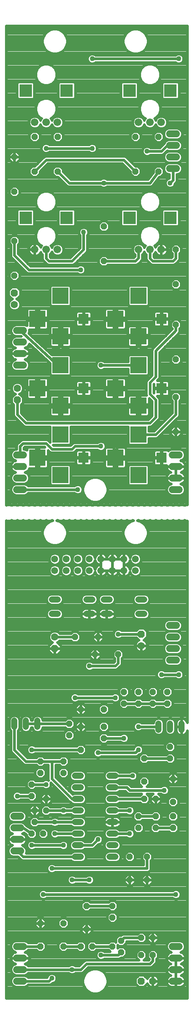
<source format=gbl>
G75*
%MOIN*%
%OFA0B0*%
%FSLAX25Y25*%
%IPPOS*%
%LPD*%
%AMOC8*
5,1,8,0,0,1.08239X$1,22.5*
%
%ADD10R,0.09000X0.09000*%
%ADD11R,0.14000X0.14000*%
%ADD12OC8,0.05200*%
%ADD13C,0.06600*%
%ADD14R,0.11024X0.11024*%
%ADD15C,0.06000*%
%ADD16C,0.05937*%
%ADD17OC8,0.06300*%
%ADD18C,0.06300*%
%ADD19C,0.05200*%
%ADD20C,0.02400*%
%ADD21C,0.04356*%
D10*
X0089700Y0487200D03*
X0089700Y0547200D03*
X0089700Y0607200D03*
X0157200Y0607200D03*
X0157200Y0547200D03*
X0157200Y0487200D03*
D11*
X0137200Y0472200D03*
X0137200Y0507200D03*
X0137200Y0532200D03*
X0137200Y0567200D03*
X0137200Y0592200D03*
X0137200Y0627200D03*
X0117200Y0607200D03*
X0117200Y0547200D03*
X0117200Y0487200D03*
X0069700Y0472200D03*
X0069700Y0507200D03*
X0069700Y0532200D03*
X0069700Y0567200D03*
X0069700Y0592200D03*
X0069700Y0627200D03*
X0049700Y0607200D03*
X0049700Y0547200D03*
X0049700Y0487200D03*
D12*
X0082200Y0332200D03*
X0087200Y0269700D03*
X0087200Y0254700D03*
X0087200Y0234700D03*
X0077200Y0247200D03*
X0077200Y0257200D03*
X0072200Y0224700D03*
X0072200Y0214700D03*
X0057200Y0192200D03*
X0057200Y0182200D03*
X0054700Y0162200D03*
X0047200Y0172200D03*
X0047200Y0182200D03*
X0044700Y0194700D03*
X0044700Y0204700D03*
X0052200Y0214700D03*
X0052200Y0224700D03*
X0044700Y0162200D03*
X0052200Y0084700D03*
X0052200Y0064700D03*
X0072200Y0064700D03*
X0072200Y0084700D03*
X0087200Y0064700D03*
X0092200Y0079700D03*
X0092200Y0099700D03*
X0097200Y0064700D03*
X0114700Y0064700D03*
X0114700Y0089700D03*
X0114700Y0099700D03*
X0122200Y0069700D03*
X0122200Y0059700D03*
X0129700Y0122200D03*
X0129700Y0142200D03*
X0137200Y0167200D03*
X0137200Y0177200D03*
X0142200Y0192200D03*
X0142200Y0207200D03*
X0142200Y0227200D03*
X0152200Y0192200D03*
X0152200Y0177200D03*
X0152200Y0167200D03*
X0144700Y0142200D03*
X0144700Y0122200D03*
X0139700Y0072200D03*
X0139700Y0057200D03*
X0149700Y0057200D03*
X0149700Y0072200D03*
X0167200Y0167200D03*
X0167200Y0177200D03*
X0167200Y0189700D03*
X0167200Y0209700D03*
X0164700Y0227200D03*
X0164700Y0237200D03*
X0162200Y0274700D03*
X0162200Y0284700D03*
X0149700Y0284700D03*
X0149700Y0274700D03*
X0137200Y0274700D03*
X0137200Y0284700D03*
X0124700Y0284700D03*
X0124700Y0274700D03*
X0119700Y0317200D03*
X0107200Y0269700D03*
X0107200Y0254700D03*
X0107200Y0244700D03*
X0099700Y0317200D03*
X0102200Y0332200D03*
X0169700Y0509700D03*
X0169700Y0539700D03*
X0169700Y0572200D03*
X0169700Y0602200D03*
X0169700Y0637200D03*
X0169700Y0667200D03*
X0154700Y0734700D03*
X0154700Y0764700D03*
X0134700Y0764700D03*
X0134700Y0734700D03*
X0107200Y0687200D03*
X0107200Y0657200D03*
X0067200Y0734700D03*
X0067200Y0764700D03*
X0047200Y0764700D03*
X0047200Y0734700D03*
X0029700Y0747200D03*
X0029700Y0717200D03*
X0029700Y0674700D03*
X0029700Y0644700D03*
D13*
X0047357Y0667141D03*
X0057200Y0667141D03*
X0067043Y0667141D03*
X0067043Y0777141D03*
X0057200Y0777141D03*
X0047357Y0777141D03*
X0137357Y0777141D03*
X0147200Y0777141D03*
X0157043Y0777141D03*
X0157043Y0667141D03*
X0147200Y0667141D03*
X0137357Y0667141D03*
D14*
X0129483Y0694700D03*
X0129483Y0804700D03*
X0164917Y0804700D03*
X0164917Y0694700D03*
X0074917Y0694700D03*
X0074917Y0804700D03*
X0039483Y0804700D03*
X0039483Y0694700D03*
D15*
X0037700Y0597200D02*
X0031700Y0597200D01*
X0031700Y0587200D02*
X0037700Y0587200D01*
X0037700Y0577200D02*
X0031700Y0577200D01*
X0031700Y0567200D02*
X0037700Y0567200D01*
X0037700Y0489700D02*
X0031700Y0489700D01*
X0031700Y0479700D02*
X0037700Y0479700D01*
X0037700Y0469700D02*
X0031700Y0469700D01*
X0031700Y0459700D02*
X0037700Y0459700D01*
X0035200Y0177200D02*
X0029200Y0177200D01*
X0029200Y0167200D02*
X0035200Y0167200D01*
X0035200Y0157200D02*
X0029200Y0157200D01*
X0029200Y0147200D02*
X0035200Y0147200D01*
X0037700Y0064700D02*
X0031700Y0064700D01*
X0031700Y0054700D02*
X0037700Y0054700D01*
X0037700Y0044700D02*
X0031700Y0044700D01*
X0031700Y0034700D02*
X0037700Y0034700D01*
X0164200Y0312200D02*
X0170200Y0312200D01*
X0170200Y0322200D02*
X0164200Y0322200D01*
X0164200Y0332200D02*
X0170200Y0332200D01*
X0170200Y0342200D02*
X0164200Y0342200D01*
X0166700Y0459700D02*
X0172700Y0459700D01*
X0172700Y0469700D02*
X0166700Y0469700D01*
X0166700Y0479700D02*
X0172700Y0479700D01*
X0172700Y0489700D02*
X0166700Y0489700D01*
X0164200Y0737200D02*
X0170200Y0737200D01*
X0170200Y0747200D02*
X0164200Y0747200D01*
X0164200Y0757200D02*
X0170200Y0757200D01*
X0170200Y0767200D02*
X0164200Y0767200D01*
X0166700Y0064700D02*
X0172700Y0064700D01*
X0172700Y0054700D02*
X0166700Y0054700D01*
X0166700Y0044700D02*
X0172700Y0044700D01*
X0172700Y0034700D02*
X0166700Y0034700D01*
D16*
X0134700Y0389700D03*
X0134700Y0399700D03*
X0124700Y0399700D03*
X0124700Y0389700D03*
X0114700Y0389700D03*
X0114700Y0399700D03*
X0104700Y0399700D03*
X0104700Y0389700D03*
X0094700Y0389700D03*
X0094700Y0399700D03*
X0084700Y0399700D03*
X0084700Y0389700D03*
X0074700Y0389700D03*
X0074700Y0399700D03*
X0064700Y0399700D03*
X0064700Y0389700D03*
D17*
X0064700Y0322200D03*
X0032200Y0537200D03*
X0029700Y0629700D03*
X0139700Y0334700D03*
X0139700Y0034700D03*
D18*
X0149700Y0034700D03*
X0139700Y0324700D03*
X0064700Y0332200D03*
X0032200Y0547200D03*
X0029700Y0619700D03*
D19*
X0062100Y0364700D02*
X0067300Y0364700D01*
X0067300Y0352200D02*
X0062100Y0352200D01*
X0049700Y0259800D02*
X0049700Y0254600D01*
X0039700Y0254600D02*
X0039700Y0259800D01*
X0029700Y0259800D02*
X0029700Y0254600D01*
X0082100Y0212200D02*
X0087300Y0212200D01*
X0087300Y0202200D02*
X0082100Y0202200D01*
X0082100Y0192200D02*
X0087300Y0192200D01*
X0087300Y0182200D02*
X0082100Y0182200D01*
X0082100Y0172200D02*
X0087300Y0172200D01*
X0087300Y0162200D02*
X0082100Y0162200D01*
X0082100Y0152200D02*
X0087300Y0152200D01*
X0087300Y0142200D02*
X0082100Y0142200D01*
X0112100Y0142200D02*
X0117300Y0142200D01*
X0117300Y0152200D02*
X0112100Y0152200D01*
X0112100Y0162200D02*
X0117300Y0162200D01*
X0117300Y0172200D02*
X0112100Y0172200D01*
X0112100Y0182200D02*
X0117300Y0182200D01*
X0117300Y0192200D02*
X0112100Y0192200D01*
X0112100Y0202200D02*
X0117300Y0202200D01*
X0117300Y0212200D02*
X0112100Y0212200D01*
X0112300Y0352200D02*
X0107100Y0352200D01*
X0107100Y0364700D02*
X0112300Y0364700D01*
X0097300Y0364700D02*
X0092100Y0364700D01*
X0092100Y0352200D02*
X0097300Y0352200D01*
X0137100Y0352200D02*
X0142300Y0352200D01*
X0142300Y0364700D02*
X0137100Y0364700D01*
X0154700Y0257300D02*
X0154700Y0252100D01*
X0164700Y0252100D02*
X0164700Y0257300D01*
X0174700Y0257300D02*
X0174700Y0252100D01*
D20*
X0022400Y0433107D02*
X0022400Y0019900D01*
X0179421Y0019900D01*
X0179421Y0251225D01*
X0179382Y0250976D01*
X0179148Y0250257D01*
X0178805Y0249584D01*
X0178361Y0248973D01*
X0177827Y0248439D01*
X0177216Y0247995D01*
X0176543Y0247652D01*
X0175824Y0247418D01*
X0175078Y0247300D01*
X0174700Y0247300D01*
X0174700Y0254700D01*
X0174700Y0254700D01*
X0174700Y0262100D01*
X0175078Y0262100D01*
X0175824Y0261982D01*
X0176543Y0261748D01*
X0177216Y0261405D01*
X0177827Y0260961D01*
X0178361Y0260427D01*
X0178805Y0259816D01*
X0179148Y0259143D01*
X0179382Y0258424D01*
X0179421Y0258175D01*
X0179421Y0432728D01*
X0178313Y0432728D01*
X0177200Y0433189D01*
X0176087Y0432728D01*
X0173313Y0432728D01*
X0172200Y0433189D01*
X0171087Y0432728D01*
X0168313Y0432728D01*
X0167200Y0433189D01*
X0166087Y0432728D01*
X0163313Y0432728D01*
X0162200Y0433189D01*
X0161087Y0432728D01*
X0158313Y0432728D01*
X0157200Y0433189D01*
X0156087Y0432728D01*
X0153313Y0432728D01*
X0152200Y0433189D01*
X0151087Y0432728D01*
X0148313Y0432728D01*
X0147200Y0433189D01*
X0146087Y0432728D01*
X0143313Y0432728D01*
X0142200Y0433189D01*
X0141087Y0432728D01*
X0138313Y0432728D01*
X0137200Y0433189D01*
X0136365Y0432844D01*
X0138835Y0432182D01*
X0141277Y0430772D01*
X0143272Y0428777D01*
X0144682Y0426335D01*
X0145412Y0423610D01*
X0145412Y0420790D01*
X0144682Y0418065D01*
X0143272Y0415623D01*
X0141277Y0413628D01*
X0138835Y0412218D01*
X0136110Y0411488D01*
X0133290Y0411488D01*
X0130565Y0412218D01*
X0128123Y0413628D01*
X0126128Y0415623D01*
X0124718Y0418065D01*
X0123988Y0420790D01*
X0123988Y0423610D01*
X0124718Y0426335D01*
X0126128Y0428777D01*
X0128123Y0430772D01*
X0130565Y0432182D01*
X0133035Y0432844D01*
X0132200Y0433189D01*
X0131087Y0432728D01*
X0128313Y0432728D01*
X0127200Y0433189D01*
X0126087Y0432728D01*
X0123313Y0432728D01*
X0122200Y0433189D01*
X0121087Y0432728D01*
X0118313Y0432728D01*
X0117200Y0433189D01*
X0116087Y0432728D01*
X0113313Y0432728D01*
X0112200Y0433189D01*
X0111087Y0432728D01*
X0108313Y0432728D01*
X0107200Y0433189D01*
X0106087Y0432728D01*
X0103313Y0432728D01*
X0102200Y0433189D01*
X0101087Y0432728D01*
X0098313Y0432728D01*
X0097200Y0433189D01*
X0096087Y0432728D01*
X0093313Y0432728D01*
X0092200Y0433189D01*
X0091087Y0432728D01*
X0088313Y0432728D01*
X0087200Y0433189D01*
X0086087Y0432728D01*
X0083313Y0432728D01*
X0082200Y0433189D01*
X0081087Y0432728D01*
X0078313Y0432728D01*
X0077200Y0433189D01*
X0076087Y0432728D01*
X0073313Y0432728D01*
X0072200Y0433189D01*
X0071087Y0432728D01*
X0068313Y0432728D01*
X0067200Y0433189D01*
X0066365Y0432844D01*
X0068835Y0432182D01*
X0071277Y0430772D01*
X0073272Y0428777D01*
X0074682Y0426335D01*
X0075412Y0423610D01*
X0075412Y0420790D01*
X0074682Y0418065D01*
X0073272Y0415623D01*
X0071277Y0413628D01*
X0068835Y0412218D01*
X0066110Y0411488D01*
X0063290Y0411488D01*
X0060565Y0412218D01*
X0058123Y0413628D01*
X0056128Y0415623D01*
X0054718Y0418065D01*
X0053988Y0420790D01*
X0053988Y0423610D01*
X0054718Y0426335D01*
X0056128Y0428777D01*
X0058123Y0430772D01*
X0060565Y0432182D01*
X0063035Y0432844D01*
X0062200Y0433189D01*
X0061087Y0432728D01*
X0058313Y0432728D01*
X0057200Y0433189D01*
X0056087Y0432728D01*
X0053313Y0432728D01*
X0052200Y0433189D01*
X0051087Y0432728D01*
X0048313Y0432728D01*
X0047200Y0433189D01*
X0046087Y0432728D01*
X0043313Y0432728D01*
X0042200Y0433189D01*
X0041087Y0432728D01*
X0038313Y0432728D01*
X0037200Y0433189D01*
X0036087Y0432728D01*
X0033313Y0432728D01*
X0032200Y0433189D01*
X0031087Y0432728D01*
X0028313Y0432728D01*
X0027200Y0433189D01*
X0026087Y0432728D01*
X0023313Y0432728D01*
X0022400Y0433107D01*
X0022400Y0432041D02*
X0060321Y0432041D01*
X0062200Y0446211D02*
X0061087Y0446672D01*
X0058313Y0446672D01*
X0057200Y0446211D01*
X0056087Y0446672D01*
X0053313Y0446672D01*
X0052200Y0446211D01*
X0051087Y0446672D01*
X0048313Y0446672D01*
X0047200Y0446211D01*
X0046087Y0446672D01*
X0043313Y0446672D01*
X0042200Y0446211D01*
X0041087Y0446672D01*
X0038313Y0446672D01*
X0037200Y0446211D01*
X0036087Y0446672D01*
X0033313Y0446672D01*
X0032200Y0446211D01*
X0031087Y0446672D01*
X0028313Y0446672D01*
X0027200Y0446211D01*
X0026087Y0446672D01*
X0023313Y0446672D01*
X0022400Y0446293D01*
X0022400Y0860701D01*
X0179421Y0860701D01*
X0179421Y0446672D01*
X0178313Y0446672D01*
X0177200Y0446211D01*
X0176087Y0446672D01*
X0173313Y0446672D01*
X0172200Y0446211D01*
X0171087Y0446672D01*
X0168313Y0446672D01*
X0167200Y0446211D01*
X0166087Y0446672D01*
X0163313Y0446672D01*
X0162200Y0446211D01*
X0161087Y0446672D01*
X0158313Y0446672D01*
X0157200Y0446211D01*
X0156087Y0446672D01*
X0153313Y0446672D01*
X0152200Y0446211D01*
X0151087Y0446672D01*
X0148313Y0446672D01*
X0147200Y0446211D01*
X0146087Y0446672D01*
X0143313Y0446672D01*
X0142200Y0446211D01*
X0141087Y0446672D01*
X0138313Y0446672D01*
X0137200Y0446211D01*
X0136087Y0446672D01*
X0133313Y0446672D01*
X0132200Y0446211D01*
X0131087Y0446672D01*
X0128313Y0446672D01*
X0127200Y0446211D01*
X0126087Y0446672D01*
X0123313Y0446672D01*
X0122200Y0446211D01*
X0121087Y0446672D01*
X0118313Y0446672D01*
X0117200Y0446211D01*
X0116087Y0446672D01*
X0113313Y0446672D01*
X0112200Y0446211D01*
X0111087Y0446672D01*
X0108313Y0446672D01*
X0107200Y0446211D01*
X0106087Y0446672D01*
X0103313Y0446672D01*
X0102200Y0446211D01*
X0101087Y0446672D01*
X0098313Y0446672D01*
X0097200Y0446211D01*
X0096087Y0446672D01*
X0093313Y0446672D01*
X0092200Y0446211D01*
X0091087Y0446672D01*
X0088313Y0446672D01*
X0087200Y0446211D01*
X0086087Y0446672D01*
X0083313Y0446672D01*
X0082200Y0446211D01*
X0081087Y0446672D01*
X0078313Y0446672D01*
X0077200Y0446211D01*
X0076087Y0446672D01*
X0073313Y0446672D01*
X0072200Y0446211D01*
X0071087Y0446672D01*
X0068313Y0446672D01*
X0067200Y0446211D01*
X0066087Y0446672D01*
X0063313Y0446672D01*
X0062200Y0446211D01*
X0061665Y0446432D02*
X0062735Y0446432D01*
X0066665Y0446432D02*
X0067735Y0446432D01*
X0069079Y0432041D02*
X0130321Y0432041D01*
X0131665Y0446432D02*
X0132735Y0446432D01*
X0136665Y0446432D02*
X0137735Y0446432D01*
X0139079Y0432041D02*
X0179421Y0432041D01*
X0179421Y0429642D02*
X0142406Y0429642D01*
X0144157Y0427244D02*
X0179421Y0427244D01*
X0179421Y0424845D02*
X0145081Y0424845D01*
X0145412Y0422447D02*
X0179421Y0422447D01*
X0179421Y0420048D02*
X0145213Y0420048D01*
X0144442Y0417650D02*
X0179421Y0417650D01*
X0179421Y0415251D02*
X0142900Y0415251D01*
X0139934Y0412853D02*
X0179421Y0412853D01*
X0179421Y0410454D02*
X0022400Y0410454D01*
X0022400Y0408056D02*
X0179421Y0408056D01*
X0179421Y0405657D02*
X0022400Y0405657D01*
X0022400Y0403259D02*
X0061232Y0403259D01*
X0061886Y0403912D02*
X0060488Y0402514D01*
X0059731Y0400688D01*
X0059731Y0398712D01*
X0060488Y0396886D01*
X0061886Y0395488D01*
X0063712Y0394731D01*
X0065688Y0394731D01*
X0067514Y0395488D01*
X0068912Y0396886D01*
X0069668Y0398712D01*
X0069668Y0400688D01*
X0068912Y0402514D01*
X0067514Y0403912D01*
X0065688Y0404668D01*
X0063712Y0404668D01*
X0061886Y0403912D01*
X0059803Y0400860D02*
X0022400Y0400860D01*
X0022400Y0398462D02*
X0059835Y0398462D01*
X0061310Y0396063D02*
X0022400Y0396063D01*
X0022400Y0393665D02*
X0061638Y0393665D01*
X0061886Y0393912D02*
X0060488Y0392514D01*
X0059731Y0390688D01*
X0059731Y0388712D01*
X0060488Y0386886D01*
X0061886Y0385488D01*
X0063712Y0384731D01*
X0065688Y0384731D01*
X0067514Y0385488D01*
X0068912Y0386886D01*
X0069668Y0388712D01*
X0069668Y0390688D01*
X0068912Y0392514D01*
X0067514Y0393912D01*
X0065688Y0394668D01*
X0063712Y0394668D01*
X0061886Y0393912D01*
X0059971Y0391266D02*
X0022400Y0391266D01*
X0022400Y0388868D02*
X0059731Y0388868D01*
X0060904Y0386469D02*
X0022400Y0386469D01*
X0022400Y0384071D02*
X0179421Y0384071D01*
X0179421Y0386469D02*
X0138496Y0386469D01*
X0138912Y0386886D02*
X0139668Y0388712D01*
X0139668Y0390688D01*
X0138912Y0392514D01*
X0137514Y0393912D01*
X0135688Y0394668D01*
X0133712Y0394668D01*
X0131886Y0393912D01*
X0130488Y0392514D01*
X0129764Y0390767D01*
X0129741Y0390910D01*
X0129490Y0391684D01*
X0129120Y0392409D01*
X0128642Y0393067D01*
X0128067Y0393642D01*
X0127409Y0394120D01*
X0126684Y0394490D01*
X0126037Y0394700D01*
X0126684Y0394910D01*
X0127409Y0395280D01*
X0128067Y0395758D01*
X0128642Y0396333D01*
X0129120Y0396991D01*
X0129490Y0397716D01*
X0129741Y0398490D01*
X0129764Y0398633D01*
X0130488Y0396886D01*
X0131886Y0395488D01*
X0133712Y0394731D01*
X0135688Y0394731D01*
X0137514Y0395488D01*
X0138912Y0396886D01*
X0139668Y0398712D01*
X0139668Y0400688D01*
X0138912Y0402514D01*
X0137514Y0403912D01*
X0135688Y0404668D01*
X0133712Y0404668D01*
X0131886Y0403912D01*
X0130488Y0402514D01*
X0129764Y0400767D01*
X0129741Y0400910D01*
X0129490Y0401684D01*
X0129120Y0402409D01*
X0128642Y0403067D01*
X0128067Y0403642D01*
X0127409Y0404120D01*
X0126684Y0404490D01*
X0125910Y0404741D01*
X0125107Y0404868D01*
X0124700Y0404868D01*
X0124293Y0404868D01*
X0123490Y0404741D01*
X0122716Y0404490D01*
X0121991Y0404120D01*
X0121333Y0403642D01*
X0120758Y0403067D01*
X0120280Y0402409D01*
X0119910Y0401684D01*
X0119700Y0401037D01*
X0119490Y0401684D01*
X0119120Y0402409D01*
X0118642Y0403067D01*
X0118067Y0403642D01*
X0117409Y0404120D01*
X0116684Y0404490D01*
X0115910Y0404741D01*
X0115107Y0404868D01*
X0114700Y0404868D01*
X0114293Y0404868D01*
X0113490Y0404741D01*
X0112716Y0404490D01*
X0111991Y0404120D01*
X0111333Y0403642D01*
X0110758Y0403067D01*
X0110280Y0402409D01*
X0109910Y0401684D01*
X0109700Y0401037D01*
X0109490Y0401684D01*
X0109120Y0402409D01*
X0108642Y0403067D01*
X0108067Y0403642D01*
X0107409Y0404120D01*
X0106684Y0404490D01*
X0105910Y0404741D01*
X0105107Y0404868D01*
X0104700Y0404868D01*
X0104293Y0404868D01*
X0103490Y0404741D01*
X0102716Y0404490D01*
X0101991Y0404120D01*
X0101333Y0403642D01*
X0100758Y0403067D01*
X0100280Y0402409D01*
X0099910Y0401684D01*
X0099659Y0400910D01*
X0099636Y0400767D01*
X0098912Y0402514D01*
X0097514Y0403912D01*
X0095688Y0404668D01*
X0093712Y0404668D01*
X0091886Y0403912D01*
X0090488Y0402514D01*
X0089731Y0400688D01*
X0089731Y0398712D01*
X0090488Y0396886D01*
X0091886Y0395488D01*
X0093712Y0394731D01*
X0095688Y0394731D01*
X0097514Y0395488D01*
X0098912Y0396886D01*
X0099636Y0398633D01*
X0099659Y0398490D01*
X0099910Y0397716D01*
X0100280Y0396991D01*
X0100758Y0396333D01*
X0101333Y0395758D01*
X0101991Y0395280D01*
X0102716Y0394910D01*
X0103363Y0394700D01*
X0102716Y0394490D01*
X0101991Y0394120D01*
X0101333Y0393642D01*
X0100758Y0393067D01*
X0100280Y0392409D01*
X0099910Y0391684D01*
X0099659Y0390910D01*
X0099636Y0390767D01*
X0098912Y0392514D01*
X0097514Y0393912D01*
X0095688Y0394668D01*
X0093712Y0394668D01*
X0091886Y0393912D01*
X0090488Y0392514D01*
X0089731Y0390688D01*
X0089731Y0388712D01*
X0090488Y0386886D01*
X0091886Y0385488D01*
X0093712Y0384731D01*
X0095688Y0384731D01*
X0097514Y0385488D01*
X0098912Y0386886D01*
X0099636Y0388633D01*
X0099659Y0388490D01*
X0099910Y0387716D01*
X0100280Y0386991D01*
X0100758Y0386333D01*
X0101333Y0385758D01*
X0101991Y0385280D01*
X0102716Y0384910D01*
X0103490Y0384659D01*
X0104293Y0384531D01*
X0104700Y0384531D01*
X0105107Y0384531D01*
X0105910Y0384659D01*
X0106684Y0384910D01*
X0107409Y0385280D01*
X0108067Y0385758D01*
X0108642Y0386333D01*
X0109120Y0386991D01*
X0109490Y0387716D01*
X0109700Y0388363D01*
X0109910Y0387716D01*
X0110280Y0386991D01*
X0110758Y0386333D01*
X0111333Y0385758D01*
X0111991Y0385280D01*
X0112716Y0384910D01*
X0113490Y0384659D01*
X0114293Y0384531D01*
X0114700Y0384531D01*
X0115107Y0384531D01*
X0115910Y0384659D01*
X0116684Y0384910D01*
X0117409Y0385280D01*
X0118067Y0385758D01*
X0118642Y0386333D01*
X0119120Y0386991D01*
X0119490Y0387716D01*
X0119700Y0388363D01*
X0119910Y0387716D01*
X0120280Y0386991D01*
X0120758Y0386333D01*
X0121333Y0385758D01*
X0121991Y0385280D01*
X0122716Y0384910D01*
X0123490Y0384659D01*
X0124293Y0384531D01*
X0124700Y0384531D01*
X0125107Y0384531D01*
X0125910Y0384659D01*
X0126684Y0384910D01*
X0127409Y0385280D01*
X0128067Y0385758D01*
X0128642Y0386333D01*
X0129120Y0386991D01*
X0129490Y0387716D01*
X0129741Y0388490D01*
X0129764Y0388633D01*
X0130488Y0386886D01*
X0131886Y0385488D01*
X0133712Y0384731D01*
X0135688Y0384731D01*
X0137514Y0385488D01*
X0138912Y0386886D01*
X0139668Y0388868D02*
X0179421Y0388868D01*
X0179421Y0391266D02*
X0139429Y0391266D01*
X0137762Y0393665D02*
X0179421Y0393665D01*
X0179421Y0396063D02*
X0138090Y0396063D01*
X0139565Y0398462D02*
X0179421Y0398462D01*
X0179421Y0400860D02*
X0139597Y0400860D01*
X0138168Y0403259D02*
X0179421Y0403259D01*
X0179421Y0381672D02*
X0022400Y0381672D01*
X0022400Y0379274D02*
X0179421Y0379274D01*
X0179421Y0376875D02*
X0022400Y0376875D01*
X0022400Y0374477D02*
X0179421Y0374477D01*
X0179421Y0372078D02*
X0022400Y0372078D01*
X0022400Y0369680D02*
X0179421Y0369680D01*
X0179421Y0367281D02*
X0146210Y0367281D01*
X0146200Y0367306D02*
X0144906Y0368600D01*
X0143215Y0369300D01*
X0136185Y0369300D01*
X0134494Y0368600D01*
X0133200Y0367306D01*
X0132500Y0365615D01*
X0132500Y0363785D01*
X0133200Y0362094D01*
X0134494Y0360800D01*
X0136185Y0360100D01*
X0143215Y0360100D01*
X0144906Y0360800D01*
X0146200Y0362094D01*
X0146900Y0363785D01*
X0146900Y0365615D01*
X0146200Y0367306D01*
X0146900Y0364883D02*
X0179421Y0364883D01*
X0179421Y0362484D02*
X0146361Y0362484D01*
X0143215Y0356800D02*
X0144906Y0356100D01*
X0146200Y0354806D01*
X0146900Y0353115D01*
X0146900Y0351285D01*
X0146200Y0349594D01*
X0144906Y0348300D01*
X0143215Y0347600D01*
X0136185Y0347600D01*
X0134494Y0348300D01*
X0133200Y0349594D01*
X0132500Y0351285D01*
X0132500Y0353115D01*
X0133200Y0354806D01*
X0134494Y0356100D01*
X0136185Y0356800D01*
X0143215Y0356800D01*
X0144405Y0348093D02*
X0179421Y0348093D01*
X0179421Y0345695D02*
X0173776Y0345695D01*
X0174439Y0345032D02*
X0173032Y0346439D01*
X0171195Y0347200D01*
X0163205Y0347200D01*
X0161368Y0346439D01*
X0159961Y0345032D01*
X0159200Y0343195D01*
X0159200Y0341205D01*
X0159961Y0339368D01*
X0161368Y0337961D01*
X0163205Y0337200D01*
X0171195Y0337200D01*
X0173032Y0337961D01*
X0174439Y0339368D01*
X0175200Y0341205D01*
X0175200Y0343195D01*
X0174439Y0345032D01*
X0175158Y0343296D02*
X0179421Y0343296D01*
X0179421Y0340898D02*
X0175072Y0340898D01*
X0173570Y0338499D02*
X0179421Y0338499D01*
X0179421Y0336101D02*
X0173371Y0336101D01*
X0173032Y0336439D02*
X0174439Y0335032D01*
X0175200Y0333195D01*
X0175200Y0331205D01*
X0174439Y0329368D01*
X0173032Y0327961D01*
X0171195Y0327200D01*
X0163205Y0327200D01*
X0161368Y0327961D01*
X0159961Y0329368D01*
X0159200Y0331205D01*
X0159200Y0333195D01*
X0159961Y0335032D01*
X0161368Y0336439D01*
X0163205Y0337200D01*
X0171195Y0337200D01*
X0173032Y0336439D01*
X0174990Y0333702D02*
X0179421Y0333702D01*
X0179421Y0331303D02*
X0175200Y0331303D01*
X0173976Y0328905D02*
X0179421Y0328905D01*
X0179421Y0326506D02*
X0172869Y0326506D01*
X0173032Y0326439D02*
X0171195Y0327200D01*
X0163205Y0327200D01*
X0161368Y0326439D01*
X0159961Y0325032D01*
X0159200Y0323195D01*
X0159200Y0321205D01*
X0159961Y0319368D01*
X0161368Y0317961D01*
X0163205Y0317200D01*
X0171195Y0317200D01*
X0173032Y0317961D01*
X0174439Y0319368D01*
X0175200Y0321205D01*
X0175200Y0323195D01*
X0174439Y0325032D01*
X0173032Y0326439D01*
X0174822Y0324108D02*
X0179421Y0324108D01*
X0179421Y0321709D02*
X0175200Y0321709D01*
X0174382Y0319311D02*
X0179421Y0319311D01*
X0179421Y0316912D02*
X0171889Y0316912D01*
X0171195Y0317200D02*
X0173032Y0316439D01*
X0174439Y0315032D01*
X0175200Y0313195D01*
X0175200Y0311205D01*
X0174439Y0309368D01*
X0173032Y0307961D01*
X0171195Y0307200D01*
X0163205Y0307200D01*
X0161368Y0307961D01*
X0159961Y0309368D01*
X0159200Y0311205D01*
X0159200Y0313195D01*
X0159961Y0315032D01*
X0161368Y0316439D01*
X0163205Y0317200D01*
X0171195Y0317200D01*
X0171480Y0307318D02*
X0179421Y0307318D01*
X0179421Y0304920D02*
X0119445Y0304920D01*
X0119013Y0304487D02*
X0121513Y0306987D01*
X0122413Y0307887D01*
X0122900Y0309063D01*
X0122900Y0313895D01*
X0124300Y0315295D01*
X0124300Y0319105D01*
X0121605Y0321800D01*
X0117795Y0321800D01*
X0115100Y0319105D01*
X0115100Y0315295D01*
X0116500Y0313895D01*
X0116500Y0311025D01*
X0115875Y0310400D01*
X0097409Y0310400D01*
X0097067Y0310742D01*
X0095531Y0311378D01*
X0093869Y0311378D01*
X0092333Y0310742D01*
X0091158Y0309567D01*
X0090522Y0308031D01*
X0090522Y0306369D01*
X0091158Y0304833D01*
X0092333Y0303658D01*
X0093869Y0303022D01*
X0095531Y0303022D01*
X0097067Y0303658D01*
X0097409Y0304000D01*
X0117837Y0304000D01*
X0119013Y0304487D01*
X0117200Y0307200D02*
X0119700Y0309700D01*
X0119700Y0317200D01*
X0117704Y0321709D02*
X0101979Y0321709D01*
X0101688Y0322000D02*
X0099700Y0322000D01*
X0099700Y0317200D01*
X0104500Y0317200D01*
X0104500Y0319188D01*
X0101688Y0322000D01*
X0099700Y0322000D02*
X0097712Y0322000D01*
X0094900Y0319188D01*
X0094900Y0317200D01*
X0099700Y0317200D01*
X0099700Y0317200D01*
X0099700Y0317200D01*
X0104500Y0317200D01*
X0104500Y0315212D01*
X0101688Y0312400D01*
X0099700Y0312400D01*
X0099700Y0317200D01*
X0099700Y0317200D01*
X0099700Y0317200D01*
X0099700Y0322000D01*
X0099700Y0321709D02*
X0099700Y0321709D01*
X0097421Y0321709D02*
X0070050Y0321709D01*
X0070050Y0322200D02*
X0064700Y0322200D01*
X0070050Y0322200D01*
X0070050Y0324416D01*
X0066921Y0327545D01*
X0067617Y0327834D01*
X0068783Y0329000D01*
X0078895Y0329000D01*
X0080295Y0327600D01*
X0084105Y0327600D01*
X0086800Y0330295D01*
X0086800Y0334105D01*
X0084105Y0336800D01*
X0080295Y0336800D01*
X0078895Y0335400D01*
X0068783Y0335400D01*
X0067617Y0336566D01*
X0065724Y0337350D01*
X0063676Y0337350D01*
X0061783Y0336566D01*
X0060334Y0335117D01*
X0059550Y0333224D01*
X0059550Y0331176D01*
X0060334Y0329283D01*
X0061783Y0327834D01*
X0062479Y0327545D01*
X0059350Y0324416D01*
X0059350Y0322200D01*
X0064700Y0322200D01*
X0064700Y0322200D01*
X0064700Y0316850D01*
X0066916Y0316850D01*
X0070050Y0319984D01*
X0070050Y0322200D01*
X0070050Y0324108D02*
X0134377Y0324108D01*
X0134350Y0324279D02*
X0134482Y0323447D01*
X0134742Y0322646D01*
X0135124Y0321896D01*
X0135619Y0321215D01*
X0136215Y0320619D01*
X0136896Y0320124D01*
X0137646Y0319742D01*
X0138447Y0319482D01*
X0139279Y0319350D01*
X0139700Y0319350D01*
X0140121Y0319350D01*
X0140953Y0319482D01*
X0141754Y0319742D01*
X0142504Y0320124D01*
X0143185Y0320619D01*
X0143781Y0321215D01*
X0144276Y0321896D01*
X0144658Y0322646D01*
X0144918Y0323447D01*
X0145050Y0324279D01*
X0145050Y0324700D01*
X0145050Y0325121D01*
X0144918Y0325953D01*
X0144658Y0326754D01*
X0144276Y0327504D01*
X0143781Y0328185D01*
X0143185Y0328781D01*
X0142504Y0329276D01*
X0141878Y0329595D01*
X0144850Y0332567D01*
X0144850Y0336833D01*
X0141833Y0339850D01*
X0137567Y0339850D01*
X0135617Y0337900D01*
X0122409Y0337900D01*
X0122067Y0338242D01*
X0120531Y0338878D01*
X0118869Y0338878D01*
X0117333Y0338242D01*
X0116158Y0337067D01*
X0115522Y0335531D01*
X0115522Y0333869D01*
X0116158Y0332333D01*
X0117333Y0331158D01*
X0118869Y0330522D01*
X0120531Y0330522D01*
X0122067Y0331158D01*
X0122409Y0331500D01*
X0135617Y0331500D01*
X0137522Y0329595D01*
X0136896Y0329276D01*
X0136215Y0328781D01*
X0135619Y0328185D01*
X0135124Y0327504D01*
X0134742Y0326754D01*
X0134482Y0325953D01*
X0134350Y0325121D01*
X0134350Y0324700D01*
X0139700Y0324700D01*
X0145050Y0324700D01*
X0139700Y0324700D01*
X0139700Y0324700D01*
X0139700Y0319350D01*
X0139700Y0324700D01*
X0139700Y0324700D01*
X0139700Y0324700D01*
X0134350Y0324700D01*
X0134350Y0324279D01*
X0134662Y0326506D02*
X0067960Y0326506D01*
X0068688Y0328905D02*
X0078990Y0328905D01*
X0082200Y0332200D02*
X0064700Y0332200D01*
X0061317Y0336101D02*
X0022400Y0336101D01*
X0022400Y0338499D02*
X0117954Y0338499D01*
X0115758Y0336101D02*
X0105088Y0336101D01*
X0104188Y0337000D02*
X0102200Y0337000D01*
X0102200Y0332200D01*
X0107000Y0332200D01*
X0107000Y0334188D01*
X0104188Y0337000D01*
X0102200Y0337000D02*
X0102200Y0332200D01*
X0102200Y0332200D01*
X0102200Y0332200D01*
X0107000Y0332200D01*
X0107000Y0330212D01*
X0104188Y0327400D01*
X0102200Y0327400D01*
X0102200Y0332200D01*
X0102200Y0332200D01*
X0102200Y0332200D01*
X0097400Y0332200D01*
X0097400Y0334188D01*
X0100212Y0337000D01*
X0102200Y0337000D01*
X0102200Y0336101D02*
X0102200Y0336101D01*
X0102200Y0333702D02*
X0102200Y0333702D01*
X0102200Y0332200D02*
X0097400Y0332200D01*
X0097400Y0330212D01*
X0100212Y0327400D01*
X0102200Y0327400D01*
X0102200Y0332200D01*
X0102200Y0331303D02*
X0102200Y0331303D01*
X0102200Y0328905D02*
X0102200Y0328905D01*
X0098707Y0328905D02*
X0085410Y0328905D01*
X0086800Y0331303D02*
X0097400Y0331303D01*
X0097400Y0333702D02*
X0086800Y0333702D01*
X0084805Y0336101D02*
X0099312Y0336101D01*
X0097678Y0347400D02*
X0098424Y0347518D01*
X0099143Y0347752D01*
X0099816Y0348095D01*
X0100427Y0348539D01*
X0100961Y0349073D01*
X0101405Y0349684D01*
X0101748Y0350357D01*
X0101982Y0351076D01*
X0102100Y0351822D01*
X0102100Y0352200D01*
X0102100Y0352578D01*
X0101982Y0353324D01*
X0101748Y0354043D01*
X0101405Y0354716D01*
X0100961Y0355327D01*
X0100427Y0355861D01*
X0099816Y0356305D01*
X0099143Y0356648D01*
X0098424Y0356882D01*
X0097678Y0357000D01*
X0094700Y0357000D01*
X0094700Y0352200D01*
X0094700Y0352200D01*
X0102100Y0352200D01*
X0094700Y0352200D01*
X0094700Y0352200D01*
X0094700Y0347400D01*
X0097678Y0347400D01*
X0099813Y0348093D02*
X0104587Y0348093D01*
X0104584Y0348095D02*
X0105257Y0347752D01*
X0105976Y0347518D01*
X0106722Y0347400D01*
X0109700Y0347400D01*
X0112678Y0347400D01*
X0113424Y0347518D01*
X0114143Y0347752D01*
X0114816Y0348095D01*
X0115427Y0348539D01*
X0115961Y0349073D01*
X0116405Y0349684D01*
X0116748Y0350357D01*
X0116982Y0351076D01*
X0117100Y0351822D01*
X0117100Y0352200D01*
X0117100Y0352578D01*
X0116982Y0353324D01*
X0116748Y0354043D01*
X0116405Y0354716D01*
X0115961Y0355327D01*
X0115427Y0355861D01*
X0114816Y0356305D01*
X0114143Y0356648D01*
X0113424Y0356882D01*
X0112678Y0357000D01*
X0109700Y0357000D01*
X0109700Y0352200D01*
X0109700Y0352200D01*
X0117100Y0352200D01*
X0109700Y0352200D01*
X0109700Y0352200D01*
X0109700Y0347400D01*
X0109700Y0352200D01*
X0109700Y0352200D01*
X0109700Y0352200D01*
X0102300Y0352200D01*
X0102300Y0352578D01*
X0102418Y0353324D01*
X0102652Y0354043D01*
X0102995Y0354716D01*
X0103439Y0355327D01*
X0103973Y0355861D01*
X0104584Y0356305D01*
X0105257Y0356648D01*
X0105976Y0356882D01*
X0106722Y0357000D01*
X0109700Y0357000D01*
X0109700Y0352200D01*
X0102300Y0352200D01*
X0102300Y0351822D01*
X0102418Y0351076D01*
X0102652Y0350357D01*
X0102995Y0349684D01*
X0103439Y0349073D01*
X0103973Y0348539D01*
X0104584Y0348095D01*
X0102608Y0350492D02*
X0101792Y0350492D01*
X0102051Y0352890D02*
X0102349Y0352890D01*
X0103411Y0355289D02*
X0100989Y0355289D01*
X0098215Y0360100D02*
X0099906Y0360800D01*
X0101200Y0362094D01*
X0101900Y0363785D01*
X0101900Y0365615D01*
X0101200Y0367306D01*
X0099906Y0368600D01*
X0098215Y0369300D01*
X0091185Y0369300D01*
X0089494Y0368600D01*
X0088200Y0367306D01*
X0087500Y0365615D01*
X0087500Y0363785D01*
X0088200Y0362094D01*
X0089494Y0360800D01*
X0091185Y0360100D01*
X0098215Y0360100D01*
X0094700Y0357000D02*
X0091722Y0357000D01*
X0090976Y0356882D01*
X0090257Y0356648D01*
X0089584Y0356305D01*
X0088973Y0355861D01*
X0088439Y0355327D01*
X0087995Y0354716D01*
X0087652Y0354043D01*
X0087418Y0353324D01*
X0087300Y0352578D01*
X0087300Y0352200D01*
X0094700Y0352200D01*
X0094700Y0352200D01*
X0094700Y0352200D01*
X0094700Y0357000D01*
X0094700Y0355289D02*
X0094700Y0355289D01*
X0094700Y0352890D02*
X0094700Y0352890D01*
X0094700Y0352200D02*
X0087300Y0352200D01*
X0087300Y0351822D01*
X0087418Y0351076D01*
X0087652Y0350357D01*
X0087995Y0349684D01*
X0088439Y0349073D01*
X0088973Y0348539D01*
X0089584Y0348095D01*
X0090257Y0347752D01*
X0090976Y0347518D01*
X0091722Y0347400D01*
X0094700Y0347400D01*
X0094700Y0352200D01*
X0094700Y0350492D02*
X0094700Y0350492D01*
X0094700Y0348093D02*
X0094700Y0348093D01*
X0089587Y0348093D02*
X0069405Y0348093D01*
X0069906Y0348300D02*
X0071200Y0349594D01*
X0071900Y0351285D01*
X0071900Y0353115D01*
X0071200Y0354806D01*
X0069906Y0356100D01*
X0068215Y0356800D01*
X0061185Y0356800D01*
X0059494Y0356100D01*
X0058200Y0354806D01*
X0057500Y0353115D01*
X0057500Y0351285D01*
X0058200Y0349594D01*
X0059494Y0348300D01*
X0061185Y0347600D01*
X0068215Y0347600D01*
X0069906Y0348300D01*
X0071571Y0350492D02*
X0087608Y0350492D01*
X0087349Y0352890D02*
X0071900Y0352890D01*
X0070717Y0355289D02*
X0088411Y0355289D01*
X0088039Y0362484D02*
X0071361Y0362484D01*
X0071200Y0362094D02*
X0071900Y0363785D01*
X0071900Y0365615D01*
X0071200Y0367306D01*
X0069906Y0368600D01*
X0068215Y0369300D01*
X0061185Y0369300D01*
X0059494Y0368600D01*
X0058200Y0367306D01*
X0057500Y0365615D01*
X0057500Y0363785D01*
X0058200Y0362094D01*
X0059494Y0360800D01*
X0061185Y0360100D01*
X0068215Y0360100D01*
X0069906Y0360800D01*
X0071200Y0362094D01*
X0071900Y0364883D02*
X0087500Y0364883D01*
X0088190Y0367281D02*
X0071210Y0367281D01*
X0073712Y0384731D02*
X0071886Y0385488D01*
X0070488Y0386886D01*
X0069731Y0388712D01*
X0069731Y0390688D01*
X0070488Y0392514D01*
X0071886Y0393912D01*
X0073712Y0394668D01*
X0075688Y0394668D01*
X0077514Y0393912D01*
X0078912Y0392514D01*
X0079668Y0390688D01*
X0079668Y0388712D01*
X0078912Y0386886D01*
X0077514Y0385488D01*
X0075688Y0384731D01*
X0073712Y0384731D01*
X0070904Y0386469D02*
X0068496Y0386469D01*
X0069668Y0388868D02*
X0069731Y0388868D01*
X0069971Y0391266D02*
X0069429Y0391266D01*
X0067762Y0393665D02*
X0071638Y0393665D01*
X0071886Y0395488D02*
X0070488Y0396886D01*
X0069731Y0398712D01*
X0069731Y0400688D01*
X0070488Y0402514D01*
X0071886Y0403912D01*
X0073712Y0404668D01*
X0075688Y0404668D01*
X0077514Y0403912D01*
X0078912Y0402514D01*
X0079668Y0400688D01*
X0079668Y0398712D01*
X0078912Y0396886D01*
X0077514Y0395488D01*
X0075688Y0394731D01*
X0073712Y0394731D01*
X0071886Y0395488D01*
X0071310Y0396063D02*
X0068090Y0396063D01*
X0069565Y0398462D02*
X0069835Y0398462D01*
X0069803Y0400860D02*
X0069597Y0400860D01*
X0068168Y0403259D02*
X0071232Y0403259D01*
X0069934Y0412853D02*
X0129466Y0412853D01*
X0126500Y0415251D02*
X0072900Y0415251D01*
X0074442Y0417650D02*
X0124958Y0417650D01*
X0124187Y0420048D02*
X0075213Y0420048D01*
X0075412Y0422447D02*
X0123988Y0422447D01*
X0124319Y0424845D02*
X0075081Y0424845D01*
X0074157Y0427244D02*
X0125243Y0427244D01*
X0126994Y0429642D02*
X0072406Y0429642D01*
X0072735Y0446432D02*
X0071665Y0446432D01*
X0076665Y0446432D02*
X0077735Y0446432D01*
X0081665Y0446432D02*
X0082735Y0446432D01*
X0083869Y0455522D02*
X0085531Y0455522D01*
X0087067Y0456158D01*
X0088242Y0457333D01*
X0088878Y0458869D01*
X0088878Y0460531D01*
X0088242Y0462067D01*
X0087067Y0463242D01*
X0085531Y0463878D01*
X0083869Y0463878D01*
X0082333Y0463242D01*
X0081991Y0462900D01*
X0041571Y0462900D01*
X0040532Y0463939D01*
X0038695Y0464700D01*
X0030705Y0464700D01*
X0028868Y0463939D01*
X0027461Y0462532D01*
X0026700Y0460695D01*
X0026700Y0458705D01*
X0027461Y0456868D01*
X0028868Y0455461D01*
X0030705Y0454700D01*
X0038695Y0454700D01*
X0040532Y0455461D01*
X0041571Y0456500D01*
X0081991Y0456500D01*
X0082333Y0456158D01*
X0083869Y0455522D01*
X0082652Y0456026D02*
X0041097Y0456026D01*
X0041249Y0463222D02*
X0061850Y0463222D01*
X0061872Y0463200D02*
X0077528Y0463200D01*
X0078700Y0464372D01*
X0078700Y0480028D01*
X0077528Y0481200D01*
X0061872Y0481200D01*
X0060700Y0480028D01*
X0060700Y0464372D01*
X0061872Y0463200D01*
X0060700Y0465620D02*
X0040691Y0465620D01*
X0040532Y0465461D02*
X0041939Y0466868D01*
X0042700Y0468705D01*
X0042700Y0470695D01*
X0041939Y0472532D01*
X0040532Y0473939D01*
X0038882Y0474622D01*
X0038918Y0474628D01*
X0039696Y0474881D01*
X0040425Y0475253D01*
X0041088Y0475734D01*
X0041666Y0476312D01*
X0042147Y0476975D01*
X0042519Y0477704D01*
X0042615Y0478000D01*
X0048500Y0478000D01*
X0048500Y0486000D01*
X0050900Y0486000D01*
X0050900Y0488400D01*
X0058900Y0488400D01*
X0058900Y0493475D01*
X0060387Y0491987D01*
X0061563Y0491500D01*
X0080337Y0491500D01*
X0081513Y0491987D01*
X0082413Y0492887D01*
X0083525Y0494000D01*
X0101991Y0494000D01*
X0102333Y0493658D01*
X0103869Y0493022D01*
X0105531Y0493022D01*
X0107067Y0493658D01*
X0108037Y0494629D01*
X0108000Y0494490D01*
X0108000Y0488400D01*
X0116000Y0488400D01*
X0116000Y0496400D01*
X0109910Y0496400D01*
X0109351Y0496250D01*
X0108849Y0495960D01*
X0108609Y0495721D01*
X0108878Y0496369D01*
X0108878Y0498031D01*
X0108242Y0499567D01*
X0107067Y0500742D01*
X0105531Y0501378D01*
X0103869Y0501378D01*
X0102333Y0500742D01*
X0101991Y0500400D01*
X0081563Y0500400D01*
X0080387Y0499913D01*
X0078375Y0497900D01*
X0063525Y0497900D01*
X0063225Y0498200D01*
X0077528Y0498200D01*
X0078700Y0499372D01*
X0078700Y0514000D01*
X0128200Y0514000D01*
X0128200Y0499372D01*
X0129372Y0498200D01*
X0145028Y0498200D01*
X0146200Y0499372D01*
X0146200Y0504000D01*
X0152837Y0504000D01*
X0154013Y0504487D01*
X0171513Y0521987D01*
X0172413Y0522887D01*
X0172900Y0524063D01*
X0172900Y0536395D01*
X0174300Y0537795D01*
X0174300Y0541605D01*
X0171605Y0544300D01*
X0167795Y0544300D01*
X0165100Y0541605D01*
X0165100Y0537795D01*
X0166500Y0536395D01*
X0166500Y0526025D01*
X0150875Y0510400D01*
X0146200Y0510400D01*
X0146200Y0514000D01*
X0147837Y0514000D01*
X0149013Y0514487D01*
X0154013Y0519487D01*
X0154913Y0520387D01*
X0155400Y0521563D01*
X0155400Y0537837D01*
X0154913Y0539013D01*
X0153425Y0540500D01*
X0156900Y0540500D01*
X0156900Y0546900D01*
X0157500Y0546900D01*
X0157500Y0547500D01*
X0156900Y0547500D01*
X0156900Y0553900D01*
X0153425Y0553900D01*
X0154013Y0554487D01*
X0154913Y0555387D01*
X0155400Y0556563D01*
X0155400Y0578375D01*
X0172413Y0595387D01*
X0172900Y0596563D01*
X0172900Y0598895D01*
X0174300Y0600295D01*
X0174300Y0604105D01*
X0171605Y0606800D01*
X0167795Y0606800D01*
X0165100Y0604105D01*
X0165100Y0600295D01*
X0166500Y0598895D01*
X0166500Y0598525D01*
X0149487Y0581513D01*
X0149000Y0580337D01*
X0149000Y0558525D01*
X0144487Y0554013D01*
X0144000Y0552837D01*
X0144000Y0541563D01*
X0144068Y0541400D01*
X0138400Y0541400D01*
X0138400Y0533400D01*
X0136000Y0533400D01*
X0136000Y0541400D01*
X0129910Y0541400D01*
X0129351Y0541250D01*
X0128849Y0540960D01*
X0128440Y0540551D01*
X0128150Y0540049D01*
X0128000Y0539490D01*
X0128000Y0533400D01*
X0136000Y0533400D01*
X0136000Y0531000D01*
X0138400Y0531000D01*
X0138400Y0533400D01*
X0146400Y0533400D01*
X0146400Y0538475D01*
X0149000Y0535875D01*
X0149000Y0523525D01*
X0145875Y0520400D01*
X0041025Y0520400D01*
X0035400Y0526025D01*
X0035400Y0533117D01*
X0037350Y0535067D01*
X0037350Y0539333D01*
X0034333Y0542350D01*
X0033949Y0542350D01*
X0035117Y0542834D01*
X0036566Y0544283D01*
X0037350Y0546176D01*
X0037350Y0548224D01*
X0036566Y0550117D01*
X0035117Y0551566D01*
X0033224Y0552350D01*
X0031176Y0552350D01*
X0029283Y0551566D01*
X0027834Y0550117D01*
X0027050Y0548224D01*
X0027050Y0546176D01*
X0027834Y0544283D01*
X0029283Y0542834D01*
X0030451Y0542350D01*
X0030067Y0542350D01*
X0027050Y0539333D01*
X0027050Y0535067D01*
X0029000Y0533117D01*
X0029000Y0524063D01*
X0029487Y0522887D01*
X0036987Y0515387D01*
X0037887Y0514487D01*
X0039063Y0514000D01*
X0060700Y0514000D01*
X0060700Y0500725D01*
X0059913Y0501513D01*
X0059013Y0502413D01*
X0057837Y0502900D01*
X0036563Y0502900D01*
X0035387Y0502413D01*
X0032887Y0499913D01*
X0031987Y0499013D01*
X0031500Y0497837D01*
X0031500Y0494700D01*
X0030705Y0494700D01*
X0028868Y0493939D01*
X0027461Y0492532D01*
X0026700Y0490695D01*
X0026700Y0488705D01*
X0027461Y0486868D01*
X0028868Y0485461D01*
X0030518Y0484778D01*
X0030482Y0484772D01*
X0029704Y0484519D01*
X0028975Y0484147D01*
X0028312Y0483666D01*
X0027734Y0483088D01*
X0027253Y0482425D01*
X0026881Y0481696D01*
X0026628Y0480918D01*
X0026500Y0480109D01*
X0026500Y0479700D01*
X0034700Y0479700D01*
X0034700Y0479700D01*
X0026500Y0479700D01*
X0026500Y0479291D01*
X0026628Y0478482D01*
X0026881Y0477704D01*
X0027253Y0476975D01*
X0027734Y0476312D01*
X0028312Y0475734D01*
X0028975Y0475253D01*
X0029704Y0474881D01*
X0030482Y0474628D01*
X0030518Y0474622D01*
X0028868Y0473939D01*
X0027461Y0472532D01*
X0026700Y0470695D01*
X0026700Y0468705D01*
X0027461Y0466868D01*
X0028868Y0465461D01*
X0030705Y0464700D01*
X0038695Y0464700D01*
X0040532Y0465461D01*
X0042416Y0468019D02*
X0060700Y0468019D01*
X0060700Y0470417D02*
X0042700Y0470417D01*
X0041655Y0472816D02*
X0060700Y0472816D01*
X0060700Y0475214D02*
X0040350Y0475214D01*
X0042473Y0477613D02*
X0060700Y0477613D01*
X0060700Y0480011D02*
X0058900Y0480011D01*
X0058900Y0479910D02*
X0058900Y0486000D01*
X0050900Y0486000D01*
X0050900Y0478000D01*
X0056990Y0478000D01*
X0057549Y0478150D01*
X0058051Y0478440D01*
X0058460Y0478849D01*
X0058750Y0479351D01*
X0058900Y0479910D01*
X0058900Y0482410D02*
X0083000Y0482410D01*
X0083150Y0481851D01*
X0083440Y0481349D01*
X0083849Y0480940D01*
X0084351Y0480650D01*
X0084910Y0480500D01*
X0089400Y0480500D01*
X0089400Y0486900D01*
X0090000Y0486900D01*
X0090000Y0487500D01*
X0096400Y0487500D01*
X0096400Y0491990D01*
X0096250Y0492549D01*
X0095960Y0493051D01*
X0095551Y0493460D01*
X0095049Y0493750D01*
X0094490Y0493900D01*
X0090000Y0493900D01*
X0090000Y0487500D01*
X0089400Y0487500D01*
X0089400Y0493900D01*
X0084910Y0493900D01*
X0084351Y0493750D01*
X0083849Y0493460D01*
X0083440Y0493051D01*
X0083150Y0492549D01*
X0083000Y0491990D01*
X0083000Y0487500D01*
X0089400Y0487500D01*
X0089400Y0486900D01*
X0083000Y0486900D01*
X0083000Y0482410D01*
X0083000Y0484808D02*
X0058900Y0484808D01*
X0058900Y0489605D02*
X0083000Y0489605D01*
X0083004Y0492004D02*
X0081529Y0492004D01*
X0079700Y0494700D02*
X0082200Y0497200D01*
X0104700Y0497200D01*
X0107811Y0494402D02*
X0108000Y0494402D01*
X0108000Y0492004D02*
X0096396Y0492004D01*
X0096400Y0489605D02*
X0108000Y0489605D01*
X0108000Y0486000D02*
X0108000Y0479910D01*
X0108150Y0479351D01*
X0108440Y0478849D01*
X0108849Y0478440D01*
X0109351Y0478150D01*
X0109910Y0478000D01*
X0116000Y0478000D01*
X0116000Y0486000D01*
X0118400Y0486000D01*
X0118400Y0488400D01*
X0116000Y0488400D01*
X0116000Y0486000D01*
X0108000Y0486000D01*
X0108000Y0484808D02*
X0096400Y0484808D01*
X0096400Y0486900D02*
X0090000Y0486900D01*
X0090000Y0480500D01*
X0094490Y0480500D01*
X0095049Y0480650D01*
X0095551Y0480940D01*
X0095960Y0481349D01*
X0096250Y0481851D01*
X0096400Y0482410D01*
X0108000Y0482410D01*
X0108000Y0480011D02*
X0078700Y0480011D01*
X0078700Y0477613D02*
X0128200Y0477613D01*
X0128200Y0480011D02*
X0126400Y0480011D01*
X0126400Y0479910D02*
X0126400Y0486000D01*
X0118400Y0486000D01*
X0118400Y0478000D01*
X0124490Y0478000D01*
X0125049Y0478150D01*
X0125551Y0478440D01*
X0125960Y0478849D01*
X0126250Y0479351D01*
X0126400Y0479910D01*
X0128200Y0480028D02*
X0128200Y0464372D01*
X0129372Y0463200D01*
X0145028Y0463200D01*
X0146200Y0464372D01*
X0146200Y0480028D01*
X0145028Y0481200D01*
X0129372Y0481200D01*
X0128200Y0480028D01*
X0126400Y0482410D02*
X0150500Y0482410D01*
X0150650Y0481851D01*
X0150940Y0481349D01*
X0151349Y0480940D01*
X0151851Y0480650D01*
X0152410Y0480500D01*
X0156900Y0480500D01*
X0156900Y0486900D01*
X0157500Y0486900D01*
X0157500Y0480500D01*
X0161562Y0480500D01*
X0161500Y0480109D01*
X0161500Y0479700D01*
X0169700Y0479700D01*
X0177900Y0479700D01*
X0177900Y0480109D01*
X0177772Y0480918D01*
X0177519Y0481696D01*
X0177147Y0482425D01*
X0176666Y0483088D01*
X0176088Y0483666D01*
X0175425Y0484147D01*
X0174696Y0484519D01*
X0173918Y0484772D01*
X0173882Y0484778D01*
X0175532Y0485461D01*
X0176939Y0486868D01*
X0177700Y0488705D01*
X0177700Y0490695D01*
X0176939Y0492532D01*
X0175532Y0493939D01*
X0173695Y0494700D01*
X0165705Y0494700D01*
X0163868Y0493939D01*
X0163220Y0493291D01*
X0163051Y0493460D01*
X0162549Y0493750D01*
X0161990Y0493900D01*
X0157500Y0493900D01*
X0157500Y0487500D01*
X0156900Y0487500D01*
X0156900Y0493900D01*
X0152410Y0493900D01*
X0151851Y0493750D01*
X0151349Y0493460D01*
X0150940Y0493051D01*
X0150650Y0492549D01*
X0150500Y0491990D01*
X0150500Y0487500D01*
X0156900Y0487500D01*
X0156900Y0486900D01*
X0150500Y0486900D01*
X0150500Y0482410D01*
X0150500Y0484808D02*
X0126400Y0484808D01*
X0126400Y0488400D02*
X0126400Y0494490D01*
X0126250Y0495049D01*
X0125960Y0495551D01*
X0125551Y0495960D01*
X0125049Y0496250D01*
X0124490Y0496400D01*
X0118400Y0496400D01*
X0118400Y0488400D01*
X0126400Y0488400D01*
X0126400Y0489605D02*
X0150500Y0489605D01*
X0150504Y0492004D02*
X0126400Y0492004D01*
X0126400Y0494402D02*
X0164987Y0494402D01*
X0167712Y0504900D02*
X0164900Y0507712D01*
X0164900Y0509700D01*
X0169700Y0509700D01*
X0169700Y0509700D01*
X0169700Y0514500D01*
X0171688Y0514500D01*
X0174500Y0511688D01*
X0174500Y0509700D01*
X0169700Y0509700D01*
X0169700Y0509700D01*
X0169700Y0509700D01*
X0169700Y0514500D01*
X0167712Y0514500D01*
X0164900Y0511688D01*
X0164900Y0509700D01*
X0169700Y0509700D01*
X0174500Y0509700D01*
X0174500Y0507712D01*
X0171688Y0504900D01*
X0169700Y0504900D01*
X0169700Y0509700D01*
X0169700Y0509700D01*
X0169700Y0504900D01*
X0167712Y0504900D01*
X0166217Y0506395D02*
X0155920Y0506395D01*
X0158319Y0508793D02*
X0164900Y0508793D01*
X0164900Y0511192D02*
X0160717Y0511192D01*
X0163116Y0513590D02*
X0166802Y0513590D01*
X0165514Y0515989D02*
X0179421Y0515989D01*
X0179421Y0518387D02*
X0167913Y0518387D01*
X0170311Y0520786D02*
X0179421Y0520786D01*
X0179421Y0523184D02*
X0172536Y0523184D01*
X0171513Y0521987D02*
X0171513Y0521987D01*
X0169700Y0524700D02*
X0169700Y0539700D01*
X0172900Y0535177D02*
X0179421Y0535177D01*
X0179421Y0537575D02*
X0174081Y0537575D01*
X0174300Y0539974D02*
X0179421Y0539974D01*
X0179421Y0542372D02*
X0173533Y0542372D01*
X0172900Y0532778D02*
X0179421Y0532778D01*
X0179421Y0530380D02*
X0172900Y0530380D01*
X0172900Y0527981D02*
X0179421Y0527981D01*
X0179421Y0525583D02*
X0172900Y0525583D01*
X0169700Y0524700D02*
X0152200Y0507200D01*
X0137200Y0507200D01*
X0136000Y0523000D02*
X0136000Y0531000D01*
X0128000Y0531000D01*
X0128000Y0524910D01*
X0128150Y0524351D01*
X0128440Y0523849D01*
X0128849Y0523440D01*
X0129351Y0523150D01*
X0129910Y0523000D01*
X0136000Y0523000D01*
X0136000Y0523184D02*
X0138400Y0523184D01*
X0138400Y0523000D02*
X0144490Y0523000D01*
X0145049Y0523150D01*
X0145551Y0523440D01*
X0145960Y0523849D01*
X0146250Y0524351D01*
X0146400Y0524910D01*
X0146400Y0531000D01*
X0138400Y0531000D01*
X0138400Y0523000D01*
X0138400Y0525583D02*
X0136000Y0525583D01*
X0136000Y0527981D02*
X0138400Y0527981D01*
X0138400Y0530380D02*
X0136000Y0530380D01*
X0136000Y0532778D02*
X0070900Y0532778D01*
X0070900Y0533400D02*
X0078900Y0533400D01*
X0078900Y0539490D01*
X0078750Y0540049D01*
X0078460Y0540551D01*
X0078051Y0540960D01*
X0077549Y0541250D01*
X0076990Y0541400D01*
X0070900Y0541400D01*
X0070900Y0533400D01*
X0068500Y0533400D01*
X0068500Y0541400D01*
X0062410Y0541400D01*
X0061851Y0541250D01*
X0061349Y0540960D01*
X0060940Y0540551D01*
X0060650Y0540049D01*
X0060500Y0539490D01*
X0060500Y0533400D01*
X0068500Y0533400D01*
X0068500Y0531000D01*
X0070900Y0531000D01*
X0070900Y0533400D01*
X0070900Y0535177D02*
X0068500Y0535177D01*
X0068500Y0537575D02*
X0070900Y0537575D01*
X0070900Y0539974D02*
X0068500Y0539974D01*
X0068500Y0532778D02*
X0035400Y0532778D01*
X0035400Y0530380D02*
X0060500Y0530380D01*
X0060500Y0531000D02*
X0060500Y0524910D01*
X0060650Y0524351D01*
X0060940Y0523849D01*
X0061349Y0523440D01*
X0061851Y0523150D01*
X0062410Y0523000D01*
X0068500Y0523000D01*
X0068500Y0531000D01*
X0060500Y0531000D01*
X0060500Y0527981D02*
X0035400Y0527981D01*
X0035843Y0525583D02*
X0060500Y0525583D01*
X0061791Y0523184D02*
X0038241Y0523184D01*
X0040640Y0520786D02*
X0146260Y0520786D01*
X0145109Y0523184D02*
X0148659Y0523184D01*
X0149000Y0525583D02*
X0146400Y0525583D01*
X0146400Y0527981D02*
X0149000Y0527981D01*
X0149000Y0530380D02*
X0146400Y0530380D01*
X0149000Y0532778D02*
X0138400Y0532778D01*
X0138400Y0535177D02*
X0136000Y0535177D01*
X0136000Y0537575D02*
X0138400Y0537575D01*
X0138400Y0539974D02*
X0136000Y0539974D01*
X0137200Y0567200D02*
X0104700Y0567200D01*
X0103330Y0571155D02*
X0078700Y0571155D01*
X0078700Y0573553D02*
X0128200Y0573553D01*
X0128200Y0575028D02*
X0128200Y0570400D01*
X0107409Y0570400D01*
X0107067Y0570742D01*
X0105531Y0571378D01*
X0103869Y0571378D01*
X0102333Y0570742D01*
X0101158Y0569567D01*
X0100522Y0568031D01*
X0100522Y0566369D01*
X0101158Y0564833D01*
X0102333Y0563658D01*
X0103869Y0563022D01*
X0105531Y0563022D01*
X0107067Y0563658D01*
X0107409Y0564000D01*
X0128200Y0564000D01*
X0128200Y0559372D01*
X0129372Y0558200D01*
X0145028Y0558200D01*
X0146200Y0559372D01*
X0146200Y0575028D01*
X0145028Y0576200D01*
X0129372Y0576200D01*
X0128200Y0575028D01*
X0129123Y0575952D02*
X0077777Y0575952D01*
X0077528Y0576200D02*
X0062168Y0576200D01*
X0042090Y0594733D01*
X0042700Y0596205D01*
X0042700Y0598000D01*
X0048500Y0598000D01*
X0048500Y0606000D01*
X0040500Y0606000D01*
X0040500Y0601452D01*
X0038695Y0602200D01*
X0030705Y0602200D01*
X0028868Y0601439D01*
X0027461Y0600032D01*
X0026700Y0598195D01*
X0026700Y0596205D01*
X0027461Y0594368D01*
X0028868Y0592961D01*
X0030705Y0592200D01*
X0028868Y0591439D01*
X0027461Y0590032D01*
X0026700Y0588195D01*
X0026700Y0586205D01*
X0027461Y0584368D01*
X0028868Y0582961D01*
X0030518Y0582278D01*
X0030482Y0582272D01*
X0029704Y0582019D01*
X0028975Y0581647D01*
X0028312Y0581166D01*
X0027734Y0580588D01*
X0027253Y0579925D01*
X0026881Y0579196D01*
X0026628Y0578418D01*
X0026500Y0577609D01*
X0026500Y0577200D01*
X0034700Y0577200D01*
X0042900Y0577200D01*
X0042900Y0577609D01*
X0042772Y0578418D01*
X0042519Y0579196D01*
X0042147Y0579925D01*
X0041666Y0580588D01*
X0041088Y0581166D01*
X0040425Y0581647D01*
X0039696Y0582019D01*
X0038918Y0582272D01*
X0038882Y0582278D01*
X0040532Y0582961D01*
X0041939Y0584368D01*
X0042477Y0585667D01*
X0060700Y0568845D01*
X0060700Y0559372D01*
X0061872Y0558200D01*
X0077528Y0558200D01*
X0078700Y0559372D01*
X0078700Y0575028D01*
X0077528Y0576200D01*
X0076990Y0583000D02*
X0077549Y0583150D01*
X0078051Y0583440D01*
X0078460Y0583849D01*
X0078750Y0584351D01*
X0078900Y0584910D01*
X0078900Y0591000D01*
X0070900Y0591000D01*
X0070900Y0593400D01*
X0068500Y0593400D01*
X0068500Y0601400D01*
X0062410Y0601400D01*
X0061851Y0601250D01*
X0061349Y0600960D01*
X0060940Y0600551D01*
X0060650Y0600049D01*
X0060500Y0599490D01*
X0060500Y0593400D01*
X0068500Y0593400D01*
X0068500Y0591000D01*
X0070900Y0591000D01*
X0070900Y0583000D01*
X0076990Y0583000D01*
X0077539Y0583147D02*
X0129361Y0583147D01*
X0129351Y0583150D02*
X0129910Y0583000D01*
X0136000Y0583000D01*
X0136000Y0591000D01*
X0138400Y0591000D01*
X0138400Y0593400D01*
X0136000Y0593400D01*
X0136000Y0601400D01*
X0129910Y0601400D01*
X0129351Y0601250D01*
X0128849Y0600960D01*
X0128440Y0600551D01*
X0128150Y0600049D01*
X0128000Y0599490D01*
X0128000Y0593400D01*
X0136000Y0593400D01*
X0136000Y0591000D01*
X0128000Y0591000D01*
X0128000Y0584910D01*
X0128150Y0584351D01*
X0128440Y0583849D01*
X0128849Y0583440D01*
X0129351Y0583150D01*
X0128000Y0585546D02*
X0078900Y0585546D01*
X0078900Y0587944D02*
X0128000Y0587944D01*
X0128000Y0590343D02*
X0078900Y0590343D01*
X0078900Y0593400D02*
X0078900Y0599490D01*
X0078750Y0600049D01*
X0078460Y0600551D01*
X0078051Y0600960D01*
X0077549Y0601250D01*
X0076990Y0601400D01*
X0070900Y0601400D01*
X0070900Y0593400D01*
X0078900Y0593400D01*
X0078900Y0595140D02*
X0128000Y0595140D01*
X0128000Y0597538D02*
X0078900Y0597538D01*
X0078780Y0599937D02*
X0108000Y0599937D01*
X0108000Y0599910D02*
X0108150Y0599351D01*
X0108440Y0598849D01*
X0108849Y0598440D01*
X0109351Y0598150D01*
X0109910Y0598000D01*
X0116000Y0598000D01*
X0116000Y0606000D01*
X0118400Y0606000D01*
X0118400Y0608400D01*
X0126400Y0608400D01*
X0126400Y0614490D01*
X0126250Y0615049D01*
X0125960Y0615551D01*
X0125551Y0615960D01*
X0125049Y0616250D01*
X0124490Y0616400D01*
X0118400Y0616400D01*
X0118400Y0608400D01*
X0116000Y0608400D01*
X0116000Y0616400D01*
X0109910Y0616400D01*
X0109351Y0616250D01*
X0108849Y0615960D01*
X0108440Y0615551D01*
X0108150Y0615049D01*
X0108000Y0614490D01*
X0108000Y0608400D01*
X0116000Y0608400D01*
X0116000Y0606000D01*
X0108000Y0606000D01*
X0108000Y0599910D01*
X0108000Y0602335D02*
X0096380Y0602335D01*
X0096400Y0602410D02*
X0096400Y0606900D01*
X0090000Y0606900D01*
X0090000Y0607500D01*
X0096400Y0607500D01*
X0096400Y0611990D01*
X0096250Y0612549D01*
X0095960Y0613051D01*
X0095551Y0613460D01*
X0095049Y0613750D01*
X0094490Y0613900D01*
X0090000Y0613900D01*
X0090000Y0607500D01*
X0089400Y0607500D01*
X0089400Y0613900D01*
X0084910Y0613900D01*
X0084351Y0613750D01*
X0083849Y0613460D01*
X0083440Y0613051D01*
X0083150Y0612549D01*
X0083000Y0611990D01*
X0083000Y0607500D01*
X0089400Y0607500D01*
X0089400Y0606900D01*
X0090000Y0606900D01*
X0090000Y0600500D01*
X0094490Y0600500D01*
X0095049Y0600650D01*
X0095551Y0600940D01*
X0095960Y0601349D01*
X0096250Y0601851D01*
X0096400Y0602410D01*
X0096400Y0604734D02*
X0108000Y0604734D01*
X0108000Y0609531D02*
X0096400Y0609531D01*
X0096400Y0611929D02*
X0108000Y0611929D01*
X0108000Y0614328D02*
X0058900Y0614328D01*
X0058900Y0614490D02*
X0058750Y0615049D01*
X0058460Y0615551D01*
X0058051Y0615960D01*
X0057549Y0616250D01*
X0056990Y0616400D01*
X0050900Y0616400D01*
X0050900Y0608400D01*
X0048500Y0608400D01*
X0048500Y0616400D01*
X0042410Y0616400D01*
X0041851Y0616250D01*
X0041349Y0615960D01*
X0040940Y0615551D01*
X0040650Y0615049D01*
X0040500Y0614490D01*
X0040500Y0608400D01*
X0048500Y0608400D01*
X0048500Y0606000D01*
X0050900Y0606000D01*
X0050900Y0608400D01*
X0058900Y0608400D01*
X0058900Y0614490D01*
X0058900Y0611929D02*
X0083000Y0611929D01*
X0083000Y0609531D02*
X0058900Y0609531D01*
X0058900Y0606000D02*
X0050900Y0606000D01*
X0050900Y0598000D01*
X0056990Y0598000D01*
X0057549Y0598150D01*
X0058051Y0598440D01*
X0058460Y0598849D01*
X0058750Y0599351D01*
X0058900Y0599910D01*
X0058900Y0606000D01*
X0058900Y0604734D02*
X0083000Y0604734D01*
X0083000Y0606900D02*
X0083000Y0602410D01*
X0083150Y0601851D01*
X0083440Y0601349D01*
X0083849Y0600940D01*
X0084351Y0600650D01*
X0084910Y0600500D01*
X0089400Y0600500D01*
X0089400Y0606900D01*
X0083000Y0606900D01*
X0083020Y0602335D02*
X0058900Y0602335D01*
X0058900Y0599937D02*
X0060620Y0599937D01*
X0060500Y0597538D02*
X0042700Y0597538D01*
X0042259Y0595140D02*
X0060500Y0595140D01*
X0060500Y0591000D02*
X0060500Y0584910D01*
X0060650Y0584351D01*
X0060940Y0583849D01*
X0061349Y0583440D01*
X0061851Y0583150D01*
X0062410Y0583000D01*
X0068500Y0583000D01*
X0068500Y0591000D01*
X0060500Y0591000D01*
X0060500Y0590343D02*
X0046847Y0590343D01*
X0044248Y0592741D02*
X0068500Y0592741D01*
X0068500Y0590343D02*
X0070900Y0590343D01*
X0070900Y0592741D02*
X0136000Y0592741D01*
X0136000Y0590343D02*
X0138400Y0590343D01*
X0138400Y0591000D02*
X0138400Y0583000D01*
X0144490Y0583000D01*
X0145049Y0583150D01*
X0145551Y0583440D01*
X0145960Y0583849D01*
X0146250Y0584351D01*
X0146400Y0584910D01*
X0146400Y0591000D01*
X0138400Y0591000D01*
X0138400Y0592741D02*
X0160716Y0592741D01*
X0163114Y0595140D02*
X0146400Y0595140D01*
X0146400Y0593400D02*
X0146400Y0599490D01*
X0146250Y0600049D01*
X0145960Y0600551D01*
X0145551Y0600960D01*
X0145049Y0601250D01*
X0144490Y0601400D01*
X0138400Y0601400D01*
X0138400Y0593400D01*
X0146400Y0593400D01*
X0146400Y0590343D02*
X0158317Y0590343D01*
X0155919Y0587944D02*
X0146400Y0587944D01*
X0146400Y0585546D02*
X0153520Y0585546D01*
X0151122Y0583147D02*
X0145039Y0583147D01*
X0145277Y0575952D02*
X0149000Y0575952D01*
X0149000Y0578350D02*
X0059838Y0578350D01*
X0057240Y0580749D02*
X0149171Y0580749D01*
X0149000Y0573553D02*
X0146200Y0573553D01*
X0146200Y0571155D02*
X0149000Y0571155D01*
X0149000Y0568756D02*
X0146200Y0568756D01*
X0146200Y0566358D02*
X0149000Y0566358D01*
X0149000Y0563959D02*
X0146200Y0563959D01*
X0146200Y0561561D02*
X0149000Y0561561D01*
X0149000Y0559162D02*
X0145990Y0559162D01*
X0147238Y0556764D02*
X0022400Y0556764D01*
X0022400Y0559162D02*
X0060909Y0559162D01*
X0060700Y0561561D02*
X0022400Y0561561D01*
X0022400Y0563959D02*
X0027870Y0563959D01*
X0027461Y0564368D02*
X0028868Y0562961D01*
X0030705Y0562200D01*
X0038695Y0562200D01*
X0040532Y0562961D01*
X0041939Y0564368D01*
X0042700Y0566205D01*
X0042700Y0568195D01*
X0041939Y0570032D01*
X0040532Y0571439D01*
X0038882Y0572122D01*
X0038918Y0572128D01*
X0039696Y0572381D01*
X0040425Y0572753D01*
X0041088Y0573234D01*
X0041666Y0573812D01*
X0042147Y0574475D01*
X0042519Y0575204D01*
X0042772Y0575982D01*
X0042900Y0576791D01*
X0042900Y0577200D01*
X0034700Y0577200D01*
X0034700Y0577200D01*
X0034700Y0577200D01*
X0026500Y0577200D01*
X0026500Y0576791D01*
X0026628Y0575982D01*
X0026881Y0575204D01*
X0027253Y0574475D01*
X0027734Y0573812D01*
X0028312Y0573234D01*
X0028975Y0572753D01*
X0029704Y0572381D01*
X0030482Y0572128D01*
X0030518Y0572122D01*
X0028868Y0571439D01*
X0027461Y0570032D01*
X0026700Y0568195D01*
X0026700Y0566205D01*
X0027461Y0564368D01*
X0026700Y0566358D02*
X0022400Y0566358D01*
X0022400Y0568756D02*
X0026933Y0568756D01*
X0028584Y0571155D02*
X0022400Y0571155D01*
X0022400Y0573553D02*
X0027993Y0573553D01*
X0026638Y0575952D02*
X0022400Y0575952D01*
X0022400Y0578350D02*
X0026617Y0578350D01*
X0027895Y0580749D02*
X0022400Y0580749D01*
X0022400Y0583147D02*
X0028682Y0583147D01*
X0026973Y0585546D02*
X0022400Y0585546D01*
X0022400Y0587944D02*
X0026700Y0587944D01*
X0027772Y0590343D02*
X0022400Y0590343D01*
X0022400Y0592741D02*
X0029399Y0592741D01*
X0030705Y0592200D02*
X0035399Y0592200D01*
X0035399Y0592200D01*
X0030705Y0592200D01*
X0027141Y0595140D02*
X0022400Y0595140D01*
X0022400Y0597538D02*
X0026700Y0597538D01*
X0027422Y0599937D02*
X0022400Y0599937D01*
X0022400Y0602335D02*
X0040500Y0602335D01*
X0040500Y0604734D02*
X0022400Y0604734D01*
X0022400Y0607132D02*
X0048500Y0607132D01*
X0048500Y0604734D02*
X0050900Y0604734D01*
X0050900Y0607132D02*
X0089400Y0607132D01*
X0090000Y0607132D02*
X0116000Y0607132D01*
X0116000Y0604734D02*
X0118400Y0604734D01*
X0118400Y0606000D02*
X0118400Y0598000D01*
X0124490Y0598000D01*
X0125049Y0598150D01*
X0125551Y0598440D01*
X0125960Y0598849D01*
X0126250Y0599351D01*
X0126400Y0599910D01*
X0126400Y0606000D01*
X0118400Y0606000D01*
X0118400Y0607132D02*
X0156900Y0607132D01*
X0156900Y0606900D02*
X0150500Y0606900D01*
X0150500Y0602410D01*
X0150650Y0601851D01*
X0150940Y0601349D01*
X0151349Y0600940D01*
X0151851Y0600650D01*
X0152410Y0600500D01*
X0156900Y0600500D01*
X0156900Y0606900D01*
X0157500Y0606900D01*
X0157500Y0607500D01*
X0163900Y0607500D01*
X0163900Y0611990D01*
X0163750Y0612549D01*
X0163460Y0613051D01*
X0163051Y0613460D01*
X0162549Y0613750D01*
X0161990Y0613900D01*
X0157500Y0613900D01*
X0157500Y0607500D01*
X0156900Y0607500D01*
X0156900Y0613900D01*
X0152410Y0613900D01*
X0151851Y0613750D01*
X0151349Y0613460D01*
X0150940Y0613051D01*
X0150650Y0612549D01*
X0150500Y0611990D01*
X0150500Y0607500D01*
X0156900Y0607500D01*
X0156900Y0606900D01*
X0157500Y0606900D02*
X0157500Y0600500D01*
X0161990Y0600500D01*
X0162549Y0600650D01*
X0163051Y0600940D01*
X0163460Y0601349D01*
X0163750Y0601851D01*
X0163900Y0602410D01*
X0163900Y0606900D01*
X0157500Y0606900D01*
X0157500Y0607132D02*
X0179421Y0607132D01*
X0179421Y0604734D02*
X0173672Y0604734D01*
X0174300Y0602335D02*
X0179421Y0602335D01*
X0179421Y0599937D02*
X0173942Y0599937D01*
X0172900Y0597538D02*
X0179421Y0597538D01*
X0179421Y0595140D02*
X0172165Y0595140D01*
X0169700Y0597200D02*
X0169700Y0602200D01*
X0169700Y0597200D02*
X0152200Y0579700D01*
X0152200Y0557200D01*
X0147200Y0552200D01*
X0147200Y0542200D01*
X0152200Y0537200D01*
X0152200Y0522200D01*
X0147200Y0517200D01*
X0039700Y0517200D01*
X0032200Y0524700D01*
X0032200Y0537200D01*
X0030397Y0542372D02*
X0022400Y0542372D01*
X0022400Y0539974D02*
X0027691Y0539974D01*
X0027050Y0537575D02*
X0022400Y0537575D01*
X0022400Y0535177D02*
X0027050Y0535177D01*
X0029000Y0532778D02*
X0022400Y0532778D01*
X0022400Y0530380D02*
X0029000Y0530380D01*
X0029000Y0527981D02*
X0022400Y0527981D01*
X0022400Y0525583D02*
X0029000Y0525583D01*
X0029364Y0523184D02*
X0022400Y0523184D01*
X0022400Y0520786D02*
X0031589Y0520786D01*
X0033987Y0518387D02*
X0022400Y0518387D01*
X0022400Y0515989D02*
X0036386Y0515989D01*
X0034572Y0501598D02*
X0022400Y0501598D01*
X0022400Y0503996D02*
X0060700Y0503996D01*
X0060700Y0501598D02*
X0059828Y0501598D01*
X0057200Y0499700D02*
X0037200Y0499700D01*
X0034700Y0497200D01*
X0034700Y0489700D01*
X0032174Y0499199D02*
X0022400Y0499199D01*
X0022400Y0496801D02*
X0031500Y0496801D01*
X0029987Y0494402D02*
X0022400Y0494402D01*
X0022400Y0492004D02*
X0027242Y0492004D01*
X0026700Y0489605D02*
X0022400Y0489605D01*
X0022400Y0487207D02*
X0027321Y0487207D01*
X0027245Y0482410D02*
X0022400Y0482410D01*
X0022400Y0484808D02*
X0030444Y0484808D01*
X0029050Y0475214D02*
X0022400Y0475214D01*
X0022400Y0472816D02*
X0027745Y0472816D01*
X0026700Y0470417D02*
X0022400Y0470417D01*
X0022400Y0468019D02*
X0026984Y0468019D01*
X0028709Y0465620D02*
X0022400Y0465620D01*
X0022400Y0463222D02*
X0028151Y0463222D01*
X0026753Y0460823D02*
X0022400Y0460823D01*
X0022400Y0458425D02*
X0026816Y0458425D01*
X0028303Y0456026D02*
X0022400Y0456026D01*
X0022400Y0453628D02*
X0090837Y0453628D01*
X0091128Y0453123D02*
X0093123Y0451128D01*
X0095565Y0449718D01*
X0098290Y0448988D01*
X0101110Y0448988D01*
X0103835Y0449718D01*
X0106277Y0451128D01*
X0108272Y0453123D01*
X0109682Y0455565D01*
X0110412Y0458290D01*
X0110412Y0461110D01*
X0109682Y0463835D01*
X0108272Y0466277D01*
X0106277Y0468272D01*
X0103835Y0469682D01*
X0101110Y0470412D01*
X0098290Y0470412D01*
X0095565Y0469682D01*
X0093123Y0468272D01*
X0091128Y0466277D01*
X0089718Y0463835D01*
X0088988Y0461110D01*
X0088988Y0458290D01*
X0089718Y0455565D01*
X0091128Y0453123D01*
X0093022Y0451229D02*
X0022400Y0451229D01*
X0022400Y0448831D02*
X0179421Y0448831D01*
X0179421Y0451229D02*
X0106378Y0451229D01*
X0108563Y0453628D02*
X0179421Y0453628D01*
X0179421Y0456026D02*
X0176097Y0456026D01*
X0175532Y0455461D02*
X0176939Y0456868D01*
X0177700Y0458705D01*
X0177700Y0460695D01*
X0176939Y0462532D01*
X0175532Y0463939D01*
X0173882Y0464622D01*
X0173918Y0464628D01*
X0174696Y0464881D01*
X0175425Y0465253D01*
X0176088Y0465734D01*
X0176666Y0466312D01*
X0177147Y0466975D01*
X0177519Y0467704D01*
X0177772Y0468482D01*
X0177900Y0469291D01*
X0177900Y0469700D01*
X0177900Y0470109D01*
X0177772Y0470918D01*
X0177519Y0471696D01*
X0177147Y0472425D01*
X0176666Y0473088D01*
X0176088Y0473666D01*
X0175425Y0474147D01*
X0174696Y0474519D01*
X0174139Y0474700D01*
X0174696Y0474881D01*
X0175425Y0475253D01*
X0176088Y0475734D01*
X0176666Y0476312D01*
X0177147Y0476975D01*
X0177519Y0477704D01*
X0177772Y0478482D01*
X0177900Y0479291D01*
X0177900Y0479700D01*
X0169700Y0479700D01*
X0169700Y0479700D01*
X0169700Y0479700D01*
X0169700Y0469700D01*
X0177900Y0469700D01*
X0169700Y0469700D01*
X0169700Y0469700D01*
X0169700Y0469700D01*
X0169700Y0469700D01*
X0161500Y0469700D01*
X0161500Y0470109D01*
X0161628Y0470918D01*
X0161881Y0471696D01*
X0162253Y0472425D01*
X0162734Y0473088D01*
X0163312Y0473666D01*
X0163975Y0474147D01*
X0164704Y0474519D01*
X0165261Y0474700D01*
X0164704Y0474881D01*
X0163975Y0475253D01*
X0163312Y0475734D01*
X0162734Y0476312D01*
X0162253Y0476975D01*
X0161881Y0477704D01*
X0161628Y0478482D01*
X0161500Y0479291D01*
X0161500Y0479700D01*
X0169700Y0479700D01*
X0169700Y0479700D01*
X0169700Y0474900D01*
X0169700Y0469700D01*
X0161500Y0469700D01*
X0161500Y0469291D01*
X0161628Y0468482D01*
X0161881Y0467704D01*
X0162253Y0466975D01*
X0162734Y0466312D01*
X0163312Y0465734D01*
X0163975Y0465253D01*
X0164704Y0464881D01*
X0165482Y0464628D01*
X0165518Y0464622D01*
X0163868Y0463939D01*
X0162461Y0462532D01*
X0161700Y0460695D01*
X0161700Y0458705D01*
X0162461Y0456868D01*
X0163868Y0455461D01*
X0165705Y0454700D01*
X0173695Y0454700D01*
X0175532Y0455461D01*
X0177584Y0458425D02*
X0179421Y0458425D01*
X0179421Y0460823D02*
X0177647Y0460823D01*
X0176249Y0463222D02*
X0179421Y0463222D01*
X0179421Y0465620D02*
X0175931Y0465620D01*
X0177621Y0468019D02*
X0179421Y0468019D01*
X0179421Y0470417D02*
X0177851Y0470417D01*
X0176864Y0472816D02*
X0179421Y0472816D01*
X0179421Y0475214D02*
X0175350Y0475214D01*
X0177473Y0477613D02*
X0179421Y0477613D01*
X0179421Y0480011D02*
X0177900Y0480011D01*
X0177155Y0482410D02*
X0179421Y0482410D01*
X0179421Y0484808D02*
X0173956Y0484808D01*
X0177079Y0487207D02*
X0179421Y0487207D01*
X0179421Y0489605D02*
X0177700Y0489605D01*
X0177158Y0492004D02*
X0179421Y0492004D01*
X0179421Y0494402D02*
X0174413Y0494402D01*
X0173183Y0506395D02*
X0179421Y0506395D01*
X0179421Y0508793D02*
X0174500Y0508793D01*
X0174500Y0511192D02*
X0179421Y0511192D01*
X0179421Y0513590D02*
X0172598Y0513590D01*
X0169700Y0513590D02*
X0169700Y0513590D01*
X0169700Y0511192D02*
X0169700Y0511192D01*
X0169700Y0508793D02*
X0169700Y0508793D01*
X0169700Y0506395D02*
X0169700Y0506395D01*
X0166057Y0525583D02*
X0155400Y0525583D01*
X0155400Y0527981D02*
X0166500Y0527981D01*
X0166500Y0530380D02*
X0155400Y0530380D01*
X0155400Y0532778D02*
X0166500Y0532778D01*
X0166500Y0535177D02*
X0155400Y0535177D01*
X0155400Y0537575D02*
X0165319Y0537575D01*
X0165100Y0539974D02*
X0153951Y0539974D01*
X0157500Y0540500D02*
X0157500Y0546900D01*
X0163900Y0546900D01*
X0163900Y0542410D01*
X0163750Y0541851D01*
X0163460Y0541349D01*
X0163051Y0540940D01*
X0162549Y0540650D01*
X0161990Y0540500D01*
X0157500Y0540500D01*
X0157500Y0542372D02*
X0156900Y0542372D01*
X0156900Y0544771D02*
X0157500Y0544771D01*
X0156900Y0546900D02*
X0150500Y0546900D01*
X0150500Y0543425D01*
X0150400Y0543525D01*
X0150400Y0550875D01*
X0150500Y0550975D01*
X0150500Y0547500D01*
X0156900Y0547500D01*
X0156900Y0546900D01*
X0156900Y0547170D02*
X0150400Y0547170D01*
X0150400Y0549568D02*
X0150500Y0549568D01*
X0150500Y0544771D02*
X0150400Y0544771D01*
X0149000Y0535177D02*
X0146400Y0535177D01*
X0146400Y0537575D02*
X0147299Y0537575D01*
X0144000Y0542372D02*
X0126400Y0542372D01*
X0126400Y0539974D02*
X0128130Y0539974D01*
X0126400Y0539910D02*
X0126400Y0546000D01*
X0118400Y0546000D01*
X0118400Y0548400D01*
X0126400Y0548400D01*
X0126400Y0554490D01*
X0126250Y0555049D01*
X0125960Y0555551D01*
X0125551Y0555960D01*
X0125049Y0556250D01*
X0124490Y0556400D01*
X0118400Y0556400D01*
X0118400Y0548400D01*
X0116000Y0548400D01*
X0116000Y0556400D01*
X0109910Y0556400D01*
X0109351Y0556250D01*
X0108849Y0555960D01*
X0108440Y0555551D01*
X0108150Y0555049D01*
X0108000Y0554490D01*
X0108000Y0548400D01*
X0116000Y0548400D01*
X0116000Y0546000D01*
X0118400Y0546000D01*
X0118400Y0538000D01*
X0124490Y0538000D01*
X0125049Y0538150D01*
X0125551Y0538440D01*
X0125960Y0538849D01*
X0126250Y0539351D01*
X0126400Y0539910D01*
X0128000Y0537575D02*
X0078900Y0537575D01*
X0078900Y0535177D02*
X0128000Y0535177D01*
X0128000Y0530380D02*
X0078900Y0530380D01*
X0078900Y0531000D02*
X0070900Y0531000D01*
X0070900Y0523000D01*
X0076990Y0523000D01*
X0077549Y0523150D01*
X0078051Y0523440D01*
X0078460Y0523849D01*
X0078750Y0524351D01*
X0078900Y0524910D01*
X0078900Y0531000D01*
X0078900Y0527981D02*
X0128000Y0527981D01*
X0128000Y0525583D02*
X0078900Y0525583D01*
X0077609Y0523184D02*
X0129291Y0523184D01*
X0128200Y0513590D02*
X0078700Y0513590D01*
X0078700Y0511192D02*
X0128200Y0511192D01*
X0128200Y0508793D02*
X0078700Y0508793D01*
X0078700Y0506395D02*
X0128200Y0506395D01*
X0128200Y0503996D02*
X0078700Y0503996D01*
X0078700Y0501598D02*
X0128200Y0501598D01*
X0128372Y0499199D02*
X0108394Y0499199D01*
X0108878Y0496801D02*
X0179421Y0496801D01*
X0179421Y0499199D02*
X0146028Y0499199D01*
X0146200Y0501598D02*
X0179421Y0501598D01*
X0179421Y0503996D02*
X0146200Y0503996D01*
X0146200Y0511192D02*
X0151666Y0511192D01*
X0154065Y0513590D02*
X0146200Y0513590D01*
X0150514Y0515989D02*
X0156463Y0515989D01*
X0158862Y0518387D02*
X0152913Y0518387D01*
X0155078Y0520786D02*
X0161260Y0520786D01*
X0163659Y0523184D02*
X0155400Y0523184D01*
X0157500Y0547170D02*
X0179421Y0547170D01*
X0179421Y0549568D02*
X0163900Y0549568D01*
X0163900Y0547500D02*
X0163900Y0551990D01*
X0163750Y0552549D01*
X0163460Y0553051D01*
X0163051Y0553460D01*
X0162549Y0553750D01*
X0161990Y0553900D01*
X0157500Y0553900D01*
X0157500Y0547500D01*
X0163900Y0547500D01*
X0163900Y0544771D02*
X0179421Y0544771D01*
X0179421Y0551967D02*
X0163900Y0551967D01*
X0163890Y0542372D02*
X0165867Y0542372D01*
X0167795Y0567600D02*
X0171605Y0567600D01*
X0174300Y0570295D01*
X0174300Y0574105D01*
X0171605Y0576800D01*
X0167795Y0576800D01*
X0165100Y0574105D01*
X0165100Y0570295D01*
X0167795Y0567600D01*
X0166638Y0568756D02*
X0155400Y0568756D01*
X0155400Y0566358D02*
X0179421Y0566358D01*
X0179421Y0568756D02*
X0172761Y0568756D01*
X0174300Y0571155D02*
X0179421Y0571155D01*
X0179421Y0573553D02*
X0174300Y0573553D01*
X0172454Y0575952D02*
X0179421Y0575952D01*
X0179421Y0578350D02*
X0155400Y0578350D01*
X0155400Y0575952D02*
X0166946Y0575952D01*
X0165100Y0573553D02*
X0155400Y0573553D01*
X0155400Y0571155D02*
X0165100Y0571155D01*
X0162571Y0585546D02*
X0179421Y0585546D01*
X0179421Y0587944D02*
X0164970Y0587944D01*
X0165513Y0597538D02*
X0146400Y0597538D01*
X0146280Y0599937D02*
X0165458Y0599937D01*
X0165100Y0602335D02*
X0163880Y0602335D01*
X0163900Y0604734D02*
X0165728Y0604734D01*
X0163900Y0609531D02*
X0179421Y0609531D01*
X0179421Y0611929D02*
X0163900Y0611929D01*
X0167368Y0590343D02*
X0179421Y0590343D01*
X0179421Y0592741D02*
X0169767Y0592741D01*
X0160173Y0583147D02*
X0179421Y0583147D01*
X0179421Y0580749D02*
X0157774Y0580749D01*
X0155400Y0563959D02*
X0179421Y0563959D01*
X0179421Y0561561D02*
X0155400Y0561561D01*
X0155400Y0559162D02*
X0179421Y0559162D01*
X0179421Y0556764D02*
X0155400Y0556764D01*
X0153891Y0554365D02*
X0179421Y0554365D01*
X0179421Y0614328D02*
X0126400Y0614328D01*
X0126400Y0611929D02*
X0150500Y0611929D01*
X0150500Y0609531D02*
X0126400Y0609531D01*
X0126400Y0604734D02*
X0150500Y0604734D01*
X0150520Y0602335D02*
X0126400Y0602335D01*
X0126400Y0599937D02*
X0128120Y0599937D01*
X0129372Y0618200D02*
X0145028Y0618200D01*
X0146200Y0619372D01*
X0146200Y0635028D01*
X0145028Y0636200D01*
X0129372Y0636200D01*
X0128200Y0635028D01*
X0128200Y0619372D01*
X0129372Y0618200D01*
X0128447Y0619125D02*
X0078453Y0619125D01*
X0078700Y0619372D02*
X0077528Y0618200D01*
X0061872Y0618200D01*
X0060700Y0619372D01*
X0060700Y0635028D01*
X0061872Y0636200D01*
X0077528Y0636200D01*
X0078700Y0635028D01*
X0078700Y0619372D01*
X0078700Y0621523D02*
X0128200Y0621523D01*
X0128200Y0623922D02*
X0078700Y0623922D01*
X0078700Y0626320D02*
X0128200Y0626320D01*
X0128200Y0628719D02*
X0078700Y0628719D01*
X0078700Y0631117D02*
X0128200Y0631117D01*
X0128200Y0633516D02*
X0078700Y0633516D01*
X0077814Y0635914D02*
X0129086Y0635914D01*
X0135337Y0654000D02*
X0136513Y0654487D01*
X0137413Y0655387D01*
X0140070Y0658045D01*
X0140557Y0659221D01*
X0140557Y0662846D01*
X0141851Y0664139D01*
X0142279Y0665172D01*
X0142707Y0664139D01*
X0144000Y0662846D01*
X0144000Y0659063D01*
X0144487Y0657887D01*
X0145387Y0656987D01*
X0147887Y0654487D01*
X0149063Y0654000D01*
X0167837Y0654000D01*
X0169013Y0654487D01*
X0169913Y0655387D01*
X0172413Y0657887D01*
X0172900Y0659063D01*
X0172900Y0663895D01*
X0174300Y0665295D01*
X0174300Y0669105D01*
X0171605Y0671800D01*
X0167795Y0671800D01*
X0165100Y0669105D01*
X0165100Y0665295D01*
X0166500Y0663895D01*
X0166500Y0661025D01*
X0165875Y0660400D01*
X0151025Y0660400D01*
X0150400Y0661025D01*
X0150400Y0662846D01*
X0151693Y0664139D01*
X0152010Y0664903D01*
X0152338Y0664258D01*
X0152847Y0663558D01*
X0153460Y0662946D01*
X0154160Y0662437D01*
X0154931Y0662044D01*
X0155755Y0661776D01*
X0156610Y0661641D01*
X0157042Y0661641D01*
X0157042Y0667141D01*
X0157042Y0672641D01*
X0156610Y0672641D01*
X0155755Y0672505D01*
X0154931Y0672238D01*
X0154160Y0671845D01*
X0153460Y0671336D01*
X0152847Y0670724D01*
X0152338Y0670024D01*
X0152010Y0669379D01*
X0151693Y0670143D01*
X0151141Y0670695D01*
X0152376Y0671206D01*
X0154946Y0673776D01*
X0156337Y0677134D01*
X0156337Y0680769D01*
X0154946Y0684128D01*
X0152376Y0686698D01*
X0149017Y0688089D01*
X0145383Y0688089D01*
X0142024Y0686698D01*
X0139454Y0684128D01*
X0138063Y0680769D01*
X0138063Y0677134D01*
X0139454Y0673776D01*
X0142024Y0671206D01*
X0143259Y0670695D01*
X0142707Y0670143D01*
X0142279Y0669110D01*
X0141851Y0670143D01*
X0140360Y0671634D01*
X0138412Y0672441D01*
X0136303Y0672441D01*
X0134355Y0671634D01*
X0132864Y0670143D01*
X0132057Y0668195D01*
X0132057Y0666087D01*
X0132864Y0664139D01*
X0134157Y0662846D01*
X0134157Y0661183D01*
X0133375Y0660400D01*
X0110505Y0660400D01*
X0109105Y0661800D01*
X0105295Y0661800D01*
X0102600Y0659105D01*
X0102600Y0655295D01*
X0105295Y0652600D01*
X0109105Y0652600D01*
X0110505Y0654000D01*
X0135337Y0654000D01*
X0137128Y0655103D02*
X0147272Y0655103D01*
X0149700Y0657200D02*
X0147200Y0659700D01*
X0147200Y0667141D01*
X0144000Y0662298D02*
X0140557Y0662298D01*
X0140557Y0659900D02*
X0144000Y0659900D01*
X0144873Y0657501D02*
X0139527Y0657501D01*
X0137357Y0659857D02*
X0134700Y0657200D01*
X0107200Y0657200D01*
X0105191Y0652704D02*
X0090104Y0652704D01*
X0089567Y0653242D02*
X0088031Y0653878D01*
X0086369Y0653878D01*
X0084833Y0653242D01*
X0084491Y0652900D01*
X0043525Y0652900D01*
X0032900Y0663525D01*
X0032900Y0671395D01*
X0034300Y0672795D01*
X0034300Y0676605D01*
X0031605Y0679300D01*
X0027795Y0679300D01*
X0025100Y0676605D01*
X0025100Y0672795D01*
X0026500Y0671395D01*
X0026500Y0661563D01*
X0026987Y0660387D01*
X0027887Y0659487D01*
X0027887Y0659487D01*
X0039487Y0647887D01*
X0040387Y0646987D01*
X0041563Y0646500D01*
X0084491Y0646500D01*
X0084833Y0646158D01*
X0086369Y0645522D01*
X0088031Y0645522D01*
X0089567Y0646158D01*
X0090742Y0647333D01*
X0091378Y0648869D01*
X0091378Y0650531D01*
X0090742Y0652067D01*
X0089567Y0653242D01*
X0091378Y0650305D02*
X0179421Y0650305D01*
X0179421Y0647907D02*
X0090979Y0647907D01*
X0087200Y0649700D02*
X0042200Y0649700D01*
X0029700Y0662200D01*
X0029700Y0674700D01*
X0033397Y0671892D02*
X0044567Y0671892D01*
X0044475Y0671845D02*
X0043774Y0671336D01*
X0043162Y0670724D01*
X0042653Y0670024D01*
X0042260Y0669252D01*
X0041993Y0668429D01*
X0041857Y0667574D01*
X0041857Y0667141D01*
X0041857Y0666708D01*
X0041993Y0665853D01*
X0042260Y0665030D01*
X0042653Y0664258D01*
X0043162Y0663558D01*
X0043774Y0662946D01*
X0044475Y0662437D01*
X0045246Y0662044D01*
X0046070Y0661776D01*
X0046925Y0661641D01*
X0047357Y0661641D01*
X0047357Y0667141D01*
X0047357Y0667141D01*
X0041857Y0667141D01*
X0047357Y0667141D01*
X0047357Y0672641D01*
X0046925Y0672641D01*
X0046070Y0672505D01*
X0045246Y0672238D01*
X0044475Y0671845D01*
X0042383Y0669494D02*
X0032900Y0669494D01*
X0032900Y0667095D02*
X0041857Y0667095D01*
X0042430Y0664697D02*
X0032900Y0664697D01*
X0034127Y0662298D02*
X0044747Y0662298D01*
X0047357Y0662298D02*
X0047358Y0662298D01*
X0047358Y0661641D02*
X0047790Y0661641D01*
X0048645Y0661776D01*
X0049469Y0662044D01*
X0050240Y0662437D01*
X0050940Y0662946D01*
X0051553Y0663558D01*
X0052061Y0664258D01*
X0052390Y0664903D01*
X0052707Y0664139D01*
X0054000Y0662846D01*
X0054000Y0659063D01*
X0054487Y0657887D01*
X0055387Y0656987D01*
X0057887Y0654487D01*
X0059063Y0654000D01*
X0080337Y0654000D01*
X0081513Y0654487D01*
X0082413Y0655387D01*
X0092413Y0665387D01*
X0092900Y0666563D01*
X0092900Y0679491D01*
X0093242Y0679833D01*
X0093878Y0681369D01*
X0093878Y0683031D01*
X0093242Y0684567D01*
X0092067Y0685742D01*
X0090531Y0686378D01*
X0088869Y0686378D01*
X0087333Y0685742D01*
X0086158Y0684567D01*
X0085522Y0683031D01*
X0085522Y0681369D01*
X0086158Y0679833D01*
X0086500Y0679491D01*
X0086500Y0668525D01*
X0078375Y0660400D01*
X0061025Y0660400D01*
X0060400Y0661025D01*
X0060400Y0662846D01*
X0061693Y0664139D01*
X0062121Y0665172D01*
X0062549Y0664139D01*
X0064040Y0662648D01*
X0065988Y0661841D01*
X0068097Y0661841D01*
X0070045Y0662648D01*
X0071536Y0664139D01*
X0072343Y0666087D01*
X0072343Y0668195D01*
X0071536Y0670143D01*
X0070045Y0671634D01*
X0068097Y0672441D01*
X0065988Y0672441D01*
X0064040Y0671634D01*
X0062549Y0670143D01*
X0062121Y0669110D01*
X0061693Y0670143D01*
X0061141Y0670695D01*
X0062376Y0671206D01*
X0064946Y0673776D01*
X0066337Y0677134D01*
X0066337Y0680769D01*
X0064946Y0684128D01*
X0062376Y0686698D01*
X0059017Y0688089D01*
X0055383Y0688089D01*
X0052024Y0686698D01*
X0049454Y0684128D01*
X0048063Y0680769D01*
X0048063Y0677134D01*
X0049454Y0673776D01*
X0052024Y0671206D01*
X0053259Y0670695D01*
X0052707Y0670143D01*
X0052390Y0669379D01*
X0052061Y0670024D01*
X0051553Y0670724D01*
X0050940Y0671336D01*
X0050240Y0671845D01*
X0049469Y0672238D01*
X0048645Y0672505D01*
X0047790Y0672641D01*
X0047358Y0672641D01*
X0047358Y0667141D01*
X0047357Y0667141D01*
X0047358Y0667141D01*
X0047358Y0661641D01*
X0049968Y0662298D02*
X0054000Y0662298D01*
X0054000Y0659900D02*
X0036526Y0659900D01*
X0038924Y0657501D02*
X0054873Y0657501D01*
X0052476Y0664697D02*
X0052285Y0664697D01*
X0052332Y0669494D02*
X0052438Y0669494D01*
X0051338Y0671892D02*
X0050148Y0671892D01*
X0049241Y0674291D02*
X0034300Y0674291D01*
X0034216Y0676689D02*
X0048247Y0676689D01*
X0048063Y0679088D02*
X0031818Y0679088D01*
X0033143Y0687188D02*
X0031972Y0688360D01*
X0031972Y0701040D01*
X0033143Y0702212D01*
X0045824Y0702212D01*
X0046995Y0701040D01*
X0046995Y0688360D01*
X0045824Y0687188D01*
X0033143Y0687188D01*
X0031972Y0688682D02*
X0022400Y0688682D01*
X0022400Y0691080D02*
X0031972Y0691080D01*
X0031972Y0693479D02*
X0022400Y0693479D01*
X0022400Y0695877D02*
X0031972Y0695877D01*
X0031972Y0698276D02*
X0022400Y0698276D01*
X0022400Y0700674D02*
X0031972Y0700674D01*
X0031605Y0712600D02*
X0027795Y0712600D01*
X0025100Y0715295D01*
X0025100Y0719105D01*
X0027795Y0721800D01*
X0031605Y0721800D01*
X0034300Y0719105D01*
X0034300Y0715295D01*
X0031605Y0712600D01*
X0031672Y0712667D02*
X0049045Y0712667D01*
X0049454Y0713655D02*
X0048063Y0710297D01*
X0048063Y0706662D01*
X0049454Y0703304D01*
X0052024Y0700734D01*
X0055383Y0699343D01*
X0059017Y0699343D01*
X0062376Y0700734D01*
X0064946Y0703304D01*
X0066337Y0706662D01*
X0066337Y0710297D01*
X0064946Y0713655D01*
X0062376Y0716226D01*
X0059017Y0717617D01*
X0055383Y0717617D01*
X0052024Y0716226D01*
X0049454Y0713655D01*
X0050864Y0715065D02*
X0034071Y0715065D01*
X0034300Y0717464D02*
X0055014Y0717464D01*
X0049105Y0730100D02*
X0051800Y0732795D01*
X0051800Y0734775D01*
X0058525Y0741500D01*
X0123375Y0741500D01*
X0130100Y0734775D01*
X0130100Y0732795D01*
X0132795Y0730100D01*
X0136605Y0730100D01*
X0139300Y0732795D01*
X0139300Y0736605D01*
X0136605Y0739300D01*
X0134625Y0739300D01*
X0126513Y0747413D01*
X0125337Y0747900D01*
X0056563Y0747900D01*
X0055387Y0747413D01*
X0054487Y0746513D01*
X0047275Y0739300D01*
X0045295Y0739300D01*
X0042600Y0736605D01*
X0042600Y0732795D01*
X0045295Y0730100D01*
X0049105Y0730100D01*
X0050860Y0731855D02*
X0063540Y0731855D01*
X0062600Y0732795D02*
X0062600Y0736605D01*
X0065295Y0739300D01*
X0069105Y0739300D01*
X0071800Y0736605D01*
X0071800Y0734625D01*
X0078525Y0727900D01*
X0104491Y0727900D01*
X0104833Y0728242D01*
X0106369Y0728878D01*
X0108031Y0728878D01*
X0109567Y0728242D01*
X0109909Y0727900D01*
X0145600Y0727900D01*
X0150100Y0733900D01*
X0150100Y0736605D01*
X0152795Y0739300D01*
X0156605Y0739300D01*
X0159200Y0736705D01*
X0159200Y0738195D01*
X0159961Y0740032D01*
X0161368Y0741439D01*
X0163205Y0742200D01*
X0161368Y0742961D01*
X0159961Y0744368D01*
X0159200Y0746205D01*
X0159200Y0748195D01*
X0159961Y0750032D01*
X0161368Y0751439D01*
X0163205Y0752200D01*
X0162159Y0752633D01*
X0159013Y0749487D01*
X0157837Y0749000D01*
X0147409Y0749000D01*
X0147067Y0748658D01*
X0145531Y0748022D01*
X0143869Y0748022D01*
X0142333Y0748658D01*
X0141158Y0749833D01*
X0140522Y0751369D01*
X0140522Y0753031D01*
X0141158Y0754567D01*
X0142333Y0755742D01*
X0143869Y0756378D01*
X0145531Y0756378D01*
X0147067Y0755742D01*
X0147409Y0755400D01*
X0155875Y0755400D01*
X0159575Y0759101D01*
X0159961Y0760032D01*
X0161368Y0761439D01*
X0163205Y0762200D01*
X0161368Y0762961D01*
X0159961Y0764368D01*
X0159300Y0765964D01*
X0159300Y0762795D01*
X0156605Y0760100D01*
X0152795Y0760100D01*
X0150100Y0762795D01*
X0150100Y0766605D01*
X0152795Y0769300D01*
X0156605Y0769300D01*
X0159200Y0766705D01*
X0159200Y0768195D01*
X0159961Y0770032D01*
X0161368Y0771439D01*
X0163205Y0772200D01*
X0171195Y0772200D01*
X0173032Y0771439D01*
X0174439Y0770032D01*
X0175200Y0768195D01*
X0175200Y0766205D01*
X0174439Y0764368D01*
X0173032Y0762961D01*
X0171195Y0762200D01*
X0163205Y0762200D01*
X0171195Y0762200D01*
X0173032Y0761439D01*
X0174439Y0760032D01*
X0175200Y0758195D01*
X0175200Y0756205D01*
X0174439Y0754368D01*
X0173032Y0752961D01*
X0171195Y0752200D01*
X0163205Y0752200D01*
X0171195Y0752200D01*
X0173032Y0751439D01*
X0174439Y0750032D01*
X0175200Y0748195D01*
X0175200Y0746205D01*
X0174439Y0744368D01*
X0173032Y0742961D01*
X0171195Y0742200D01*
X0163205Y0742200D01*
X0171195Y0742200D01*
X0173032Y0741439D01*
X0174439Y0740032D01*
X0175200Y0738195D01*
X0175200Y0736205D01*
X0174439Y0734368D01*
X0173032Y0732961D01*
X0171195Y0732200D01*
X0170400Y0732200D01*
X0170400Y0726563D01*
X0169913Y0725387D01*
X0168878Y0724352D01*
X0168878Y0723869D01*
X0168242Y0722333D01*
X0167067Y0721158D01*
X0165531Y0720522D01*
X0163869Y0720522D01*
X0162333Y0721158D01*
X0161158Y0722333D01*
X0160522Y0723869D01*
X0160522Y0725531D01*
X0161158Y0727067D01*
X0162333Y0728242D01*
X0163869Y0728878D01*
X0164000Y0728878D01*
X0164000Y0732200D01*
X0163205Y0732200D01*
X0161368Y0732961D01*
X0159961Y0734368D01*
X0159300Y0735964D01*
X0159300Y0732795D01*
X0156605Y0730100D01*
X0155250Y0730100D01*
X0150002Y0723103D01*
X0149913Y0722887D01*
X0149624Y0722598D01*
X0149378Y0722271D01*
X0149177Y0722152D01*
X0149013Y0721987D01*
X0148635Y0721831D01*
X0148283Y0721622D01*
X0148052Y0721589D01*
X0147837Y0721500D01*
X0147427Y0721500D01*
X0147022Y0721442D01*
X0146797Y0721500D01*
X0109909Y0721500D01*
X0109567Y0721158D01*
X0108031Y0720522D01*
X0106369Y0720522D01*
X0104833Y0721158D01*
X0104491Y0721500D01*
X0076563Y0721500D01*
X0075387Y0721987D01*
X0067275Y0730100D01*
X0065295Y0730100D01*
X0062600Y0732795D01*
X0062600Y0734253D02*
X0051800Y0734253D01*
X0053677Y0736652D02*
X0062647Y0736652D01*
X0058031Y0750522D02*
X0059567Y0751158D01*
X0059909Y0751500D01*
X0094491Y0751500D01*
X0094833Y0751158D01*
X0096369Y0750522D01*
X0098031Y0750522D01*
X0099567Y0751158D01*
X0100742Y0752333D01*
X0101378Y0753869D01*
X0101378Y0755531D01*
X0100742Y0757067D01*
X0099567Y0758242D01*
X0098031Y0758878D01*
X0096369Y0758878D01*
X0094833Y0758242D01*
X0094491Y0757900D01*
X0059909Y0757900D01*
X0059567Y0758242D01*
X0058031Y0758878D01*
X0056369Y0758878D01*
X0054833Y0758242D01*
X0053658Y0757067D01*
X0053022Y0755531D01*
X0053022Y0753869D01*
X0053658Y0752333D01*
X0054833Y0751158D01*
X0056369Y0750522D01*
X0058031Y0750522D01*
X0059289Y0751043D02*
X0095111Y0751043D01*
X0097200Y0754700D02*
X0057200Y0754700D01*
X0059570Y0758239D02*
X0094830Y0758239D01*
X0099570Y0758239D02*
X0158713Y0758239D01*
X0157142Y0760637D02*
X0160566Y0760637D01*
X0161293Y0763036D02*
X0159300Y0763036D01*
X0159300Y0765434D02*
X0159520Y0765434D01*
X0159200Y0767833D02*
X0158073Y0767833D01*
X0160160Y0770231D02*
X0022400Y0770231D01*
X0022400Y0767833D02*
X0043827Y0767833D01*
X0042600Y0766605D02*
X0042600Y0762795D01*
X0045295Y0760100D01*
X0049105Y0760100D01*
X0051800Y0762795D01*
X0051800Y0766605D01*
X0049105Y0769300D01*
X0045295Y0769300D01*
X0042600Y0766605D01*
X0042600Y0765434D02*
X0022400Y0765434D01*
X0022400Y0763036D02*
X0042600Y0763036D01*
X0044758Y0760637D02*
X0022400Y0760637D01*
X0022400Y0758239D02*
X0054830Y0758239D01*
X0053150Y0755840D02*
X0022400Y0755840D01*
X0022400Y0753441D02*
X0053199Y0753441D01*
X0055111Y0751043D02*
X0032645Y0751043D01*
X0031688Y0752000D02*
X0029700Y0752000D01*
X0029700Y0747200D01*
X0029700Y0747200D01*
X0034500Y0747200D01*
X0034500Y0749188D01*
X0031688Y0752000D01*
X0029700Y0752000D02*
X0027712Y0752000D01*
X0024900Y0749188D01*
X0024900Y0747200D01*
X0029700Y0747200D01*
X0029700Y0747200D01*
X0029700Y0747200D01*
X0029700Y0752000D01*
X0029700Y0751043D02*
X0029700Y0751043D01*
X0029700Y0748644D02*
X0029700Y0748644D01*
X0029700Y0747200D02*
X0024900Y0747200D01*
X0024900Y0745212D01*
X0027712Y0742400D01*
X0029700Y0742400D01*
X0031688Y0742400D01*
X0034500Y0745212D01*
X0034500Y0747200D01*
X0029700Y0747200D01*
X0029700Y0742400D01*
X0029700Y0747200D01*
X0029700Y0747200D01*
X0029700Y0746246D02*
X0029700Y0746246D01*
X0029700Y0743847D02*
X0029700Y0743847D01*
X0033136Y0743847D02*
X0051822Y0743847D01*
X0049423Y0741449D02*
X0022400Y0741449D01*
X0022400Y0743847D02*
X0026264Y0743847D01*
X0024900Y0746246D02*
X0022400Y0746246D01*
X0022400Y0748644D02*
X0024900Y0748644D01*
X0026755Y0751043D02*
X0022400Y0751043D01*
X0022400Y0739050D02*
X0045045Y0739050D01*
X0042647Y0736652D02*
X0022400Y0736652D01*
X0022400Y0734253D02*
X0042600Y0734253D01*
X0043540Y0731855D02*
X0022400Y0731855D01*
X0022400Y0729456D02*
X0067918Y0729456D01*
X0070317Y0727058D02*
X0022400Y0727058D01*
X0022400Y0724659D02*
X0072715Y0724659D01*
X0074571Y0731855D02*
X0131040Y0731855D01*
X0130100Y0734253D02*
X0072172Y0734253D01*
X0071753Y0736652D02*
X0128223Y0736652D01*
X0130078Y0743847D02*
X0160481Y0743847D01*
X0161392Y0741449D02*
X0132477Y0741449D01*
X0134700Y0734700D02*
X0124700Y0744700D01*
X0057200Y0744700D01*
X0047200Y0734700D01*
X0048063Y0710268D02*
X0022400Y0710268D01*
X0022400Y0707870D02*
X0048063Y0707870D01*
X0048556Y0705471D02*
X0022400Y0705471D01*
X0022400Y0703073D02*
X0049685Y0703073D01*
X0052167Y0700674D02*
X0046995Y0700674D01*
X0046995Y0698276D02*
X0067405Y0698276D01*
X0067405Y0700674D02*
X0062233Y0700674D01*
X0064715Y0703073D02*
X0139685Y0703073D01*
X0139454Y0703304D02*
X0142024Y0700734D01*
X0145383Y0699343D01*
X0149017Y0699343D01*
X0152376Y0700734D01*
X0154946Y0703304D01*
X0156337Y0706662D01*
X0156337Y0710297D01*
X0154946Y0713655D01*
X0152376Y0716226D01*
X0149017Y0717617D01*
X0145383Y0717617D01*
X0142024Y0716226D01*
X0139454Y0713655D01*
X0138063Y0710297D01*
X0138063Y0706662D01*
X0139454Y0703304D01*
X0138556Y0705471D02*
X0065844Y0705471D01*
X0066337Y0707870D02*
X0138063Y0707870D01*
X0138063Y0710268D02*
X0066337Y0710268D01*
X0065355Y0712667D02*
X0139045Y0712667D01*
X0140864Y0715065D02*
X0063536Y0715065D01*
X0059386Y0717464D02*
X0145014Y0717464D01*
X0147200Y0724700D02*
X0107200Y0724700D01*
X0077200Y0724700D01*
X0067200Y0734700D01*
X0065045Y0739050D02*
X0056076Y0739050D01*
X0058474Y0741449D02*
X0123426Y0741449D01*
X0125824Y0739050D02*
X0069355Y0739050D01*
X0069105Y0760100D02*
X0065295Y0760100D01*
X0062600Y0762795D01*
X0062600Y0766605D01*
X0065295Y0769300D01*
X0069105Y0769300D01*
X0071800Y0766605D01*
X0071800Y0762795D01*
X0069105Y0760100D01*
X0069642Y0760637D02*
X0132258Y0760637D01*
X0132795Y0760100D02*
X0136605Y0760100D01*
X0139300Y0762795D01*
X0139300Y0766605D01*
X0136605Y0769300D01*
X0132795Y0769300D01*
X0130100Y0766605D01*
X0130100Y0762795D01*
X0132795Y0760100D01*
X0130100Y0763036D02*
X0071800Y0763036D01*
X0071800Y0765434D02*
X0130100Y0765434D01*
X0131327Y0767833D02*
X0070573Y0767833D01*
X0068097Y0771841D02*
X0070045Y0772648D01*
X0071536Y0774139D01*
X0072343Y0776087D01*
X0072343Y0778195D01*
X0071536Y0780143D01*
X0070045Y0781634D01*
X0068097Y0782441D01*
X0065988Y0782441D01*
X0064040Y0781634D01*
X0062549Y0780143D01*
X0062121Y0779110D01*
X0061693Y0780143D01*
X0061141Y0780695D01*
X0062376Y0781206D01*
X0064946Y0783776D01*
X0066337Y0787134D01*
X0066337Y0790769D01*
X0064946Y0794128D01*
X0062376Y0796698D01*
X0059017Y0798089D01*
X0055383Y0798089D01*
X0052024Y0796698D01*
X0049454Y0794128D01*
X0048063Y0790769D01*
X0048063Y0787134D01*
X0049454Y0783776D01*
X0052024Y0781206D01*
X0053259Y0780695D01*
X0052707Y0780143D01*
X0052279Y0779110D01*
X0051851Y0780143D01*
X0050360Y0781634D01*
X0048412Y0782441D01*
X0046303Y0782441D01*
X0044355Y0781634D01*
X0042864Y0780143D01*
X0042057Y0778195D01*
X0042057Y0776087D01*
X0042864Y0774139D01*
X0044355Y0772648D01*
X0046303Y0771841D01*
X0048412Y0771841D01*
X0050360Y0772648D01*
X0051851Y0774139D01*
X0052279Y0775172D01*
X0052707Y0774139D01*
X0054198Y0772648D01*
X0056146Y0771841D01*
X0058254Y0771841D01*
X0060202Y0772648D01*
X0061693Y0774139D01*
X0062121Y0775172D01*
X0062549Y0774139D01*
X0064040Y0772648D01*
X0065988Y0771841D01*
X0068097Y0771841D01*
X0070001Y0772630D02*
X0134399Y0772630D01*
X0134355Y0772648D02*
X0136303Y0771841D01*
X0138412Y0771841D01*
X0140360Y0772648D01*
X0141851Y0774139D01*
X0142279Y0775172D01*
X0142707Y0774139D01*
X0144198Y0772648D01*
X0146146Y0771841D01*
X0148254Y0771841D01*
X0150202Y0772648D01*
X0151693Y0774139D01*
X0152121Y0775172D01*
X0152549Y0774139D01*
X0154040Y0772648D01*
X0155988Y0771841D01*
X0158097Y0771841D01*
X0160045Y0772648D01*
X0161536Y0774139D01*
X0162343Y0776087D01*
X0162343Y0778195D01*
X0161536Y0780143D01*
X0160045Y0781634D01*
X0158097Y0782441D01*
X0155988Y0782441D01*
X0154040Y0781634D01*
X0152549Y0780143D01*
X0152121Y0779110D01*
X0151693Y0780143D01*
X0151141Y0780695D01*
X0152376Y0781206D01*
X0154946Y0783776D01*
X0156337Y0787134D01*
X0156337Y0790769D01*
X0154946Y0794128D01*
X0152376Y0796698D01*
X0149017Y0798089D01*
X0145383Y0798089D01*
X0142024Y0796698D01*
X0139454Y0794128D01*
X0138063Y0790769D01*
X0138063Y0787134D01*
X0139454Y0783776D01*
X0142024Y0781206D01*
X0143259Y0780695D01*
X0142707Y0780143D01*
X0142279Y0779110D01*
X0141851Y0780143D01*
X0140360Y0781634D01*
X0138412Y0782441D01*
X0136303Y0782441D01*
X0134355Y0781634D01*
X0132864Y0780143D01*
X0132057Y0778195D01*
X0132057Y0776087D01*
X0132864Y0774139D01*
X0134355Y0772648D01*
X0132496Y0775028D02*
X0071904Y0775028D01*
X0072343Y0777427D02*
X0132057Y0777427D01*
X0132733Y0779825D02*
X0071667Y0779825D01*
X0068621Y0782224D02*
X0135779Y0782224D01*
X0135824Y0797188D02*
X0136995Y0798360D01*
X0136995Y0811040D01*
X0135824Y0812212D01*
X0123143Y0812212D01*
X0121972Y0811040D01*
X0121972Y0798360D01*
X0123143Y0797188D01*
X0135824Y0797188D01*
X0136995Y0799013D02*
X0157405Y0799013D01*
X0157405Y0798360D02*
X0158576Y0797188D01*
X0171257Y0797188D01*
X0172428Y0798360D01*
X0172428Y0811040D01*
X0171257Y0812212D01*
X0158576Y0812212D01*
X0157405Y0811040D01*
X0157405Y0798360D01*
X0157405Y0801412D02*
X0136995Y0801412D01*
X0136995Y0803810D02*
X0157405Y0803810D01*
X0157405Y0806209D02*
X0136995Y0806209D01*
X0136995Y0808607D02*
X0157405Y0808607D01*
X0157405Y0811006D02*
X0152648Y0811006D01*
X0152376Y0810734D02*
X0154946Y0813304D01*
X0156337Y0816662D01*
X0156337Y0820297D01*
X0154946Y0823655D01*
X0152376Y0826226D01*
X0149017Y0827617D01*
X0145383Y0827617D01*
X0142024Y0826226D01*
X0139454Y0823655D01*
X0138063Y0820297D01*
X0138063Y0816662D01*
X0139454Y0813304D01*
X0142024Y0810734D01*
X0145383Y0809343D01*
X0149017Y0809343D01*
X0152376Y0810734D01*
X0154988Y0813404D02*
X0179421Y0813404D01*
X0179421Y0811006D02*
X0172428Y0811006D01*
X0172428Y0808607D02*
X0179421Y0808607D01*
X0179421Y0806209D02*
X0172428Y0806209D01*
X0172428Y0803810D02*
X0179421Y0803810D01*
X0179421Y0801412D02*
X0172428Y0801412D01*
X0172428Y0799013D02*
X0179421Y0799013D01*
X0179421Y0796615D02*
X0152459Y0796615D01*
X0154857Y0794216D02*
X0179421Y0794216D01*
X0179421Y0791818D02*
X0155903Y0791818D01*
X0156337Y0789419D02*
X0179421Y0789419D01*
X0179421Y0787021D02*
X0156290Y0787021D01*
X0155296Y0784622D02*
X0179421Y0784622D01*
X0179421Y0782224D02*
X0158621Y0782224D01*
X0160001Y0772630D02*
X0179421Y0772630D01*
X0179421Y0775028D02*
X0161904Y0775028D01*
X0162343Y0777427D02*
X0179421Y0777427D01*
X0179421Y0779825D02*
X0161667Y0779825D01*
X0162200Y0757200D02*
X0157200Y0752200D01*
X0144700Y0752200D01*
X0142570Y0755840D02*
X0101250Y0755840D01*
X0101201Y0753441D02*
X0140692Y0753441D01*
X0140657Y0751043D02*
X0099289Y0751043D01*
X0105295Y0691800D02*
X0102600Y0689105D01*
X0102600Y0685295D01*
X0105295Y0682600D01*
X0109105Y0682600D01*
X0111800Y0685295D01*
X0111800Y0689105D01*
X0109105Y0691800D01*
X0105295Y0691800D01*
X0104575Y0691080D02*
X0082428Y0691080D01*
X0082428Y0688682D02*
X0102600Y0688682D01*
X0102600Y0686283D02*
X0090760Y0686283D01*
X0088640Y0686283D02*
X0062790Y0686283D01*
X0065047Y0683885D02*
X0085876Y0683885D01*
X0085522Y0681486D02*
X0066040Y0681486D01*
X0066337Y0679088D02*
X0086500Y0679088D01*
X0086500Y0676689D02*
X0066153Y0676689D01*
X0065159Y0674291D02*
X0086500Y0674291D01*
X0086500Y0671892D02*
X0069422Y0671892D01*
X0071805Y0669494D02*
X0086500Y0669494D01*
X0085070Y0667095D02*
X0072343Y0667095D01*
X0071767Y0664697D02*
X0082671Y0664697D01*
X0080273Y0662298D02*
X0069200Y0662298D01*
X0064885Y0662298D02*
X0060400Y0662298D01*
X0061924Y0664697D02*
X0062318Y0664697D01*
X0062280Y0669494D02*
X0061962Y0669494D01*
X0063062Y0671892D02*
X0064663Y0671892D01*
X0057200Y0659700D02*
X0059700Y0657200D01*
X0079700Y0657200D01*
X0089700Y0667200D01*
X0089700Y0682200D01*
X0093524Y0683885D02*
X0104010Y0683885D01*
X0103394Y0659900D02*
X0086925Y0659900D01*
X0089324Y0662298D02*
X0134157Y0662298D01*
X0132633Y0664697D02*
X0091722Y0664697D01*
X0092900Y0667095D02*
X0132057Y0667095D01*
X0132595Y0669494D02*
X0092900Y0669494D01*
X0092900Y0671892D02*
X0134978Y0671892D01*
X0137357Y0667141D02*
X0137357Y0659857D01*
X0139737Y0671892D02*
X0141338Y0671892D01*
X0142120Y0669494D02*
X0142438Y0669494D01*
X0142476Y0664697D02*
X0142082Y0664697D01*
X0139241Y0674291D02*
X0092900Y0674291D01*
X0092900Y0676689D02*
X0138247Y0676689D01*
X0138063Y0679088D02*
X0092900Y0679088D01*
X0093878Y0681486D02*
X0138360Y0681486D01*
X0139353Y0683885D02*
X0110390Y0683885D01*
X0111800Y0686283D02*
X0141610Y0686283D01*
X0142167Y0700674D02*
X0136995Y0700674D01*
X0136995Y0701040D02*
X0135824Y0702212D01*
X0123143Y0702212D01*
X0121972Y0701040D01*
X0121972Y0688360D01*
X0123143Y0687188D01*
X0135824Y0687188D01*
X0136995Y0688360D01*
X0136995Y0701040D01*
X0136995Y0698276D02*
X0157405Y0698276D01*
X0157405Y0700674D02*
X0152233Y0700674D01*
X0154715Y0703073D02*
X0179421Y0703073D01*
X0179421Y0705471D02*
X0155844Y0705471D01*
X0156337Y0707870D02*
X0179421Y0707870D01*
X0179421Y0710268D02*
X0156337Y0710268D01*
X0155355Y0712667D02*
X0179421Y0712667D01*
X0179421Y0715065D02*
X0153536Y0715065D01*
X0151169Y0724659D02*
X0160522Y0724659D01*
X0161154Y0727058D02*
X0152968Y0727058D01*
X0154767Y0729456D02*
X0164000Y0729456D01*
X0164000Y0731855D02*
X0158360Y0731855D01*
X0159300Y0734253D02*
X0160076Y0734253D01*
X0159555Y0739050D02*
X0156855Y0739050D01*
X0154700Y0734700D02*
X0147200Y0724700D01*
X0149361Y0722261D02*
X0161231Y0722261D01*
X0164700Y0724700D02*
X0167200Y0727200D01*
X0167200Y0737200D01*
X0170400Y0731855D02*
X0179421Y0731855D01*
X0179421Y0734253D02*
X0174324Y0734253D01*
X0175200Y0736652D02*
X0179421Y0736652D01*
X0179421Y0739050D02*
X0174845Y0739050D01*
X0173008Y0741449D02*
X0179421Y0741449D01*
X0179421Y0743847D02*
X0173919Y0743847D01*
X0175200Y0746246D02*
X0179421Y0746246D01*
X0179421Y0748644D02*
X0175014Y0748644D01*
X0173428Y0751043D02*
X0179421Y0751043D01*
X0179421Y0753441D02*
X0173513Y0753441D01*
X0175049Y0755840D02*
X0179421Y0755840D01*
X0179421Y0758239D02*
X0175182Y0758239D01*
X0173834Y0760637D02*
X0179421Y0760637D01*
X0179421Y0763036D02*
X0173107Y0763036D01*
X0174880Y0765434D02*
X0179421Y0765434D01*
X0179421Y0767833D02*
X0175200Y0767833D01*
X0174240Y0770231D02*
X0179421Y0770231D01*
X0179421Y0729456D02*
X0170400Y0729456D01*
X0170400Y0727058D02*
X0179421Y0727058D01*
X0179421Y0724659D02*
X0169185Y0724659D01*
X0168169Y0722261D02*
X0179421Y0722261D01*
X0179421Y0719862D02*
X0033543Y0719862D01*
X0027728Y0712667D02*
X0022400Y0712667D01*
X0022400Y0715065D02*
X0025329Y0715065D01*
X0025100Y0717464D02*
X0022400Y0717464D01*
X0022400Y0719862D02*
X0025857Y0719862D01*
X0022400Y0722261D02*
X0075114Y0722261D01*
X0076969Y0729456D02*
X0146767Y0729456D01*
X0148566Y0731855D02*
X0138360Y0731855D01*
X0139300Y0734253D02*
X0150100Y0734253D01*
X0150147Y0736652D02*
X0139253Y0736652D01*
X0136855Y0739050D02*
X0152545Y0739050D01*
X0156315Y0755840D02*
X0146830Y0755840D01*
X0147034Y0748644D02*
X0159386Y0748644D01*
X0159200Y0746246D02*
X0127680Y0746246D01*
X0137142Y0760637D02*
X0152258Y0760637D01*
X0150100Y0763036D02*
X0139300Y0763036D01*
X0139300Y0765434D02*
X0150100Y0765434D01*
X0151327Y0767833D02*
X0138073Y0767833D01*
X0140316Y0772630D02*
X0144242Y0772630D01*
X0142338Y0775028D02*
X0142219Y0775028D01*
X0141982Y0779825D02*
X0142575Y0779825D01*
X0141007Y0782224D02*
X0138936Y0782224D01*
X0139104Y0784622D02*
X0065296Y0784622D01*
X0065464Y0782224D02*
X0063393Y0782224D01*
X0062418Y0779825D02*
X0061825Y0779825D01*
X0062061Y0775028D02*
X0062181Y0775028D01*
X0064084Y0772630D02*
X0060158Y0772630D01*
X0062600Y0765434D02*
X0051800Y0765434D01*
X0051800Y0763036D02*
X0062600Y0763036D01*
X0064758Y0760637D02*
X0049642Y0760637D01*
X0050573Y0767833D02*
X0063827Y0767833D01*
X0066290Y0787021D02*
X0138110Y0787021D01*
X0138063Y0789419D02*
X0066337Y0789419D01*
X0065903Y0791818D02*
X0138497Y0791818D01*
X0139543Y0794216D02*
X0064857Y0794216D01*
X0062459Y0796615D02*
X0141941Y0796615D01*
X0141752Y0811006D02*
X0136995Y0811006D01*
X0139412Y0813404D02*
X0064988Y0813404D01*
X0064946Y0813304D02*
X0066337Y0816662D01*
X0066337Y0820297D01*
X0064946Y0823655D01*
X0062376Y0826226D01*
X0059017Y0827617D01*
X0055383Y0827617D01*
X0052024Y0826226D01*
X0049454Y0823655D01*
X0048063Y0820297D01*
X0048063Y0816662D01*
X0049454Y0813304D01*
X0052024Y0810734D01*
X0055383Y0809343D01*
X0059017Y0809343D01*
X0062376Y0810734D01*
X0064946Y0813304D01*
X0065981Y0815803D02*
X0138419Y0815803D01*
X0138063Y0818201D02*
X0066337Y0818201D01*
X0066212Y0820600D02*
X0138188Y0820600D01*
X0139182Y0822998D02*
X0065218Y0822998D01*
X0063204Y0825397D02*
X0141196Y0825397D01*
X0138835Y0837218D02*
X0141277Y0838628D01*
X0143272Y0840623D01*
X0144682Y0843065D01*
X0145412Y0845790D01*
X0145412Y0848610D01*
X0144682Y0851335D01*
X0143272Y0853777D01*
X0141277Y0855772D01*
X0138835Y0857182D01*
X0136110Y0857912D01*
X0133290Y0857912D01*
X0130565Y0857182D01*
X0128123Y0855772D01*
X0126128Y0853777D01*
X0124718Y0851335D01*
X0123988Y0848610D01*
X0123988Y0845790D01*
X0124718Y0843065D01*
X0126128Y0840623D01*
X0128123Y0838628D01*
X0130565Y0837218D01*
X0133290Y0836488D01*
X0136110Y0836488D01*
X0138835Y0837218D01*
X0139131Y0837389D02*
X0179421Y0837389D01*
X0179421Y0834991D02*
X0175318Y0834991D01*
X0175742Y0834567D02*
X0174567Y0835742D01*
X0173031Y0836378D01*
X0171369Y0836378D01*
X0169833Y0835742D01*
X0169491Y0835400D01*
X0099909Y0835400D01*
X0099567Y0835742D01*
X0098031Y0836378D01*
X0096369Y0836378D01*
X0094833Y0835742D01*
X0093658Y0834567D01*
X0093022Y0833031D01*
X0093022Y0831369D01*
X0093658Y0829833D01*
X0094833Y0828658D01*
X0096369Y0828022D01*
X0098031Y0828022D01*
X0099567Y0828658D01*
X0099909Y0829000D01*
X0169491Y0829000D01*
X0169833Y0828658D01*
X0171369Y0828022D01*
X0173031Y0828022D01*
X0174567Y0828658D01*
X0175742Y0829833D01*
X0176378Y0831369D01*
X0176378Y0833031D01*
X0175742Y0834567D01*
X0176378Y0832592D02*
X0179421Y0832592D01*
X0179421Y0830194D02*
X0175891Y0830194D01*
X0172200Y0832200D02*
X0097200Y0832200D01*
X0094082Y0834991D02*
X0022400Y0834991D01*
X0022400Y0837389D02*
X0060269Y0837389D01*
X0060565Y0837218D02*
X0063290Y0836488D01*
X0066110Y0836488D01*
X0068835Y0837218D01*
X0071277Y0838628D01*
X0073272Y0840623D01*
X0074682Y0843065D01*
X0075412Y0845790D01*
X0075412Y0848610D01*
X0074682Y0851335D01*
X0073272Y0853777D01*
X0071277Y0855772D01*
X0068835Y0857182D01*
X0066110Y0857912D01*
X0063290Y0857912D01*
X0060565Y0857182D01*
X0058123Y0855772D01*
X0056128Y0853777D01*
X0054718Y0851335D01*
X0053988Y0848610D01*
X0053988Y0845790D01*
X0054718Y0843065D01*
X0056128Y0840623D01*
X0058123Y0838628D01*
X0060565Y0837218D01*
X0056963Y0839788D02*
X0022400Y0839788D01*
X0022400Y0842186D02*
X0055226Y0842186D01*
X0054311Y0844585D02*
X0022400Y0844585D01*
X0022400Y0846983D02*
X0053988Y0846983D01*
X0054195Y0849382D02*
X0022400Y0849382D01*
X0022400Y0851780D02*
X0054976Y0851780D01*
X0056530Y0854179D02*
X0022400Y0854179D01*
X0022400Y0856577D02*
X0059519Y0856577D01*
X0051196Y0825397D02*
X0022400Y0825397D01*
X0022400Y0827795D02*
X0179421Y0827795D01*
X0179421Y0825397D02*
X0153204Y0825397D01*
X0155218Y0822998D02*
X0179421Y0822998D01*
X0179421Y0820600D02*
X0156212Y0820600D01*
X0156337Y0818201D02*
X0179421Y0818201D01*
X0179421Y0815803D02*
X0155981Y0815803D01*
X0155464Y0782224D02*
X0153393Y0782224D01*
X0152418Y0779825D02*
X0151825Y0779825D01*
X0152061Y0775028D02*
X0152181Y0775028D01*
X0154084Y0772630D02*
X0150158Y0772630D01*
X0142366Y0748644D02*
X0034500Y0748644D01*
X0034500Y0746246D02*
X0054220Y0746246D01*
X0054242Y0772630D02*
X0050316Y0772630D01*
X0052219Y0775028D02*
X0052338Y0775028D01*
X0052575Y0779825D02*
X0051982Y0779825D01*
X0051007Y0782224D02*
X0048936Y0782224D01*
X0049104Y0784622D02*
X0022400Y0784622D01*
X0022400Y0782224D02*
X0045779Y0782224D01*
X0048110Y0787021D02*
X0022400Y0787021D01*
X0022400Y0789419D02*
X0048063Y0789419D01*
X0048497Y0791818D02*
X0022400Y0791818D01*
X0022400Y0794216D02*
X0049543Y0794216D01*
X0051941Y0796615D02*
X0022400Y0796615D01*
X0022400Y0799013D02*
X0031972Y0799013D01*
X0031972Y0798360D02*
X0033143Y0797188D01*
X0045824Y0797188D01*
X0046995Y0798360D01*
X0046995Y0811040D01*
X0045824Y0812212D01*
X0033143Y0812212D01*
X0031972Y0811040D01*
X0031972Y0798360D01*
X0031972Y0801412D02*
X0022400Y0801412D01*
X0022400Y0803810D02*
X0031972Y0803810D01*
X0031972Y0806209D02*
X0022400Y0806209D01*
X0022400Y0808607D02*
X0031972Y0808607D01*
X0031972Y0811006D02*
X0022400Y0811006D01*
X0022400Y0813404D02*
X0049412Y0813404D01*
X0048419Y0815803D02*
X0022400Y0815803D01*
X0022400Y0818201D02*
X0048063Y0818201D01*
X0048188Y0820600D02*
X0022400Y0820600D01*
X0022400Y0822998D02*
X0049182Y0822998D01*
X0046995Y0811006D02*
X0051752Y0811006D01*
X0046995Y0808607D02*
X0067405Y0808607D01*
X0067405Y0806209D02*
X0046995Y0806209D01*
X0046995Y0803810D02*
X0067405Y0803810D01*
X0067405Y0801412D02*
X0046995Y0801412D01*
X0046995Y0799013D02*
X0067405Y0799013D01*
X0067405Y0798360D02*
X0068576Y0797188D01*
X0081257Y0797188D01*
X0082428Y0798360D01*
X0082428Y0811040D01*
X0081257Y0812212D01*
X0068576Y0812212D01*
X0067405Y0811040D01*
X0067405Y0798360D01*
X0067405Y0811006D02*
X0062648Y0811006D01*
X0069131Y0837389D02*
X0130269Y0837389D01*
X0126963Y0839788D02*
X0072437Y0839788D01*
X0074174Y0842186D02*
X0125226Y0842186D01*
X0124311Y0844585D02*
X0075089Y0844585D01*
X0075412Y0846983D02*
X0123988Y0846983D01*
X0124195Y0849382D02*
X0075205Y0849382D01*
X0074424Y0851780D02*
X0124976Y0851780D01*
X0126530Y0854179D02*
X0072870Y0854179D01*
X0069881Y0856577D02*
X0129519Y0856577D01*
X0121972Y0811006D02*
X0082428Y0811006D01*
X0082428Y0808607D02*
X0121972Y0808607D01*
X0121972Y0806209D02*
X0082428Y0806209D01*
X0082428Y0803810D02*
X0121972Y0803810D01*
X0121972Y0801412D02*
X0082428Y0801412D01*
X0082428Y0799013D02*
X0121972Y0799013D01*
X0139881Y0856577D02*
X0179421Y0856577D01*
X0179421Y0854179D02*
X0142870Y0854179D01*
X0144424Y0851780D02*
X0179421Y0851780D01*
X0179421Y0849382D02*
X0145205Y0849382D01*
X0145412Y0846983D02*
X0179421Y0846983D01*
X0179421Y0844585D02*
X0145089Y0844585D01*
X0144174Y0842186D02*
X0179421Y0842186D01*
X0179421Y0839788D02*
X0142437Y0839788D01*
X0162200Y0757200D02*
X0167200Y0757200D01*
X0160972Y0751043D02*
X0160568Y0751043D01*
X0158576Y0702212D02*
X0157405Y0701040D01*
X0157405Y0688360D01*
X0158576Y0687188D01*
X0171257Y0687188D01*
X0172428Y0688360D01*
X0172428Y0701040D01*
X0171257Y0702212D01*
X0158576Y0702212D01*
X0157405Y0695877D02*
X0136995Y0695877D01*
X0136995Y0693479D02*
X0157405Y0693479D01*
X0157405Y0691080D02*
X0136995Y0691080D01*
X0136995Y0688682D02*
X0157405Y0688682D01*
X0155047Y0683885D02*
X0179421Y0683885D01*
X0179421Y0686283D02*
X0152790Y0686283D01*
X0156040Y0681486D02*
X0179421Y0681486D01*
X0179421Y0679088D02*
X0156337Y0679088D01*
X0156153Y0676689D02*
X0179421Y0676689D01*
X0179421Y0674291D02*
X0155159Y0674291D01*
X0157043Y0672641D02*
X0157043Y0667141D01*
X0162543Y0667141D01*
X0162543Y0667574D01*
X0162407Y0668429D01*
X0162140Y0669252D01*
X0161747Y0670024D01*
X0161238Y0670724D01*
X0160626Y0671336D01*
X0159925Y0671845D01*
X0159154Y0672238D01*
X0158330Y0672505D01*
X0157475Y0672641D01*
X0157043Y0672641D01*
X0157042Y0671892D02*
X0157043Y0671892D01*
X0157042Y0669494D02*
X0157043Y0669494D01*
X0157043Y0667141D02*
X0157042Y0667141D01*
X0157043Y0667141D01*
X0157043Y0667141D01*
X0162543Y0667141D01*
X0162543Y0666708D01*
X0162407Y0665853D01*
X0162140Y0665030D01*
X0161747Y0664258D01*
X0161238Y0663558D01*
X0160626Y0662946D01*
X0159925Y0662437D01*
X0159154Y0662044D01*
X0158330Y0661776D01*
X0157475Y0661641D01*
X0157043Y0661641D01*
X0157043Y0667141D01*
X0157042Y0667095D02*
X0157043Y0667095D01*
X0157042Y0664697D02*
X0157043Y0664697D01*
X0157042Y0662298D02*
X0157043Y0662298D01*
X0154432Y0662298D02*
X0150400Y0662298D01*
X0151924Y0664697D02*
X0152115Y0664697D01*
X0152068Y0669494D02*
X0151962Y0669494D01*
X0153062Y0671892D02*
X0154252Y0671892D01*
X0149700Y0657200D02*
X0167200Y0657200D01*
X0169700Y0659700D01*
X0169700Y0667200D01*
X0172900Y0662298D02*
X0179421Y0662298D01*
X0179421Y0659900D02*
X0172900Y0659900D01*
X0172027Y0657501D02*
X0179421Y0657501D01*
X0179421Y0655103D02*
X0169628Y0655103D01*
X0167795Y0641800D02*
X0165100Y0639105D01*
X0165100Y0635295D01*
X0167795Y0632600D01*
X0171605Y0632600D01*
X0174300Y0635295D01*
X0174300Y0639105D01*
X0171605Y0641800D01*
X0167795Y0641800D01*
X0166706Y0640711D02*
X0032217Y0640711D01*
X0031605Y0640100D02*
X0034300Y0642795D01*
X0034300Y0646605D01*
X0031605Y0649300D01*
X0027795Y0649300D01*
X0025100Y0646605D01*
X0025100Y0642795D01*
X0027795Y0640100D01*
X0031605Y0640100D01*
X0034300Y0643110D02*
X0179421Y0643110D01*
X0179421Y0645508D02*
X0034300Y0645508D01*
X0032998Y0647907D02*
X0039468Y0647907D01*
X0039487Y0647887D02*
X0039487Y0647887D01*
X0041323Y0655103D02*
X0057272Y0655103D01*
X0057200Y0659700D02*
X0057200Y0667141D01*
X0051610Y0686283D02*
X0022400Y0686283D01*
X0022400Y0683885D02*
X0049353Y0683885D01*
X0048360Y0681486D02*
X0022400Y0681486D01*
X0022400Y0679088D02*
X0027582Y0679088D01*
X0026003Y0671892D02*
X0022400Y0671892D01*
X0022400Y0669494D02*
X0026500Y0669494D01*
X0026500Y0667095D02*
X0022400Y0667095D01*
X0022400Y0664697D02*
X0026500Y0664697D01*
X0026500Y0662298D02*
X0022400Y0662298D01*
X0022400Y0659900D02*
X0027475Y0659900D01*
X0025100Y0674291D02*
X0022400Y0674291D01*
X0022400Y0676689D02*
X0025184Y0676689D01*
X0022400Y0657501D02*
X0029873Y0657501D01*
X0032272Y0655103D02*
X0022400Y0655103D01*
X0022400Y0652704D02*
X0034671Y0652704D01*
X0037069Y0650305D02*
X0022400Y0650305D01*
X0022400Y0647907D02*
X0026402Y0647907D01*
X0025100Y0645508D02*
X0022400Y0645508D01*
X0022400Y0643110D02*
X0025100Y0643110D01*
X0027183Y0640711D02*
X0022400Y0640711D01*
X0022400Y0638313D02*
X0165100Y0638313D01*
X0165100Y0635914D02*
X0145314Y0635914D01*
X0146200Y0633516D02*
X0166879Y0633516D01*
X0172521Y0633516D02*
X0179421Y0633516D01*
X0179421Y0635914D02*
X0174300Y0635914D01*
X0174300Y0638313D02*
X0179421Y0638313D01*
X0179421Y0640711D02*
X0172694Y0640711D01*
X0173702Y0664697D02*
X0179421Y0664697D01*
X0179421Y0667095D02*
X0174300Y0667095D01*
X0173912Y0669494D02*
X0179421Y0669494D01*
X0179421Y0671892D02*
X0159833Y0671892D01*
X0162017Y0669494D02*
X0165488Y0669494D01*
X0165100Y0667095D02*
X0162543Y0667095D01*
X0161970Y0664697D02*
X0165698Y0664697D01*
X0166500Y0662298D02*
X0159653Y0662298D01*
X0172428Y0688682D02*
X0179421Y0688682D01*
X0179421Y0691080D02*
X0172428Y0691080D01*
X0172428Y0693479D02*
X0179421Y0693479D01*
X0179421Y0695877D02*
X0172428Y0695877D01*
X0172428Y0698276D02*
X0179421Y0698276D01*
X0179421Y0700674D02*
X0172428Y0700674D01*
X0179421Y0717464D02*
X0149386Y0717464D01*
X0146200Y0631117D02*
X0179421Y0631117D01*
X0179421Y0628719D02*
X0146200Y0628719D01*
X0146200Y0626320D02*
X0179421Y0626320D01*
X0179421Y0623922D02*
X0146200Y0623922D01*
X0146200Y0621523D02*
X0179421Y0621523D01*
X0179421Y0619125D02*
X0145953Y0619125D01*
X0138400Y0599937D02*
X0136000Y0599937D01*
X0136000Y0597538D02*
X0138400Y0597538D01*
X0138400Y0595140D02*
X0136000Y0595140D01*
X0136000Y0587944D02*
X0138400Y0587944D01*
X0138400Y0585546D02*
X0136000Y0585546D01*
X0136000Y0583147D02*
X0138400Y0583147D01*
X0144840Y0554365D02*
X0126400Y0554365D01*
X0126400Y0551967D02*
X0144000Y0551967D01*
X0144000Y0549568D02*
X0126400Y0549568D01*
X0126400Y0544771D02*
X0144000Y0544771D01*
X0144000Y0547170D02*
X0118400Y0547170D01*
X0118400Y0549568D02*
X0116000Y0549568D01*
X0116000Y0547170D02*
X0090000Y0547170D01*
X0090000Y0546900D02*
X0090000Y0547500D01*
X0096400Y0547500D01*
X0096400Y0551990D01*
X0096250Y0552549D01*
X0095960Y0553051D01*
X0095551Y0553460D01*
X0095049Y0553750D01*
X0094490Y0553900D01*
X0090000Y0553900D01*
X0090000Y0547500D01*
X0089400Y0547500D01*
X0089400Y0553900D01*
X0084910Y0553900D01*
X0084351Y0553750D01*
X0083849Y0553460D01*
X0083440Y0553051D01*
X0083150Y0552549D01*
X0083000Y0551990D01*
X0083000Y0547500D01*
X0089400Y0547500D01*
X0089400Y0546900D01*
X0090000Y0546900D01*
X0096400Y0546900D01*
X0096400Y0542410D01*
X0096250Y0541851D01*
X0095960Y0541349D01*
X0095551Y0540940D01*
X0095049Y0540650D01*
X0094490Y0540500D01*
X0090000Y0540500D01*
X0090000Y0546900D01*
X0089400Y0546900D02*
X0089400Y0540500D01*
X0084910Y0540500D01*
X0084351Y0540650D01*
X0083849Y0540940D01*
X0083440Y0541349D01*
X0083150Y0541851D01*
X0083000Y0542410D01*
X0083000Y0546900D01*
X0089400Y0546900D01*
X0089400Y0547170D02*
X0050900Y0547170D01*
X0050900Y0546000D02*
X0050900Y0548400D01*
X0058900Y0548400D01*
X0058900Y0554490D01*
X0058750Y0555049D01*
X0058460Y0555551D01*
X0058051Y0555960D01*
X0057549Y0556250D01*
X0056990Y0556400D01*
X0050900Y0556400D01*
X0050900Y0548400D01*
X0048500Y0548400D01*
X0048500Y0556400D01*
X0042410Y0556400D01*
X0041851Y0556250D01*
X0041349Y0555960D01*
X0040940Y0555551D01*
X0040650Y0555049D01*
X0040500Y0554490D01*
X0040500Y0548400D01*
X0048500Y0548400D01*
X0048500Y0546000D01*
X0050900Y0546000D01*
X0058900Y0546000D01*
X0058900Y0539910D01*
X0058750Y0539351D01*
X0058460Y0538849D01*
X0058051Y0538440D01*
X0057549Y0538150D01*
X0056990Y0538000D01*
X0050900Y0538000D01*
X0050900Y0546000D01*
X0050900Y0544771D02*
X0048500Y0544771D01*
X0048500Y0546000D02*
X0048500Y0538000D01*
X0042410Y0538000D01*
X0041851Y0538150D01*
X0041349Y0538440D01*
X0040940Y0538849D01*
X0040650Y0539351D01*
X0040500Y0539910D01*
X0040500Y0546000D01*
X0048500Y0546000D01*
X0048500Y0547170D02*
X0037350Y0547170D01*
X0036793Y0549568D02*
X0040500Y0549568D01*
X0040500Y0551967D02*
X0034150Y0551967D01*
X0036768Y0544771D02*
X0040500Y0544771D01*
X0040500Y0542372D02*
X0034003Y0542372D01*
X0036709Y0539974D02*
X0040500Y0539974D01*
X0037350Y0537575D02*
X0060500Y0537575D01*
X0060500Y0535177D02*
X0037350Y0535177D01*
X0040500Y0554365D02*
X0022400Y0554365D01*
X0022400Y0551967D02*
X0030250Y0551967D01*
X0027607Y0549568D02*
X0022400Y0549568D01*
X0022400Y0547170D02*
X0027050Y0547170D01*
X0027632Y0544771D02*
X0022400Y0544771D01*
X0022400Y0513590D02*
X0060700Y0513590D01*
X0060700Y0511192D02*
X0022400Y0511192D01*
X0022400Y0508793D02*
X0060700Y0508793D01*
X0060700Y0506395D02*
X0022400Y0506395D01*
X0022400Y0480011D02*
X0026500Y0480011D01*
X0026927Y0477613D02*
X0022400Y0477613D01*
X0022400Y0446432D02*
X0022735Y0446432D01*
X0026665Y0446432D02*
X0027735Y0446432D01*
X0031665Y0446432D02*
X0032735Y0446432D01*
X0036665Y0446432D02*
X0037735Y0446432D01*
X0041665Y0446432D02*
X0042735Y0446432D01*
X0046665Y0446432D02*
X0047735Y0446432D01*
X0051665Y0446432D02*
X0052735Y0446432D01*
X0056665Y0446432D02*
X0057735Y0446432D01*
X0056994Y0429642D02*
X0022400Y0429642D01*
X0022400Y0427244D02*
X0055243Y0427244D01*
X0054319Y0424845D02*
X0022400Y0424845D01*
X0022400Y0422447D02*
X0053988Y0422447D01*
X0054187Y0420048D02*
X0022400Y0420048D01*
X0022400Y0417650D02*
X0054958Y0417650D01*
X0056500Y0415251D02*
X0022400Y0415251D01*
X0022400Y0412853D02*
X0059466Y0412853D01*
X0058190Y0367281D02*
X0022400Y0367281D01*
X0022400Y0364883D02*
X0057500Y0364883D01*
X0058039Y0362484D02*
X0022400Y0362484D01*
X0022400Y0360086D02*
X0179421Y0360086D01*
X0179421Y0357687D02*
X0022400Y0357687D01*
X0022400Y0355289D02*
X0058683Y0355289D01*
X0057500Y0352890D02*
X0022400Y0352890D01*
X0022400Y0350492D02*
X0057829Y0350492D01*
X0059995Y0348093D02*
X0022400Y0348093D01*
X0022400Y0345695D02*
X0160623Y0345695D01*
X0159242Y0343296D02*
X0022400Y0343296D01*
X0022400Y0340898D02*
X0159328Y0340898D01*
X0160830Y0338499D02*
X0143184Y0338499D01*
X0144850Y0336101D02*
X0161029Y0336101D01*
X0159410Y0333702D02*
X0144850Y0333702D01*
X0143587Y0331303D02*
X0159200Y0331303D01*
X0160424Y0328905D02*
X0143014Y0328905D01*
X0144738Y0326506D02*
X0161531Y0326506D01*
X0159578Y0324108D02*
X0145023Y0324108D01*
X0144140Y0321709D02*
X0159200Y0321709D01*
X0160018Y0319311D02*
X0124094Y0319311D01*
X0124300Y0316912D02*
X0162511Y0316912D01*
X0159747Y0314514D02*
X0123519Y0314514D01*
X0122900Y0312115D02*
X0159200Y0312115D01*
X0159817Y0309717D02*
X0122900Y0309717D01*
X0121844Y0307318D02*
X0162920Y0307318D01*
X0159567Y0303242D02*
X0158031Y0303878D01*
X0156369Y0303878D01*
X0154833Y0303242D01*
X0153658Y0302067D01*
X0153022Y0300531D01*
X0153022Y0298869D01*
X0153658Y0297333D01*
X0154833Y0296158D01*
X0156369Y0295522D01*
X0158031Y0295522D01*
X0159567Y0296158D01*
X0159909Y0296500D01*
X0169491Y0296500D01*
X0169833Y0296158D01*
X0171369Y0295522D01*
X0173031Y0295522D01*
X0174567Y0296158D01*
X0175742Y0297333D01*
X0176378Y0298869D01*
X0176378Y0300531D01*
X0175742Y0302067D01*
X0174567Y0303242D01*
X0173031Y0303878D01*
X0171369Y0303878D01*
X0169833Y0303242D01*
X0169491Y0302900D01*
X0159909Y0302900D01*
X0159567Y0303242D01*
X0157200Y0299700D02*
X0172200Y0299700D01*
X0174583Y0309717D02*
X0179421Y0309717D01*
X0179421Y0312115D02*
X0175200Y0312115D01*
X0174653Y0314514D02*
X0179421Y0314514D01*
X0179421Y0302521D02*
X0175287Y0302521D01*
X0176378Y0300123D02*
X0179421Y0300123D01*
X0179421Y0297724D02*
X0175904Y0297724D01*
X0179421Y0295326D02*
X0022400Y0295326D01*
X0022400Y0297724D02*
X0153496Y0297724D01*
X0153022Y0300123D02*
X0022400Y0300123D01*
X0022400Y0302521D02*
X0154113Y0302521D01*
X0151605Y0289300D02*
X0147795Y0289300D01*
X0145100Y0286605D01*
X0145100Y0282795D01*
X0147795Y0280100D01*
X0151605Y0280100D01*
X0154300Y0282795D01*
X0154300Y0286605D01*
X0151605Y0289300D01*
X0152775Y0288130D02*
X0159125Y0288130D01*
X0160295Y0289300D02*
X0157600Y0286605D01*
X0157600Y0282795D01*
X0160295Y0280100D01*
X0164105Y0280100D01*
X0166800Y0282795D01*
X0166800Y0286605D01*
X0164105Y0289300D01*
X0160295Y0289300D01*
X0157600Y0285732D02*
X0154300Y0285732D01*
X0154300Y0283333D02*
X0157600Y0283333D01*
X0159460Y0280935D02*
X0152440Y0280935D01*
X0151605Y0279300D02*
X0147795Y0279300D01*
X0146395Y0277900D01*
X0140505Y0277900D01*
X0139105Y0279300D01*
X0135295Y0279300D01*
X0133895Y0277900D01*
X0128005Y0277900D01*
X0126605Y0279300D01*
X0122795Y0279300D01*
X0120100Y0276605D01*
X0120100Y0272795D01*
X0122795Y0270100D01*
X0126605Y0270100D01*
X0128005Y0271500D01*
X0133895Y0271500D01*
X0135295Y0270100D01*
X0139105Y0270100D01*
X0140505Y0271500D01*
X0146395Y0271500D01*
X0147795Y0270100D01*
X0151605Y0270100D01*
X0153005Y0271500D01*
X0158895Y0271500D01*
X0160295Y0270100D01*
X0164105Y0270100D01*
X0166800Y0272795D01*
X0166800Y0276605D01*
X0164105Y0279300D01*
X0160295Y0279300D01*
X0158895Y0277900D01*
X0153005Y0277900D01*
X0151605Y0279300D01*
X0152369Y0278536D02*
X0159531Y0278536D01*
X0162200Y0274700D02*
X0149700Y0274700D01*
X0137200Y0274700D01*
X0124700Y0274700D01*
X0127846Y0271341D02*
X0134054Y0271341D01*
X0134531Y0278536D02*
X0127369Y0278536D01*
X0126605Y0280100D02*
X0129300Y0282795D01*
X0129300Y0286605D01*
X0126605Y0289300D01*
X0122795Y0289300D01*
X0120100Y0286605D01*
X0120100Y0282795D01*
X0122795Y0280100D01*
X0126605Y0280100D01*
X0127440Y0280935D02*
X0134460Y0280935D01*
X0135295Y0280100D02*
X0139105Y0280100D01*
X0141800Y0282795D01*
X0141800Y0286605D01*
X0139105Y0289300D01*
X0135295Y0289300D01*
X0132600Y0286605D01*
X0132600Y0282795D01*
X0135295Y0280100D01*
X0132600Y0283333D02*
X0129300Y0283333D01*
X0129300Y0285732D02*
X0132600Y0285732D01*
X0134125Y0288130D02*
X0127775Y0288130D01*
X0121625Y0288130D02*
X0022400Y0288130D01*
X0022400Y0285732D02*
X0120100Y0285732D01*
X0120100Y0283333D02*
X0119346Y0283333D01*
X0119567Y0283242D02*
X0118031Y0283878D01*
X0116369Y0283878D01*
X0114833Y0283242D01*
X0114491Y0282900D01*
X0084909Y0282900D01*
X0084567Y0283242D01*
X0083031Y0283878D01*
X0081369Y0283878D01*
X0079833Y0283242D01*
X0078658Y0282067D01*
X0078022Y0280531D01*
X0078022Y0278869D01*
X0078658Y0277333D01*
X0079833Y0276158D01*
X0081369Y0275522D01*
X0083031Y0275522D01*
X0084567Y0276158D01*
X0084909Y0276500D01*
X0114491Y0276500D01*
X0114833Y0276158D01*
X0116369Y0275522D01*
X0118031Y0275522D01*
X0119567Y0276158D01*
X0120742Y0277333D01*
X0121378Y0278869D01*
X0121378Y0280531D01*
X0120742Y0282067D01*
X0119567Y0283242D01*
X0121211Y0280935D02*
X0121960Y0280935D01*
X0122031Y0278536D02*
X0121240Y0278536D01*
X0120100Y0276138D02*
X0119517Y0276138D01*
X0120100Y0273739D02*
X0109666Y0273739D01*
X0109105Y0274300D02*
X0105295Y0274300D01*
X0102600Y0271605D01*
X0102600Y0267795D01*
X0105295Y0265100D01*
X0109105Y0265100D01*
X0111800Y0267795D01*
X0111800Y0271605D01*
X0109105Y0274300D01*
X0111800Y0271341D02*
X0121554Y0271341D01*
X0117200Y0279700D02*
X0082200Y0279700D01*
X0080054Y0283333D02*
X0022400Y0283333D01*
X0022400Y0280935D02*
X0078189Y0280935D01*
X0078160Y0278536D02*
X0022400Y0278536D01*
X0022400Y0276138D02*
X0079883Y0276138D01*
X0082400Y0271688D02*
X0082400Y0269700D01*
X0087200Y0269700D01*
X0092000Y0269700D01*
X0092000Y0271688D01*
X0089188Y0274500D01*
X0087200Y0274500D01*
X0087200Y0269700D01*
X0087200Y0269700D01*
X0087200Y0269700D01*
X0092000Y0269700D01*
X0092000Y0267712D01*
X0089188Y0264900D01*
X0087200Y0264900D01*
X0087200Y0269700D01*
X0087200Y0269700D01*
X0087200Y0269700D01*
X0087200Y0274500D01*
X0085212Y0274500D01*
X0082400Y0271688D01*
X0082400Y0271341D02*
X0022400Y0271341D01*
X0022400Y0273739D02*
X0084451Y0273739D01*
X0084517Y0276138D02*
X0114883Y0276138D01*
X0115054Y0283333D02*
X0084346Y0283333D01*
X0087200Y0273739D02*
X0087200Y0273739D01*
X0087200Y0271341D02*
X0087200Y0271341D01*
X0087200Y0269700D02*
X0082400Y0269700D01*
X0082400Y0267712D01*
X0085212Y0264900D01*
X0087200Y0264900D01*
X0087200Y0269700D01*
X0087200Y0268942D02*
X0087200Y0268942D01*
X0087200Y0266544D02*
X0087200Y0266544D01*
X0087200Y0259500D02*
X0085212Y0259500D01*
X0082400Y0256688D01*
X0082400Y0254700D01*
X0087200Y0254700D01*
X0087200Y0254700D01*
X0087200Y0259500D01*
X0089188Y0259500D01*
X0092000Y0256688D01*
X0092000Y0254700D01*
X0087200Y0254700D01*
X0087200Y0254700D01*
X0087200Y0254700D01*
X0087200Y0259500D01*
X0087200Y0259348D02*
X0087200Y0259348D01*
X0089340Y0259348D02*
X0150569Y0259348D01*
X0150800Y0259906D02*
X0150100Y0258215D01*
X0150100Y0257900D01*
X0139909Y0257900D01*
X0139567Y0258242D01*
X0138031Y0258878D01*
X0136369Y0258878D01*
X0134833Y0258242D01*
X0133658Y0257067D01*
X0133022Y0255531D01*
X0133022Y0253869D01*
X0133658Y0252333D01*
X0134833Y0251158D01*
X0136369Y0250522D01*
X0138031Y0250522D01*
X0139567Y0251158D01*
X0139909Y0251500D01*
X0150100Y0251500D01*
X0150100Y0251185D01*
X0150800Y0249494D01*
X0152094Y0248200D01*
X0153785Y0247500D01*
X0155615Y0247500D01*
X0157306Y0248200D01*
X0158600Y0249494D01*
X0159300Y0251185D01*
X0159300Y0258215D01*
X0158600Y0259906D01*
X0157306Y0261200D01*
X0155615Y0261900D01*
X0153785Y0261900D01*
X0152094Y0261200D01*
X0150800Y0259906D01*
X0153415Y0261747D02*
X0079159Y0261747D01*
X0079105Y0261800D02*
X0075295Y0261800D01*
X0073895Y0260400D01*
X0054300Y0260400D01*
X0054300Y0260715D01*
X0053600Y0262406D01*
X0052306Y0263700D01*
X0050615Y0264400D01*
X0048785Y0264400D01*
X0047094Y0263700D01*
X0045800Y0262406D01*
X0045100Y0260715D01*
X0045100Y0260400D01*
X0044300Y0260400D01*
X0044300Y0260715D01*
X0043600Y0262406D01*
X0042306Y0263700D01*
X0040615Y0264400D01*
X0038785Y0264400D01*
X0037094Y0263700D01*
X0035800Y0262406D01*
X0035100Y0260715D01*
X0035100Y0253685D01*
X0035800Y0251994D01*
X0037094Y0250700D01*
X0038785Y0250000D01*
X0040615Y0250000D01*
X0042306Y0250700D01*
X0043600Y0251994D01*
X0044300Y0253685D01*
X0044300Y0254000D01*
X0045100Y0254000D01*
X0045100Y0253685D01*
X0045800Y0251994D01*
X0047094Y0250700D01*
X0048785Y0250000D01*
X0050615Y0250000D01*
X0052306Y0250700D01*
X0053600Y0251994D01*
X0054300Y0253685D01*
X0054300Y0254000D01*
X0073895Y0254000D01*
X0075295Y0252600D01*
X0079105Y0252600D01*
X0081800Y0255295D01*
X0081800Y0259105D01*
X0079105Y0261800D01*
X0081557Y0259348D02*
X0085060Y0259348D01*
X0087200Y0256950D02*
X0087200Y0256950D01*
X0087200Y0254700D02*
X0082400Y0254700D01*
X0082400Y0252712D01*
X0085212Y0249900D01*
X0087200Y0249900D01*
X0089188Y0249900D01*
X0092000Y0252712D01*
X0092000Y0254700D01*
X0087200Y0254700D01*
X0087200Y0249900D01*
X0087200Y0254700D01*
X0087200Y0254700D01*
X0087200Y0254551D02*
X0087200Y0254551D01*
X0087200Y0252153D02*
X0087200Y0252153D01*
X0085295Y0239300D02*
X0083895Y0237900D01*
X0047409Y0237900D01*
X0047067Y0238242D01*
X0045531Y0238878D01*
X0043869Y0238878D01*
X0042333Y0238242D01*
X0041158Y0237067D01*
X0040522Y0235531D01*
X0040522Y0233869D01*
X0041158Y0232333D01*
X0042333Y0231158D01*
X0043869Y0230522D01*
X0045531Y0230522D01*
X0047067Y0231158D01*
X0047409Y0231500D01*
X0083895Y0231500D01*
X0085295Y0230100D01*
X0089105Y0230100D01*
X0091800Y0232795D01*
X0091800Y0236605D01*
X0089105Y0239300D01*
X0085295Y0239300D01*
X0087200Y0234700D02*
X0044700Y0234700D01*
X0041853Y0237762D02*
X0032900Y0237762D01*
X0032900Y0236025D02*
X0032900Y0251295D01*
X0033600Y0251994D01*
X0034300Y0253685D01*
X0034300Y0260715D01*
X0033600Y0262406D01*
X0032306Y0263700D01*
X0030615Y0264400D01*
X0028785Y0264400D01*
X0027094Y0263700D01*
X0025800Y0262406D01*
X0025100Y0260715D01*
X0025100Y0253685D01*
X0025800Y0251994D01*
X0026500Y0251295D01*
X0026500Y0234063D01*
X0026987Y0232887D01*
X0027887Y0231987D01*
X0037887Y0221987D01*
X0039063Y0221500D01*
X0048895Y0221500D01*
X0050295Y0220100D01*
X0054105Y0220100D01*
X0055505Y0221500D01*
X0059000Y0221500D01*
X0059000Y0209063D01*
X0059293Y0208355D01*
X0058031Y0208878D01*
X0056369Y0208878D01*
X0054833Y0208242D01*
X0054491Y0207900D01*
X0048005Y0207900D01*
X0046605Y0209300D01*
X0042795Y0209300D01*
X0040100Y0206605D01*
X0040100Y0202795D01*
X0042795Y0200100D01*
X0046605Y0200100D01*
X0048005Y0201500D01*
X0054491Y0201500D01*
X0054833Y0201158D01*
X0056369Y0200522D01*
X0058031Y0200522D01*
X0059567Y0201158D01*
X0060742Y0202333D01*
X0061378Y0203869D01*
X0061378Y0205531D01*
X0061049Y0206326D01*
X0076987Y0190387D01*
X0077887Y0189487D01*
X0078605Y0189190D01*
X0079494Y0188300D01*
X0081185Y0187600D01*
X0088215Y0187600D01*
X0089906Y0188300D01*
X0091200Y0189594D01*
X0091900Y0191285D01*
X0091900Y0193115D01*
X0091200Y0194806D01*
X0089906Y0196100D01*
X0088215Y0196800D01*
X0081185Y0196800D01*
X0080082Y0196343D01*
X0065400Y0211025D01*
X0065400Y0221500D01*
X0068895Y0221500D01*
X0070295Y0220100D01*
X0074105Y0220100D01*
X0076800Y0222795D01*
X0076800Y0226605D01*
X0074105Y0229300D01*
X0070295Y0229300D01*
X0068895Y0227900D01*
X0055505Y0227900D01*
X0054105Y0229300D01*
X0050295Y0229300D01*
X0048895Y0227900D01*
X0041025Y0227900D01*
X0032900Y0236025D01*
X0033562Y0235363D02*
X0040522Y0235363D01*
X0040897Y0232965D02*
X0035961Y0232965D01*
X0038359Y0230566D02*
X0043763Y0230566D01*
X0045637Y0230566D02*
X0084829Y0230566D01*
X0089571Y0230566D02*
X0098355Y0230566D01*
X0098658Y0229833D02*
X0098022Y0231369D01*
X0098022Y0233031D01*
X0098658Y0234567D01*
X0099833Y0235742D01*
X0101369Y0236378D01*
X0103031Y0236378D01*
X0104567Y0235742D01*
X0104909Y0235400D01*
X0133022Y0235400D01*
X0133022Y0235531D01*
X0133658Y0237067D01*
X0134833Y0238242D01*
X0136369Y0238878D01*
X0138031Y0238878D01*
X0139567Y0238242D01*
X0140742Y0237067D01*
X0141378Y0235531D01*
X0141378Y0233869D01*
X0140742Y0232333D01*
X0139567Y0231158D01*
X0138031Y0230522D01*
X0137548Y0230522D01*
X0136513Y0229487D01*
X0135337Y0229000D01*
X0104909Y0229000D01*
X0104567Y0228658D01*
X0103031Y0228022D01*
X0101369Y0228022D01*
X0099833Y0228658D01*
X0098658Y0229833D01*
X0101018Y0228168D02*
X0075238Y0228168D01*
X0076800Y0225769D02*
X0137600Y0225769D01*
X0137600Y0225295D02*
X0140295Y0222600D01*
X0144105Y0222600D01*
X0145505Y0224000D01*
X0161395Y0224000D01*
X0162795Y0222600D01*
X0166605Y0222600D01*
X0169300Y0225295D01*
X0169300Y0229105D01*
X0166605Y0231800D01*
X0162795Y0231800D01*
X0161395Y0230400D01*
X0145505Y0230400D01*
X0144105Y0231800D01*
X0140295Y0231800D01*
X0137600Y0229105D01*
X0137600Y0225295D01*
X0139524Y0223370D02*
X0076800Y0223370D01*
X0074977Y0220972D02*
X0179421Y0220972D01*
X0179421Y0223370D02*
X0167376Y0223370D01*
X0169300Y0225769D02*
X0179421Y0225769D01*
X0179421Y0228168D02*
X0169300Y0228168D01*
X0167839Y0230566D02*
X0179421Y0230566D01*
X0179421Y0232965D02*
X0166970Y0232965D01*
X0166605Y0232600D02*
X0169300Y0235295D01*
X0169300Y0239105D01*
X0166605Y0241800D01*
X0162795Y0241800D01*
X0160100Y0239105D01*
X0160100Y0235295D01*
X0162795Y0232600D01*
X0166605Y0232600D01*
X0169300Y0235363D02*
X0179421Y0235363D01*
X0179421Y0237762D02*
X0169300Y0237762D01*
X0168245Y0240160D02*
X0179421Y0240160D01*
X0179421Y0242559D02*
X0128335Y0242559D01*
X0128242Y0242333D02*
X0128878Y0243869D01*
X0128878Y0245531D01*
X0128242Y0247067D01*
X0127067Y0248242D01*
X0125531Y0248878D01*
X0123869Y0248878D01*
X0122333Y0248242D01*
X0121991Y0247900D01*
X0110505Y0247900D01*
X0109105Y0249300D01*
X0105295Y0249300D01*
X0102600Y0246605D01*
X0102600Y0242795D01*
X0105295Y0240100D01*
X0109105Y0240100D01*
X0110505Y0241500D01*
X0121991Y0241500D01*
X0122333Y0241158D01*
X0123869Y0240522D01*
X0125531Y0240522D01*
X0127067Y0241158D01*
X0128242Y0242333D01*
X0128878Y0244957D02*
X0179421Y0244957D01*
X0179421Y0247356D02*
X0175429Y0247356D01*
X0174700Y0247356D02*
X0174700Y0247356D01*
X0174700Y0247300D02*
X0174700Y0254700D01*
X0174700Y0254700D01*
X0169900Y0254700D01*
X0169900Y0257678D01*
X0170018Y0258424D01*
X0170252Y0259143D01*
X0170595Y0259816D01*
X0171039Y0260427D01*
X0171573Y0260961D01*
X0172184Y0261405D01*
X0172857Y0261748D01*
X0173576Y0261982D01*
X0174322Y0262100D01*
X0174700Y0262100D01*
X0174700Y0254700D01*
X0174700Y0254700D01*
X0169900Y0254700D01*
X0169900Y0251722D01*
X0170018Y0250976D01*
X0170252Y0250257D01*
X0170595Y0249584D01*
X0171039Y0248973D01*
X0171573Y0248439D01*
X0172184Y0247995D01*
X0172857Y0247652D01*
X0173576Y0247418D01*
X0174322Y0247300D01*
X0174700Y0247300D01*
X0173971Y0247356D02*
X0127953Y0247356D01*
X0124700Y0244700D02*
X0107200Y0244700D01*
X0109165Y0240160D02*
X0161155Y0240160D01*
X0160100Y0237762D02*
X0140047Y0237762D01*
X0141378Y0235363D02*
X0160100Y0235363D01*
X0162430Y0232965D02*
X0141003Y0232965D01*
X0139061Y0230566D02*
X0138137Y0230566D01*
X0137600Y0228168D02*
X0103382Y0228168D01*
X0102200Y0232200D02*
X0134700Y0232200D01*
X0137200Y0234700D01*
X0134353Y0237762D02*
X0090644Y0237762D01*
X0091800Y0235363D02*
X0099455Y0235363D01*
X0098022Y0232965D02*
X0091800Y0232965D01*
X0088215Y0216800D02*
X0089906Y0216100D01*
X0091200Y0214806D01*
X0091900Y0213115D01*
X0091900Y0211285D01*
X0091200Y0209594D01*
X0089906Y0208300D01*
X0088215Y0207600D01*
X0081185Y0207600D01*
X0079494Y0208300D01*
X0078200Y0209594D01*
X0077500Y0211285D01*
X0077500Y0213115D01*
X0078200Y0214806D01*
X0079494Y0216100D01*
X0081185Y0216800D01*
X0088215Y0216800D01*
X0089724Y0216175D02*
X0109676Y0216175D01*
X0109494Y0216100D02*
X0108200Y0214806D01*
X0107500Y0213115D01*
X0107500Y0211285D01*
X0108200Y0209594D01*
X0109494Y0208300D01*
X0111185Y0207600D01*
X0118215Y0207600D01*
X0119906Y0208300D01*
X0120605Y0209000D01*
X0129491Y0209000D01*
X0129833Y0208658D01*
X0131369Y0208022D01*
X0133031Y0208022D01*
X0134567Y0208658D01*
X0135742Y0209833D01*
X0136378Y0211369D01*
X0136378Y0213031D01*
X0135742Y0214567D01*
X0134567Y0215742D01*
X0133031Y0216378D01*
X0131369Y0216378D01*
X0129833Y0215742D01*
X0129491Y0215400D01*
X0120605Y0215400D01*
X0119906Y0216100D01*
X0118215Y0216800D01*
X0111185Y0216800D01*
X0109494Y0216100D01*
X0107774Y0213776D02*
X0091626Y0213776D01*
X0091900Y0211378D02*
X0107500Y0211378D01*
X0108815Y0208979D02*
X0090585Y0208979D01*
X0089906Y0206100D02*
X0091200Y0204806D01*
X0091900Y0203115D01*
X0091900Y0201285D01*
X0091200Y0199594D01*
X0089906Y0198300D01*
X0088215Y0197600D01*
X0081185Y0197600D01*
X0079494Y0198300D01*
X0078200Y0199594D01*
X0077500Y0201285D01*
X0077500Y0203115D01*
X0078200Y0204806D01*
X0079494Y0206100D01*
X0081185Y0206800D01*
X0088215Y0206800D01*
X0089906Y0206100D01*
X0088744Y0206581D02*
X0110656Y0206581D01*
X0111185Y0206800D02*
X0109494Y0206100D01*
X0108200Y0204806D01*
X0107500Y0203115D01*
X0107500Y0201285D01*
X0108200Y0199594D01*
X0109494Y0198300D01*
X0111185Y0197600D01*
X0118215Y0197600D01*
X0119906Y0198300D01*
X0120605Y0199000D01*
X0125875Y0199000D01*
X0126987Y0197887D01*
X0127887Y0196987D01*
X0129063Y0196500D01*
X0139995Y0196500D01*
X0138895Y0195400D01*
X0120605Y0195400D01*
X0119906Y0196100D01*
X0118215Y0196800D01*
X0111185Y0196800D01*
X0109494Y0196100D01*
X0108200Y0194806D01*
X0107500Y0193115D01*
X0107500Y0191285D01*
X0108200Y0189594D01*
X0109494Y0188300D01*
X0111185Y0187600D01*
X0118215Y0187600D01*
X0119906Y0188300D01*
X0120605Y0189000D01*
X0138895Y0189000D01*
X0140295Y0187600D01*
X0144105Y0187600D01*
X0146800Y0190295D01*
X0146800Y0194105D01*
X0144405Y0196500D01*
X0149712Y0196500D01*
X0147400Y0194188D01*
X0147400Y0192200D01*
X0152200Y0192200D01*
X0157000Y0192200D01*
X0157000Y0194188D01*
X0154688Y0196500D01*
X0156991Y0196500D01*
X0157333Y0196158D01*
X0158869Y0195522D01*
X0160531Y0195522D01*
X0162067Y0196158D01*
X0163242Y0197333D01*
X0163878Y0198869D01*
X0163878Y0200531D01*
X0163242Y0202067D01*
X0162067Y0203242D01*
X0160531Y0203878D01*
X0158869Y0203878D01*
X0157333Y0203242D01*
X0156991Y0202900D01*
X0144405Y0202900D01*
X0146800Y0205295D01*
X0146800Y0209105D01*
X0144105Y0211800D01*
X0140295Y0211800D01*
X0137600Y0209105D01*
X0137600Y0205295D01*
X0139995Y0202900D01*
X0131025Y0202900D01*
X0129013Y0204913D01*
X0127837Y0205400D01*
X0120605Y0205400D01*
X0119906Y0206100D01*
X0118215Y0206800D01*
X0111185Y0206800D01*
X0108409Y0199385D02*
X0090991Y0199385D01*
X0091900Y0201784D02*
X0107500Y0201784D01*
X0107942Y0204182D02*
X0091458Y0204182D01*
X0091290Y0194588D02*
X0108110Y0194588D01*
X0107500Y0192190D02*
X0091900Y0192190D01*
X0091281Y0189791D02*
X0108119Y0189791D01*
X0109494Y0186100D02*
X0108200Y0184806D01*
X0107500Y0183115D01*
X0107500Y0181285D01*
X0108200Y0179594D01*
X0109494Y0178300D01*
X0111185Y0177600D01*
X0118215Y0177600D01*
X0119906Y0178300D01*
X0120605Y0179000D01*
X0126991Y0179000D01*
X0127333Y0178658D01*
X0128869Y0178022D01*
X0130531Y0178022D01*
X0132067Y0178658D01*
X0133242Y0179833D01*
X0133878Y0181369D01*
X0133878Y0183031D01*
X0133242Y0184567D01*
X0132067Y0185742D01*
X0130531Y0186378D01*
X0128869Y0186378D01*
X0127333Y0185742D01*
X0126991Y0185400D01*
X0120605Y0185400D01*
X0119906Y0186100D01*
X0118215Y0186800D01*
X0111185Y0186800D01*
X0109494Y0186100D01*
X0108389Y0184994D02*
X0091011Y0184994D01*
X0091200Y0184806D02*
X0089906Y0186100D01*
X0088215Y0186800D01*
X0081185Y0186800D01*
X0079494Y0186100D01*
X0078795Y0185400D01*
X0074909Y0185400D01*
X0074567Y0185742D01*
X0073031Y0186378D01*
X0071369Y0186378D01*
X0069833Y0185742D01*
X0069491Y0185400D01*
X0060505Y0185400D01*
X0059105Y0186800D01*
X0055295Y0186800D01*
X0052600Y0184105D01*
X0052600Y0180295D01*
X0055295Y0177600D01*
X0059105Y0177600D01*
X0060505Y0179000D01*
X0069491Y0179000D01*
X0069833Y0178658D01*
X0071369Y0178022D01*
X0073031Y0178022D01*
X0074567Y0178658D01*
X0074909Y0179000D01*
X0078795Y0179000D01*
X0079494Y0178300D01*
X0081185Y0177600D01*
X0088215Y0177600D01*
X0089906Y0178300D01*
X0091200Y0179594D01*
X0091900Y0181285D01*
X0091900Y0183115D01*
X0091200Y0184806D01*
X0091900Y0182596D02*
X0107500Y0182596D01*
X0107951Y0180197D02*
X0091449Y0180197D01*
X0088695Y0177799D02*
X0110705Y0177799D01*
X0110976Y0176882D02*
X0110257Y0176648D01*
X0109584Y0176305D01*
X0108973Y0175861D01*
X0108439Y0175327D01*
X0107995Y0174716D01*
X0107652Y0174043D01*
X0107418Y0173324D01*
X0107300Y0172578D01*
X0107300Y0172200D01*
X0114700Y0172200D01*
X0114700Y0172200D01*
X0114700Y0177000D01*
X0117678Y0177000D01*
X0118424Y0176882D01*
X0119143Y0176648D01*
X0119816Y0176305D01*
X0120427Y0175861D01*
X0120961Y0175327D01*
X0121405Y0174716D01*
X0121748Y0174043D01*
X0121982Y0173324D01*
X0122100Y0172578D01*
X0122100Y0172200D01*
X0114700Y0172200D01*
X0114700Y0172200D01*
X0114700Y0167400D01*
X0117678Y0167400D01*
X0118424Y0167518D01*
X0119143Y0167752D01*
X0119816Y0168095D01*
X0120427Y0168539D01*
X0120961Y0169073D01*
X0121405Y0169684D01*
X0121748Y0170357D01*
X0121982Y0171076D01*
X0122100Y0171822D01*
X0122100Y0172200D01*
X0114700Y0172200D01*
X0114700Y0172200D01*
X0114700Y0172200D01*
X0114700Y0177000D01*
X0111722Y0177000D01*
X0110976Y0176882D01*
X0108512Y0175400D02*
X0090605Y0175400D01*
X0091200Y0174806D02*
X0089906Y0176100D01*
X0088215Y0176800D01*
X0081185Y0176800D01*
X0079494Y0176100D01*
X0078795Y0175400D01*
X0067408Y0175400D01*
X0067409Y0175400D02*
X0067067Y0175742D01*
X0065531Y0176378D01*
X0063869Y0176378D01*
X0062333Y0175742D01*
X0061991Y0175400D01*
X0050505Y0175400D01*
X0061992Y0175400D01*
X0059304Y0177799D02*
X0080705Y0177799D01*
X0078795Y0175400D02*
X0067409Y0175400D01*
X0067409Y0169000D02*
X0078795Y0169000D01*
X0079494Y0168300D01*
X0081185Y0167600D01*
X0088215Y0167600D01*
X0089906Y0168300D01*
X0091200Y0169594D01*
X0091900Y0171285D01*
X0091900Y0173115D01*
X0091200Y0174806D01*
X0091900Y0173002D02*
X0107367Y0173002D01*
X0107300Y0172200D02*
X0107300Y0171822D01*
X0107418Y0171076D01*
X0107652Y0170357D01*
X0107995Y0169684D01*
X0108439Y0169073D01*
X0108973Y0168539D01*
X0109584Y0168095D01*
X0110257Y0167752D01*
X0110976Y0167518D01*
X0111722Y0167400D01*
X0114700Y0167400D01*
X0114700Y0172200D01*
X0107300Y0172200D01*
X0107572Y0170603D02*
X0091618Y0170603D01*
X0089675Y0168205D02*
X0109433Y0168205D01*
X0109494Y0166100D02*
X0108200Y0164806D01*
X0107500Y0163115D01*
X0107500Y0161285D01*
X0108200Y0159594D01*
X0109494Y0158300D01*
X0111185Y0157600D01*
X0118215Y0157600D01*
X0119906Y0158300D01*
X0120605Y0159000D01*
X0126991Y0159000D01*
X0127333Y0158658D01*
X0128869Y0158022D01*
X0130531Y0158022D01*
X0132067Y0158658D01*
X0133242Y0159833D01*
X0133878Y0161369D01*
X0133878Y0163031D01*
X0133242Y0164567D01*
X0132067Y0165742D01*
X0130531Y0166378D01*
X0128869Y0166378D01*
X0127333Y0165742D01*
X0126991Y0165400D01*
X0120605Y0165400D01*
X0119906Y0166100D01*
X0118215Y0166800D01*
X0111185Y0166800D01*
X0109494Y0166100D01*
X0109201Y0165806D02*
X0090199Y0165806D01*
X0089906Y0166100D02*
X0088215Y0166800D01*
X0081185Y0166800D01*
X0079494Y0166100D01*
X0078795Y0165400D01*
X0067409Y0165400D01*
X0067067Y0165742D01*
X0065531Y0166378D01*
X0063869Y0166378D01*
X0062333Y0165742D01*
X0061158Y0164567D01*
X0060522Y0163031D01*
X0060522Y0161369D01*
X0061158Y0159833D01*
X0062333Y0158658D01*
X0063869Y0158022D01*
X0065531Y0158022D01*
X0067067Y0158658D01*
X0067409Y0159000D01*
X0078795Y0159000D01*
X0079494Y0158300D01*
X0081185Y0157600D01*
X0088215Y0157600D01*
X0089906Y0158300D01*
X0091200Y0159594D01*
X0091900Y0161285D01*
X0091900Y0163115D01*
X0091200Y0164806D01*
X0089906Y0166100D01*
X0091779Y0163408D02*
X0107621Y0163408D01*
X0107614Y0161009D02*
X0103921Y0161009D01*
X0104567Y0160742D02*
X0103031Y0161378D01*
X0101369Y0161378D01*
X0099833Y0160742D01*
X0098658Y0159567D01*
X0098022Y0158031D01*
X0098022Y0157548D01*
X0095875Y0155400D01*
X0090605Y0155400D01*
X0089906Y0156100D01*
X0088215Y0156800D01*
X0081185Y0156800D01*
X0079494Y0156100D01*
X0078200Y0154806D01*
X0077500Y0153115D01*
X0077500Y0151285D01*
X0078200Y0149594D01*
X0079494Y0148300D01*
X0081185Y0147600D01*
X0088215Y0147600D01*
X0089906Y0148300D01*
X0090605Y0149000D01*
X0097837Y0149000D01*
X0099013Y0149487D01*
X0102548Y0153022D01*
X0103031Y0153022D01*
X0104567Y0153658D01*
X0105742Y0154833D01*
X0106378Y0156369D01*
X0106378Y0158031D01*
X0105742Y0159567D01*
X0104567Y0160742D01*
X0106138Y0158611D02*
X0109184Y0158611D01*
X0109766Y0156212D02*
X0106313Y0156212D01*
X0108200Y0154806D02*
X0107500Y0153115D01*
X0107500Y0151285D01*
X0108200Y0149594D01*
X0109494Y0148300D01*
X0111185Y0147600D01*
X0118215Y0147600D01*
X0119906Y0148300D01*
X0121200Y0149594D01*
X0121900Y0151285D01*
X0121900Y0153115D01*
X0121200Y0154806D01*
X0119906Y0156100D01*
X0118215Y0156800D01*
X0111185Y0156800D01*
X0109494Y0156100D01*
X0108200Y0154806D01*
X0107789Y0153814D02*
X0104722Y0153814D01*
X0107500Y0151415D02*
X0100941Y0151415D01*
X0097200Y0152200D02*
X0102200Y0157200D01*
X0100479Y0161009D02*
X0091786Y0161009D01*
X0090216Y0158611D02*
X0098262Y0158611D01*
X0096687Y0156212D02*
X0089634Y0156212D01*
X0088215Y0146800D02*
X0089906Y0146100D01*
X0091200Y0144806D01*
X0091900Y0143115D01*
X0091900Y0141285D01*
X0091200Y0139594D01*
X0089906Y0138300D01*
X0088215Y0137600D01*
X0081185Y0137600D01*
X0079494Y0138300D01*
X0078795Y0139000D01*
X0036563Y0139000D01*
X0035387Y0139487D01*
X0032675Y0142200D01*
X0028205Y0142200D01*
X0026368Y0142961D01*
X0024961Y0144368D01*
X0024200Y0146205D01*
X0024200Y0148195D01*
X0024961Y0150032D01*
X0026368Y0151439D01*
X0028018Y0152122D01*
X0027982Y0152128D01*
X0027204Y0152381D01*
X0026475Y0152753D01*
X0025812Y0153234D01*
X0025234Y0153812D01*
X0024753Y0154475D01*
X0024381Y0155204D01*
X0024128Y0155982D01*
X0024000Y0156791D01*
X0024000Y0157200D01*
X0032200Y0157200D01*
X0040400Y0157200D01*
X0040400Y0157609D01*
X0040272Y0158418D01*
X0040019Y0159196D01*
X0039647Y0159925D01*
X0039166Y0160588D01*
X0038588Y0161166D01*
X0037925Y0161647D01*
X0037196Y0162019D01*
X0036418Y0162272D01*
X0036382Y0162278D01*
X0037882Y0162899D01*
X0040100Y0161421D01*
X0040100Y0160295D01*
X0042795Y0157600D01*
X0046605Y0157600D01*
X0049300Y0160295D01*
X0049300Y0164105D01*
X0046605Y0166800D01*
X0043569Y0166800D01*
X0039713Y0169371D01*
X0039439Y0170032D01*
X0038032Y0171439D01*
X0036195Y0172200D01*
X0028205Y0172200D01*
X0026368Y0171439D01*
X0024961Y0170032D01*
X0024200Y0168195D01*
X0024200Y0166205D01*
X0024961Y0164368D01*
X0026368Y0162961D01*
X0028018Y0162278D01*
X0027982Y0162272D01*
X0027204Y0162019D01*
X0026475Y0161647D01*
X0025812Y0161166D01*
X0025234Y0160588D01*
X0024753Y0159925D01*
X0024381Y0159196D01*
X0024128Y0158418D01*
X0024000Y0157609D01*
X0024000Y0157200D01*
X0032200Y0157200D01*
X0032200Y0157200D01*
X0032200Y0157200D01*
X0040400Y0157200D01*
X0040400Y0156791D01*
X0040272Y0155982D01*
X0040019Y0155204D01*
X0039647Y0154475D01*
X0039166Y0153812D01*
X0038588Y0153234D01*
X0037925Y0152753D01*
X0037196Y0152381D01*
X0036418Y0152128D01*
X0036382Y0152122D01*
X0038032Y0151439D01*
X0039439Y0150032D01*
X0040200Y0148195D01*
X0040200Y0146205D01*
X0039866Y0145400D01*
X0078795Y0145400D01*
X0079494Y0146100D01*
X0081185Y0146800D01*
X0088215Y0146800D01*
X0088654Y0146618D02*
X0110746Y0146618D01*
X0111185Y0146800D02*
X0109494Y0146100D01*
X0108200Y0144806D01*
X0107500Y0143115D01*
X0107500Y0141285D01*
X0108200Y0139594D01*
X0109494Y0138300D01*
X0111185Y0137600D01*
X0118215Y0137600D01*
X0119906Y0138300D01*
X0121200Y0139594D01*
X0121900Y0141285D01*
X0121900Y0143115D01*
X0121200Y0144806D01*
X0119906Y0146100D01*
X0118215Y0146800D01*
X0111185Y0146800D01*
X0108778Y0149017D02*
X0097877Y0149017D01*
X0097200Y0152200D02*
X0084700Y0152200D01*
X0084700Y0142200D02*
X0037200Y0142200D01*
X0032200Y0147200D01*
X0033053Y0141821D02*
X0022400Y0141821D01*
X0022400Y0139423D02*
X0035543Y0139423D01*
X0040200Y0146618D02*
X0080746Y0146618D01*
X0078778Y0149017D02*
X0074925Y0149017D01*
X0074567Y0148658D02*
X0075742Y0149833D01*
X0076378Y0151369D01*
X0076378Y0153031D01*
X0075742Y0154567D01*
X0074567Y0155742D01*
X0073031Y0156378D01*
X0071369Y0156378D01*
X0069833Y0155742D01*
X0069491Y0155400D01*
X0047409Y0155400D01*
X0047067Y0155742D01*
X0045531Y0156378D01*
X0043869Y0156378D01*
X0042333Y0155742D01*
X0041158Y0154567D01*
X0040522Y0153031D01*
X0040522Y0151369D01*
X0041158Y0149833D01*
X0042333Y0148658D01*
X0043869Y0148022D01*
X0045531Y0148022D01*
X0047067Y0148658D01*
X0047409Y0149000D01*
X0069491Y0149000D01*
X0069833Y0148658D01*
X0071369Y0148022D01*
X0073031Y0148022D01*
X0074567Y0148658D01*
X0076378Y0151415D02*
X0077500Y0151415D01*
X0077789Y0153814D02*
X0076054Y0153814D01*
X0073431Y0156212D02*
X0079766Y0156212D01*
X0079184Y0158611D02*
X0066952Y0158611D01*
X0066911Y0165806D02*
X0079201Y0165806D01*
X0079725Y0168205D02*
X0065972Y0168205D01*
X0065531Y0168022D02*
X0067067Y0168658D01*
X0067409Y0169000D01*
X0065531Y0168022D02*
X0063869Y0168022D01*
X0062333Y0168658D01*
X0061991Y0169000D01*
X0050505Y0169000D01*
X0049105Y0167600D01*
X0045295Y0167600D01*
X0042600Y0170295D01*
X0042600Y0174105D01*
X0045295Y0176800D01*
X0049105Y0176800D01*
X0050505Y0175400D01*
X0049188Y0177400D02*
X0052000Y0180212D01*
X0052000Y0182200D01*
X0052000Y0184188D01*
X0049188Y0187000D01*
X0047200Y0187000D01*
X0047200Y0182200D01*
X0047200Y0182200D01*
X0052000Y0182200D01*
X0047200Y0182200D01*
X0047200Y0182200D01*
X0047200Y0182200D01*
X0042400Y0182200D01*
X0042400Y0184188D01*
X0045212Y0187000D01*
X0047200Y0187000D01*
X0047200Y0182200D01*
X0047200Y0177400D01*
X0049188Y0177400D01*
X0049587Y0177799D02*
X0055096Y0177799D01*
X0052697Y0180197D02*
X0051985Y0180197D01*
X0052000Y0182596D02*
X0052600Y0182596D01*
X0053489Y0184994D02*
X0051194Y0184994D01*
X0055212Y0187400D02*
X0052400Y0190212D01*
X0052400Y0192200D01*
X0057200Y0192200D01*
X0057200Y0192200D01*
X0057200Y0197000D01*
X0059188Y0197000D01*
X0062000Y0194188D01*
X0062000Y0192200D01*
X0057200Y0192200D01*
X0057200Y0192200D01*
X0057200Y0192200D01*
X0057200Y0197000D01*
X0055212Y0197000D01*
X0052400Y0194188D01*
X0052400Y0192200D01*
X0057200Y0192200D01*
X0062000Y0192200D01*
X0062000Y0190212D01*
X0059188Y0187400D01*
X0057200Y0187400D01*
X0057200Y0192200D01*
X0057200Y0192200D01*
X0057200Y0187400D01*
X0055212Y0187400D01*
X0057200Y0189791D02*
X0057200Y0189791D01*
X0057200Y0192190D02*
X0057200Y0192190D01*
X0057200Y0194588D02*
X0057200Y0194588D01*
X0057200Y0196987D02*
X0057200Y0196987D01*
X0059201Y0196987D02*
X0070388Y0196987D01*
X0072786Y0194588D02*
X0061600Y0194588D01*
X0062000Y0192190D02*
X0075185Y0192190D01*
X0076987Y0190387D02*
X0076987Y0190387D01*
X0077583Y0189791D02*
X0061580Y0189791D01*
X0057200Y0182200D02*
X0072200Y0182200D01*
X0084700Y0182200D01*
X0084700Y0172200D02*
X0064700Y0172200D01*
X0047200Y0172200D01*
X0043895Y0175400D02*
X0039866Y0175400D01*
X0040200Y0176205D02*
X0040200Y0178195D01*
X0039439Y0180032D01*
X0038032Y0181439D01*
X0036195Y0182200D01*
X0028205Y0182200D01*
X0026368Y0181439D01*
X0024961Y0180032D01*
X0024200Y0178195D01*
X0024200Y0176205D01*
X0024961Y0174368D01*
X0026368Y0172961D01*
X0028205Y0172200D01*
X0036195Y0172200D01*
X0038032Y0172961D01*
X0039439Y0174368D01*
X0040200Y0176205D01*
X0040200Y0177799D02*
X0044813Y0177799D01*
X0045212Y0177400D02*
X0042400Y0180212D01*
X0042400Y0182200D01*
X0047200Y0182200D01*
X0047200Y0182200D01*
X0047200Y0177400D01*
X0045212Y0177400D01*
X0047200Y0177799D02*
X0047200Y0177799D01*
X0047200Y0180197D02*
X0047200Y0180197D01*
X0047200Y0182596D02*
X0047200Y0182596D01*
X0047200Y0184994D02*
X0047200Y0184994D01*
X0046605Y0190100D02*
X0049300Y0192795D01*
X0049300Y0196605D01*
X0046605Y0199300D01*
X0042795Y0199300D01*
X0041395Y0197900D01*
X0034909Y0197900D01*
X0034567Y0198242D01*
X0033031Y0198878D01*
X0031369Y0198878D01*
X0029833Y0198242D01*
X0028658Y0197067D01*
X0028022Y0195531D01*
X0028022Y0193869D01*
X0028658Y0192333D01*
X0029833Y0191158D01*
X0031369Y0190522D01*
X0033031Y0190522D01*
X0034567Y0191158D01*
X0034909Y0191500D01*
X0041395Y0191500D01*
X0042795Y0190100D01*
X0046605Y0190100D01*
X0048695Y0192190D02*
X0052400Y0192190D01*
X0052800Y0194588D02*
X0049300Y0194588D01*
X0048919Y0196987D02*
X0055199Y0196987D01*
X0057200Y0204700D02*
X0044700Y0204700D01*
X0046926Y0208979D02*
X0059035Y0208979D01*
X0059000Y0211378D02*
X0055383Y0211378D01*
X0054105Y0210100D02*
X0056800Y0212795D01*
X0056800Y0216605D01*
X0054105Y0219300D01*
X0050295Y0219300D01*
X0047600Y0216605D01*
X0047600Y0212795D01*
X0050295Y0210100D01*
X0054105Y0210100D01*
X0056800Y0213776D02*
X0059000Y0213776D01*
X0059000Y0216175D02*
X0056800Y0216175D01*
X0054832Y0218573D02*
X0059000Y0218573D01*
X0059000Y0220972D02*
X0054977Y0220972D01*
X0052200Y0224700D02*
X0039700Y0224700D01*
X0029700Y0234700D01*
X0029700Y0257200D01*
X0028170Y0264145D02*
X0022400Y0264145D01*
X0022400Y0261747D02*
X0025527Y0261747D01*
X0025100Y0259348D02*
X0022400Y0259348D01*
X0022400Y0256950D02*
X0025100Y0256950D01*
X0025100Y0254551D02*
X0022400Y0254551D01*
X0022400Y0252153D02*
X0025735Y0252153D01*
X0026500Y0249754D02*
X0022400Y0249754D01*
X0022400Y0247356D02*
X0026500Y0247356D01*
X0026500Y0244957D02*
X0022400Y0244957D01*
X0022400Y0242559D02*
X0026500Y0242559D01*
X0026500Y0240160D02*
X0022400Y0240160D01*
X0022400Y0237762D02*
X0026500Y0237762D01*
X0026500Y0235363D02*
X0022400Y0235363D01*
X0022400Y0232965D02*
X0026955Y0232965D01*
X0029308Y0230566D02*
X0022400Y0230566D01*
X0022400Y0228168D02*
X0031707Y0228168D01*
X0034106Y0225769D02*
X0022400Y0225769D01*
X0022400Y0223370D02*
X0036504Y0223370D01*
X0040758Y0228168D02*
X0049162Y0228168D01*
X0049423Y0220972D02*
X0022400Y0220972D01*
X0022400Y0218573D02*
X0049568Y0218573D01*
X0047600Y0216175D02*
X0022400Y0216175D01*
X0022400Y0213776D02*
X0047600Y0213776D01*
X0049017Y0211378D02*
X0022400Y0211378D01*
X0022400Y0208979D02*
X0042474Y0208979D01*
X0040100Y0206581D02*
X0022400Y0206581D01*
X0022400Y0204182D02*
X0040100Y0204182D01*
X0041111Y0201784D02*
X0022400Y0201784D01*
X0022400Y0199385D02*
X0067989Y0199385D01*
X0065591Y0201784D02*
X0060192Y0201784D01*
X0061378Y0204182D02*
X0063192Y0204182D01*
X0062200Y0209700D02*
X0062200Y0224700D01*
X0072200Y0224700D01*
X0069162Y0228168D02*
X0055238Y0228168D01*
X0052200Y0224700D02*
X0062200Y0224700D01*
X0065400Y0220972D02*
X0069423Y0220972D01*
X0070295Y0219300D02*
X0067600Y0216605D01*
X0067600Y0212795D01*
X0070295Y0210100D01*
X0074105Y0210100D01*
X0076800Y0212795D01*
X0076800Y0216605D01*
X0074105Y0219300D01*
X0070295Y0219300D01*
X0069568Y0218573D02*
X0065400Y0218573D01*
X0065400Y0216175D02*
X0067600Y0216175D01*
X0067600Y0213776D02*
X0065400Y0213776D01*
X0065400Y0211378D02*
X0069017Y0211378D01*
X0067446Y0208979D02*
X0078815Y0208979D01*
X0077500Y0211378D02*
X0075383Y0211378D01*
X0076800Y0213776D02*
X0077774Y0213776D01*
X0076800Y0216175D02*
X0079676Y0216175D01*
X0080656Y0206581D02*
X0069845Y0206581D01*
X0072243Y0204182D02*
X0077942Y0204182D01*
X0077500Y0201784D02*
X0074642Y0201784D01*
X0074832Y0218573D02*
X0179421Y0218573D01*
X0179421Y0216175D02*
X0133521Y0216175D01*
X0130879Y0216175D02*
X0119724Y0216175D01*
X0120585Y0208979D02*
X0129512Y0208979D01*
X0129743Y0204182D02*
X0138712Y0204182D01*
X0137600Y0206581D02*
X0118744Y0206581D01*
X0114700Y0202200D02*
X0127200Y0202200D01*
X0129700Y0199700D01*
X0159700Y0199700D01*
X0162895Y0196987D02*
X0179421Y0196987D01*
X0179421Y0199385D02*
X0163878Y0199385D01*
X0163359Y0201784D02*
X0179421Y0201784D01*
X0179421Y0204182D02*
X0145688Y0204182D01*
X0146800Y0206581D02*
X0163531Y0206581D01*
X0162400Y0207712D02*
X0165212Y0204900D01*
X0167200Y0204900D01*
X0169188Y0204900D01*
X0172000Y0207712D01*
X0172000Y0209700D01*
X0172000Y0211688D01*
X0169188Y0214500D01*
X0167200Y0214500D01*
X0167200Y0209700D01*
X0167200Y0209700D01*
X0172000Y0209700D01*
X0167200Y0209700D01*
X0167200Y0209700D01*
X0167200Y0209700D01*
X0162400Y0209700D01*
X0162400Y0211688D01*
X0165212Y0214500D01*
X0167200Y0214500D01*
X0167200Y0209700D01*
X0167200Y0204900D01*
X0167200Y0209700D01*
X0167200Y0209700D01*
X0162400Y0209700D01*
X0162400Y0207712D01*
X0162400Y0208979D02*
X0146800Y0208979D01*
X0144527Y0211378D02*
X0162400Y0211378D01*
X0164488Y0213776D02*
X0136069Y0213776D01*
X0136378Y0211378D02*
X0139873Y0211378D01*
X0142200Y0227200D02*
X0164700Y0227200D01*
X0161561Y0230566D02*
X0145339Y0230566D01*
X0144876Y0223370D02*
X0162024Y0223370D01*
X0167200Y0213776D02*
X0167200Y0213776D01*
X0167200Y0211378D02*
X0167200Y0211378D01*
X0167200Y0208979D02*
X0167200Y0208979D01*
X0167200Y0206581D02*
X0167200Y0206581D01*
X0165295Y0194300D02*
X0162600Y0191605D01*
X0162600Y0187795D01*
X0165295Y0185100D01*
X0169105Y0185100D01*
X0171800Y0187795D01*
X0171800Y0191605D01*
X0169105Y0194300D01*
X0165295Y0194300D01*
X0163184Y0192190D02*
X0157000Y0192190D01*
X0157000Y0192200D02*
X0152200Y0192200D01*
X0152200Y0192200D01*
X0152200Y0187400D01*
X0154188Y0187400D01*
X0157000Y0190212D01*
X0157000Y0192200D01*
X0156600Y0194588D02*
X0179421Y0194588D01*
X0179421Y0192190D02*
X0171216Y0192190D01*
X0171800Y0189791D02*
X0179421Y0189791D01*
X0179421Y0187393D02*
X0171398Y0187393D01*
X0169105Y0181800D02*
X0171800Y0179105D01*
X0171800Y0175295D01*
X0169105Y0172600D01*
X0165295Y0172600D01*
X0162600Y0175295D01*
X0162600Y0179105D01*
X0165295Y0181800D01*
X0169105Y0181800D01*
X0170708Y0180197D02*
X0179421Y0180197D01*
X0179421Y0177799D02*
X0171800Y0177799D01*
X0171800Y0175400D02*
X0179421Y0175400D01*
X0179421Y0173002D02*
X0169507Y0173002D01*
X0169105Y0171800D02*
X0165295Y0171800D01*
X0163895Y0170400D01*
X0155505Y0170400D01*
X0154105Y0171800D01*
X0150295Y0171800D01*
X0147600Y0169105D01*
X0147600Y0165295D01*
X0150295Y0162600D01*
X0154105Y0162600D01*
X0155505Y0164000D01*
X0163895Y0164000D01*
X0165295Y0162600D01*
X0169105Y0162600D01*
X0171800Y0165295D01*
X0171800Y0169105D01*
X0169105Y0171800D01*
X0170302Y0170603D02*
X0179421Y0170603D01*
X0179421Y0168205D02*
X0171800Y0168205D01*
X0171800Y0165806D02*
X0179421Y0165806D01*
X0179421Y0163408D02*
X0169913Y0163408D01*
X0167200Y0167200D02*
X0152200Y0167200D01*
X0155302Y0170603D02*
X0164098Y0170603D01*
X0164893Y0173002D02*
X0154507Y0173002D01*
X0154105Y0172600D02*
X0156800Y0175295D01*
X0156800Y0179105D01*
X0154105Y0181800D01*
X0150295Y0181800D01*
X0148895Y0180400D01*
X0140505Y0180400D01*
X0139105Y0181800D01*
X0135295Y0181800D01*
X0132600Y0179105D01*
X0132600Y0175295D01*
X0135295Y0172600D01*
X0139105Y0172600D01*
X0140505Y0174000D01*
X0148895Y0174000D01*
X0150295Y0172600D01*
X0154105Y0172600D01*
X0156800Y0175400D02*
X0162600Y0175400D01*
X0162600Y0177799D02*
X0156800Y0177799D01*
X0155708Y0180197D02*
X0163692Y0180197D01*
X0163002Y0187393D02*
X0022400Y0187393D01*
X0022400Y0189791D02*
X0052820Y0189791D01*
X0049710Y0168205D02*
X0063428Y0168205D01*
X0062489Y0165806D02*
X0057599Y0165806D01*
X0056605Y0166800D02*
X0052795Y0166800D01*
X0050100Y0164105D01*
X0050100Y0160295D01*
X0052795Y0157600D01*
X0056605Y0157600D01*
X0059300Y0160295D01*
X0059300Y0164105D01*
X0056605Y0166800D01*
X0057616Y0158611D02*
X0062448Y0158611D01*
X0060671Y0161009D02*
X0059300Y0161009D01*
X0059300Y0163408D02*
X0060678Y0163408D01*
X0064700Y0162200D02*
X0084700Y0162200D01*
X0091442Y0144220D02*
X0107958Y0144220D01*
X0107500Y0141821D02*
X0091900Y0141821D01*
X0091028Y0139423D02*
X0108372Y0139423D01*
X0114700Y0162200D02*
X0129700Y0162200D01*
X0127489Y0165806D02*
X0120199Y0165806D01*
X0119967Y0168205D02*
X0132600Y0168205D01*
X0132600Y0169105D02*
X0132600Y0165295D01*
X0135295Y0162600D01*
X0139105Y0162600D01*
X0141800Y0165295D01*
X0141800Y0169105D01*
X0139105Y0171800D01*
X0135295Y0171800D01*
X0132600Y0169105D01*
X0134098Y0170603D02*
X0121828Y0170603D01*
X0122033Y0173002D02*
X0134893Y0173002D01*
X0132600Y0175400D02*
X0120888Y0175400D01*
X0118695Y0177799D02*
X0132600Y0177799D01*
X0133393Y0180197D02*
X0133692Y0180197D01*
X0133878Y0182596D02*
X0179421Y0182596D01*
X0179421Y0184994D02*
X0132814Y0184994D01*
X0129700Y0182200D02*
X0114700Y0182200D01*
X0114700Y0175400D02*
X0114700Y0175400D01*
X0114700Y0173002D02*
X0114700Y0173002D01*
X0114700Y0170603D02*
X0114700Y0170603D01*
X0114700Y0168205D02*
X0114700Y0168205D01*
X0119634Y0156212D02*
X0179421Y0156212D01*
X0179421Y0153814D02*
X0121611Y0153814D01*
X0121900Y0151415D02*
X0179421Y0151415D01*
X0179421Y0149017D02*
X0120622Y0149017D01*
X0118654Y0146618D02*
X0127613Y0146618D01*
X0127795Y0146800D02*
X0125100Y0144105D01*
X0125100Y0140295D01*
X0127795Y0137600D01*
X0131605Y0137600D01*
X0134300Y0140295D01*
X0134300Y0144105D01*
X0131605Y0146800D01*
X0127795Y0146800D01*
X0125214Y0144220D02*
X0121442Y0144220D01*
X0121900Y0141821D02*
X0125100Y0141821D01*
X0125972Y0139423D02*
X0121028Y0139423D01*
X0127712Y0127000D02*
X0124900Y0124188D01*
X0124900Y0122200D01*
X0129700Y0122200D01*
X0129700Y0122200D01*
X0129700Y0127000D01*
X0131688Y0127000D01*
X0134500Y0124188D01*
X0134500Y0122200D01*
X0129700Y0122200D01*
X0129700Y0122200D01*
X0129700Y0122200D01*
X0129700Y0127000D01*
X0127712Y0127000D01*
X0125743Y0125032D02*
X0097777Y0125032D01*
X0098242Y0124567D02*
X0097067Y0125742D01*
X0095531Y0126378D01*
X0093869Y0126378D01*
X0092333Y0125742D01*
X0091991Y0125400D01*
X0082409Y0125400D01*
X0082067Y0125742D01*
X0080531Y0126378D01*
X0078869Y0126378D01*
X0077333Y0125742D01*
X0076158Y0124567D01*
X0075522Y0123031D01*
X0075522Y0121369D01*
X0076158Y0119833D01*
X0077333Y0118658D01*
X0078869Y0118022D01*
X0080531Y0118022D01*
X0082067Y0118658D01*
X0082409Y0119000D01*
X0091991Y0119000D01*
X0092333Y0118658D01*
X0093869Y0118022D01*
X0095531Y0118022D01*
X0097067Y0118658D01*
X0098242Y0119833D01*
X0098878Y0121369D01*
X0098878Y0123031D01*
X0098242Y0124567D01*
X0098878Y0122633D02*
X0124900Y0122633D01*
X0124900Y0122200D02*
X0124900Y0120212D01*
X0127712Y0117400D01*
X0129700Y0117400D01*
X0131688Y0117400D01*
X0134500Y0120212D01*
X0134500Y0122200D01*
X0129700Y0122200D01*
X0129700Y0117400D01*
X0129700Y0122200D01*
X0129700Y0122200D01*
X0124900Y0122200D01*
X0124900Y0120234D02*
X0098408Y0120234D01*
X0094700Y0122200D02*
X0079700Y0122200D01*
X0076623Y0125032D02*
X0022400Y0125032D01*
X0022400Y0127430D02*
X0179421Y0127430D01*
X0179421Y0125032D02*
X0148657Y0125032D01*
X0149500Y0124188D02*
X0146688Y0127000D01*
X0144700Y0127000D01*
X0144700Y0122200D01*
X0144700Y0122200D01*
X0149500Y0122200D01*
X0149500Y0124188D01*
X0149500Y0122633D02*
X0179421Y0122633D01*
X0179421Y0120234D02*
X0149500Y0120234D01*
X0149500Y0120212D02*
X0149500Y0122200D01*
X0144700Y0122200D01*
X0144700Y0122200D01*
X0144700Y0122200D01*
X0139900Y0122200D01*
X0139900Y0124188D01*
X0142712Y0127000D01*
X0144700Y0127000D01*
X0144700Y0122200D01*
X0144700Y0117400D01*
X0146688Y0117400D01*
X0149500Y0120212D01*
X0147124Y0117836D02*
X0179421Y0117836D01*
X0179421Y0115437D02*
X0022400Y0115437D01*
X0022400Y0113039D02*
X0052130Y0113039D01*
X0052333Y0113242D02*
X0051158Y0112067D01*
X0050522Y0110531D01*
X0050522Y0108869D01*
X0051158Y0107333D01*
X0052333Y0106158D01*
X0053869Y0105522D01*
X0055531Y0105522D01*
X0057067Y0106158D01*
X0057409Y0106500D01*
X0166991Y0106500D01*
X0167333Y0106158D01*
X0168869Y0105522D01*
X0170531Y0105522D01*
X0172067Y0106158D01*
X0173242Y0107333D01*
X0173878Y0108869D01*
X0173878Y0110531D01*
X0173242Y0112067D01*
X0172067Y0113242D01*
X0170531Y0113878D01*
X0168869Y0113878D01*
X0167333Y0113242D01*
X0166991Y0112900D01*
X0057409Y0112900D01*
X0057067Y0113242D01*
X0055531Y0113878D01*
X0053869Y0113878D01*
X0052333Y0113242D01*
X0050567Y0110640D02*
X0022400Y0110640D01*
X0022400Y0108242D02*
X0050782Y0108242D01*
X0053093Y0105843D02*
X0022400Y0105843D01*
X0022400Y0103445D02*
X0089440Y0103445D01*
X0090295Y0104300D02*
X0087600Y0101605D01*
X0087600Y0097795D01*
X0090295Y0095100D01*
X0094105Y0095100D01*
X0095505Y0096500D01*
X0111395Y0096500D01*
X0112795Y0095100D01*
X0116605Y0095100D01*
X0119300Y0097795D01*
X0119300Y0101605D01*
X0116605Y0104300D01*
X0112795Y0104300D01*
X0111395Y0102900D01*
X0095505Y0102900D01*
X0094105Y0104300D01*
X0090295Y0104300D01*
X0087600Y0101046D02*
X0022400Y0101046D01*
X0022400Y0098648D02*
X0087600Y0098648D01*
X0089145Y0096249D02*
X0022400Y0096249D01*
X0022400Y0093851D02*
X0112345Y0093851D01*
X0112795Y0094300D02*
X0110100Y0091605D01*
X0110100Y0087795D01*
X0112795Y0085100D01*
X0116605Y0085100D01*
X0119300Y0087795D01*
X0119300Y0091605D01*
X0116605Y0094300D01*
X0112795Y0094300D01*
X0111645Y0096249D02*
X0095255Y0096249D01*
X0094960Y0103445D02*
X0111940Y0103445D01*
X0110100Y0091452D02*
X0022400Y0091452D01*
X0022400Y0089054D02*
X0049766Y0089054D01*
X0050212Y0089500D02*
X0047400Y0086688D01*
X0047400Y0084700D01*
X0052200Y0084700D01*
X0057000Y0084700D01*
X0057000Y0086688D01*
X0054188Y0089500D01*
X0052200Y0089500D01*
X0052200Y0084700D01*
X0052200Y0084700D01*
X0052200Y0084700D01*
X0057000Y0084700D01*
X0057000Y0082712D01*
X0054188Y0079900D01*
X0052200Y0079900D01*
X0052200Y0084700D01*
X0052200Y0084700D01*
X0052200Y0084700D01*
X0052200Y0089500D01*
X0050212Y0089500D01*
X0052200Y0089054D02*
X0052200Y0089054D01*
X0052200Y0086655D02*
X0052200Y0086655D01*
X0052200Y0084700D02*
X0047400Y0084700D01*
X0047400Y0082712D01*
X0050212Y0079900D01*
X0052200Y0079900D01*
X0052200Y0084700D01*
X0052200Y0084257D02*
X0052200Y0084257D01*
X0052200Y0081858D02*
X0052200Y0081858D01*
X0054634Y0089054D02*
X0070048Y0089054D01*
X0070295Y0089300D02*
X0067600Y0086605D01*
X0067600Y0082795D01*
X0070295Y0080100D01*
X0074105Y0080100D01*
X0076800Y0082795D01*
X0076800Y0086605D01*
X0074105Y0089300D01*
X0070295Y0089300D01*
X0067650Y0086655D02*
X0057000Y0086655D01*
X0057000Y0084257D02*
X0067600Y0084257D01*
X0068536Y0081858D02*
X0056147Y0081858D01*
X0054105Y0069300D02*
X0050295Y0069300D01*
X0048895Y0067900D01*
X0041571Y0067900D01*
X0040532Y0068939D01*
X0038695Y0069700D01*
X0030705Y0069700D01*
X0028868Y0068939D01*
X0027461Y0067532D01*
X0026700Y0065695D01*
X0026700Y0063705D01*
X0027461Y0061868D01*
X0028868Y0060461D01*
X0030518Y0059778D01*
X0030482Y0059772D01*
X0029704Y0059519D01*
X0028975Y0059147D01*
X0028312Y0058666D01*
X0027734Y0058088D01*
X0027253Y0057425D01*
X0026881Y0056696D01*
X0026628Y0055918D01*
X0026500Y0055109D01*
X0026500Y0054700D01*
X0034700Y0054700D01*
X0042900Y0054700D01*
X0042900Y0055109D01*
X0042772Y0055918D01*
X0042519Y0056696D01*
X0042147Y0057425D01*
X0041666Y0058088D01*
X0041088Y0058666D01*
X0040425Y0059147D01*
X0039696Y0059519D01*
X0038918Y0059772D01*
X0038882Y0059778D01*
X0040532Y0060461D01*
X0041571Y0061500D01*
X0048895Y0061500D01*
X0050295Y0060100D01*
X0054105Y0060100D01*
X0056800Y0062795D01*
X0056800Y0066605D01*
X0054105Y0069300D01*
X0055938Y0067467D02*
X0068462Y0067467D01*
X0067600Y0066605D02*
X0067600Y0062795D01*
X0070295Y0060100D01*
X0074105Y0060100D01*
X0075505Y0061500D01*
X0083895Y0061500D01*
X0085295Y0060100D01*
X0089105Y0060100D01*
X0091800Y0062795D01*
X0091800Y0066605D01*
X0089105Y0069300D01*
X0085295Y0069300D01*
X0083895Y0067900D01*
X0075505Y0067900D01*
X0074105Y0069300D01*
X0070295Y0069300D01*
X0067600Y0066605D01*
X0067600Y0065069D02*
X0056800Y0065069D01*
X0056676Y0062670D02*
X0067724Y0062670D01*
X0070123Y0060272D02*
X0054277Y0060272D01*
X0052200Y0064700D02*
X0034700Y0064700D01*
X0034700Y0054700D02*
X0034700Y0054700D01*
X0042900Y0054700D01*
X0042900Y0054291D01*
X0042772Y0053482D01*
X0042519Y0052704D01*
X0042147Y0051975D01*
X0041666Y0051312D01*
X0041088Y0050734D01*
X0040425Y0050253D01*
X0039696Y0049881D01*
X0038918Y0049628D01*
X0038882Y0049622D01*
X0040532Y0048939D01*
X0041571Y0047900D01*
X0076991Y0047900D01*
X0077333Y0048242D01*
X0078869Y0048878D01*
X0080531Y0048878D01*
X0082067Y0048242D01*
X0082409Y0047900D01*
X0085875Y0047900D01*
X0089487Y0051513D01*
X0090387Y0052413D01*
X0091563Y0052900D01*
X0137495Y0052900D01*
X0135100Y0055295D01*
X0135100Y0059105D01*
X0137795Y0061800D01*
X0141605Y0061800D01*
X0144300Y0059105D01*
X0144300Y0055295D01*
X0141905Y0052900D01*
X0145875Y0052900D01*
X0146500Y0053525D01*
X0146500Y0053895D01*
X0145100Y0055295D01*
X0145100Y0059105D01*
X0147795Y0061800D01*
X0151605Y0061800D01*
X0154300Y0059105D01*
X0154300Y0055295D01*
X0152900Y0053895D01*
X0152900Y0051563D01*
X0152413Y0050387D01*
X0151513Y0049487D01*
X0149013Y0046987D01*
X0147837Y0046500D01*
X0093525Y0046500D01*
X0089013Y0041987D01*
X0087837Y0041500D01*
X0082409Y0041500D01*
X0082067Y0041158D01*
X0080531Y0040522D01*
X0078869Y0040522D01*
X0077333Y0041158D01*
X0076991Y0041500D01*
X0041571Y0041500D01*
X0040532Y0040461D01*
X0038695Y0039700D01*
X0030705Y0039700D01*
X0028868Y0040461D01*
X0027461Y0041868D01*
X0026700Y0043705D01*
X0026700Y0045695D01*
X0027461Y0047532D01*
X0028868Y0048939D01*
X0030518Y0049622D01*
X0030482Y0049628D01*
X0029704Y0049881D01*
X0028975Y0050253D01*
X0028312Y0050734D01*
X0027734Y0051312D01*
X0027253Y0051975D01*
X0026881Y0052704D01*
X0026628Y0053482D01*
X0026500Y0054291D01*
X0026500Y0054700D01*
X0034700Y0054700D01*
X0034700Y0054700D01*
X0034700Y0044700D02*
X0079700Y0044700D01*
X0087200Y0044700D01*
X0092200Y0049700D01*
X0147200Y0049700D01*
X0149700Y0052200D01*
X0149700Y0057200D01*
X0153134Y0060272D02*
X0164325Y0060272D01*
X0163868Y0060461D02*
X0165518Y0059778D01*
X0165482Y0059772D01*
X0164704Y0059519D01*
X0163975Y0059147D01*
X0163312Y0058666D01*
X0162734Y0058088D01*
X0162253Y0057425D01*
X0161881Y0056696D01*
X0161628Y0055918D01*
X0161500Y0055109D01*
X0161500Y0054700D01*
X0169700Y0054700D01*
X0177900Y0054700D01*
X0177900Y0055109D01*
X0177772Y0055918D01*
X0177519Y0056696D01*
X0177147Y0057425D01*
X0176666Y0058088D01*
X0176088Y0058666D01*
X0175425Y0059147D01*
X0174696Y0059519D01*
X0173918Y0059772D01*
X0173882Y0059778D01*
X0175532Y0060461D01*
X0176939Y0061868D01*
X0177700Y0063705D01*
X0177700Y0065695D01*
X0176939Y0067532D01*
X0175532Y0068939D01*
X0173695Y0069700D01*
X0165705Y0069700D01*
X0163868Y0068939D01*
X0162461Y0067532D01*
X0161700Y0065695D01*
X0161700Y0063705D01*
X0162461Y0061868D01*
X0163868Y0060461D01*
X0162129Y0062670D02*
X0125735Y0062670D01*
X0126800Y0061605D02*
X0124105Y0064300D01*
X0120295Y0064300D01*
X0119300Y0063305D01*
X0119300Y0066095D01*
X0120295Y0065100D01*
X0124105Y0065100D01*
X0126800Y0067795D01*
X0126800Y0069000D01*
X0136395Y0069000D01*
X0137795Y0067600D01*
X0141605Y0067600D01*
X0144300Y0070295D01*
X0144300Y0074105D01*
X0141605Y0076800D01*
X0137795Y0076800D01*
X0136395Y0075400D01*
X0124063Y0075400D01*
X0122887Y0074913D01*
X0122275Y0074300D01*
X0120295Y0074300D01*
X0117600Y0071605D01*
X0117600Y0068305D01*
X0116605Y0069300D01*
X0112795Y0069300D01*
X0111395Y0067900D01*
X0100505Y0067900D01*
X0099105Y0069300D01*
X0095295Y0069300D01*
X0092600Y0066605D01*
X0092600Y0062795D01*
X0095295Y0060100D01*
X0099105Y0060100D01*
X0100505Y0061500D01*
X0111395Y0061500D01*
X0112495Y0060400D01*
X0107409Y0060400D01*
X0107067Y0060742D01*
X0105531Y0061378D01*
X0103869Y0061378D01*
X0102333Y0060742D01*
X0101158Y0059567D01*
X0100522Y0058031D01*
X0100522Y0056369D01*
X0101158Y0054833D01*
X0102333Y0053658D01*
X0103869Y0053022D01*
X0105531Y0053022D01*
X0107067Y0053658D01*
X0107409Y0054000D01*
X0120337Y0054000D01*
X0121513Y0054487D01*
X0122125Y0055100D01*
X0124105Y0055100D01*
X0126800Y0057795D01*
X0126800Y0061605D01*
X0126800Y0060272D02*
X0136266Y0060272D01*
X0135100Y0057873D02*
X0126800Y0057873D01*
X0124480Y0055475D02*
X0135100Y0055475D01*
X0137318Y0053076D02*
X0105662Y0053076D01*
X0103738Y0053076D02*
X0042640Y0053076D01*
X0042842Y0055475D02*
X0100892Y0055475D01*
X0100522Y0057873D02*
X0041822Y0057873D01*
X0040075Y0060272D02*
X0050123Y0060272D01*
X0048253Y0081858D02*
X0022400Y0081858D01*
X0022400Y0079460D02*
X0087400Y0079460D01*
X0087400Y0079700D02*
X0087400Y0077712D01*
X0090212Y0074900D01*
X0092200Y0074900D01*
X0094188Y0074900D01*
X0097000Y0077712D01*
X0097000Y0079700D01*
X0097000Y0081688D01*
X0094188Y0084500D01*
X0092200Y0084500D01*
X0092200Y0079700D01*
X0092200Y0079700D01*
X0097000Y0079700D01*
X0092200Y0079700D01*
X0092200Y0079700D01*
X0092200Y0079700D01*
X0087400Y0079700D01*
X0087400Y0081688D01*
X0090212Y0084500D01*
X0092200Y0084500D01*
X0092200Y0079700D01*
X0092200Y0074900D01*
X0092200Y0079700D01*
X0092200Y0079700D01*
X0087400Y0079700D01*
X0087570Y0081858D02*
X0075864Y0081858D01*
X0076800Y0084257D02*
X0089969Y0084257D01*
X0092200Y0084257D02*
X0092200Y0084257D01*
X0094431Y0084257D02*
X0179421Y0084257D01*
X0179421Y0086655D02*
X0118161Y0086655D01*
X0119300Y0089054D02*
X0179421Y0089054D01*
X0179421Y0091452D02*
X0119300Y0091452D01*
X0117054Y0093851D02*
X0179421Y0093851D01*
X0179421Y0096249D02*
X0117755Y0096249D01*
X0119300Y0098648D02*
X0179421Y0098648D01*
X0179421Y0101046D02*
X0119300Y0101046D01*
X0117460Y0103445D02*
X0179421Y0103445D01*
X0179421Y0105843D02*
X0171307Y0105843D01*
X0173618Y0108242D02*
X0179421Y0108242D01*
X0179421Y0110640D02*
X0173833Y0110640D01*
X0172270Y0113039D02*
X0179421Y0113039D01*
X0179421Y0129829D02*
X0146854Y0129829D01*
X0146513Y0129487D02*
X0147413Y0130387D01*
X0147900Y0131563D01*
X0147900Y0138895D01*
X0149300Y0140295D01*
X0149300Y0144105D01*
X0146605Y0146800D01*
X0142795Y0146800D01*
X0140100Y0144105D01*
X0140100Y0140295D01*
X0141500Y0138895D01*
X0141500Y0135400D01*
X0064909Y0135400D01*
X0064567Y0135742D01*
X0063031Y0136378D01*
X0061369Y0136378D01*
X0059833Y0135742D01*
X0058658Y0134567D01*
X0058022Y0133031D01*
X0058022Y0131369D01*
X0058658Y0129833D01*
X0059833Y0128658D01*
X0061369Y0128022D01*
X0063031Y0128022D01*
X0064567Y0128658D01*
X0064909Y0129000D01*
X0145337Y0129000D01*
X0146513Y0129487D01*
X0147900Y0132227D02*
X0179421Y0132227D01*
X0179421Y0134626D02*
X0147900Y0134626D01*
X0147900Y0137024D02*
X0179421Y0137024D01*
X0179421Y0139423D02*
X0148428Y0139423D01*
X0149300Y0141821D02*
X0179421Y0141821D01*
X0179421Y0144220D02*
X0149186Y0144220D01*
X0146787Y0146618D02*
X0179421Y0146618D01*
X0179421Y0158611D02*
X0131952Y0158611D01*
X0133729Y0161009D02*
X0179421Y0161009D01*
X0179421Y0206581D02*
X0170869Y0206581D01*
X0172000Y0208979D02*
X0179421Y0208979D01*
X0179421Y0211378D02*
X0172000Y0211378D01*
X0169912Y0213776D02*
X0179421Y0213776D01*
X0179421Y0249754D02*
X0178892Y0249754D01*
X0179044Y0259348D02*
X0179421Y0259348D01*
X0179421Y0261747D02*
X0176546Y0261747D01*
X0174700Y0261747D02*
X0174700Y0261747D01*
X0172854Y0261747D02*
X0165985Y0261747D01*
X0165615Y0261900D02*
X0163785Y0261900D01*
X0162094Y0261200D01*
X0160800Y0259906D01*
X0160100Y0258215D01*
X0160100Y0251185D01*
X0160800Y0249494D01*
X0162094Y0248200D01*
X0163785Y0247500D01*
X0165615Y0247500D01*
X0167306Y0248200D01*
X0168600Y0249494D01*
X0169300Y0251185D01*
X0169300Y0258215D01*
X0168600Y0259906D01*
X0167306Y0261200D01*
X0165615Y0261900D01*
X0168831Y0259348D02*
X0170356Y0259348D01*
X0169900Y0256950D02*
X0169300Y0256950D01*
X0169300Y0254551D02*
X0169900Y0254551D01*
X0169900Y0252153D02*
X0169300Y0252153D01*
X0168707Y0249754D02*
X0170508Y0249754D01*
X0174700Y0249754D02*
X0174700Y0249754D01*
X0174700Y0252153D02*
X0174700Y0252153D01*
X0174700Y0254551D02*
X0174700Y0254551D01*
X0174700Y0256950D02*
X0174700Y0256950D01*
X0174700Y0259348D02*
X0174700Y0259348D01*
X0179421Y0264145D02*
X0051230Y0264145D01*
X0053873Y0261747D02*
X0075241Y0261747D01*
X0077200Y0257200D02*
X0049700Y0257200D01*
X0039700Y0257200D01*
X0038170Y0264145D02*
X0031230Y0264145D01*
X0033873Y0261747D02*
X0035527Y0261747D01*
X0035100Y0259348D02*
X0034300Y0259348D01*
X0034300Y0256950D02*
X0035100Y0256950D01*
X0035100Y0254551D02*
X0034300Y0254551D01*
X0033665Y0252153D02*
X0035735Y0252153D01*
X0032900Y0249754D02*
X0073249Y0249754D01*
X0072600Y0249105D02*
X0072600Y0245295D01*
X0075295Y0242600D01*
X0079105Y0242600D01*
X0081800Y0245295D01*
X0081800Y0249105D01*
X0079105Y0251800D01*
X0075295Y0251800D01*
X0072600Y0249105D01*
X0072600Y0247356D02*
X0032900Y0247356D01*
X0032900Y0244957D02*
X0072938Y0244957D01*
X0081462Y0244957D02*
X0102600Y0244957D01*
X0102836Y0242559D02*
X0032900Y0242559D01*
X0032900Y0240160D02*
X0105235Y0240160D01*
X0103350Y0247356D02*
X0081800Y0247356D01*
X0081151Y0249754D02*
X0150693Y0249754D01*
X0154700Y0254700D02*
X0137200Y0254700D01*
X0133022Y0254551D02*
X0111800Y0254551D01*
X0111800Y0252795D02*
X0111800Y0256605D01*
X0109105Y0259300D01*
X0105295Y0259300D01*
X0102600Y0256605D01*
X0102600Y0252795D01*
X0105295Y0250100D01*
X0109105Y0250100D01*
X0111800Y0252795D01*
X0111158Y0252153D02*
X0133839Y0252153D01*
X0133610Y0256950D02*
X0111456Y0256950D01*
X0110549Y0266544D02*
X0179421Y0266544D01*
X0179421Y0268942D02*
X0111800Y0268942D01*
X0104734Y0273739D02*
X0089949Y0273739D01*
X0092000Y0271341D02*
X0102600Y0271341D01*
X0102600Y0268942D02*
X0092000Y0268942D01*
X0090832Y0266544D02*
X0103851Y0266544D01*
X0102944Y0256950D02*
X0091739Y0256950D01*
X0092000Y0254551D02*
X0102600Y0254551D01*
X0103242Y0252153D02*
X0091441Y0252153D01*
X0082959Y0252153D02*
X0053665Y0252153D01*
X0048170Y0264145D02*
X0041230Y0264145D01*
X0043873Y0261747D02*
X0045527Y0261747D01*
X0045735Y0252153D02*
X0043665Y0252153D01*
X0044700Y0194700D02*
X0032200Y0194700D01*
X0028022Y0194588D02*
X0022400Y0194588D01*
X0022400Y0192190D02*
X0028802Y0192190D01*
X0028625Y0196987D02*
X0022400Y0196987D01*
X0022400Y0184994D02*
X0043206Y0184994D01*
X0042400Y0182596D02*
X0022400Y0182596D01*
X0022400Y0180197D02*
X0025126Y0180197D01*
X0024200Y0177799D02*
X0022400Y0177799D01*
X0022400Y0175400D02*
X0024534Y0175400D01*
X0026327Y0173002D02*
X0022400Y0173002D01*
X0022400Y0170603D02*
X0025532Y0170603D01*
X0024204Y0168205D02*
X0022400Y0168205D01*
X0022400Y0165806D02*
X0024365Y0165806D01*
X0025921Y0163408D02*
X0022400Y0163408D01*
X0022400Y0161009D02*
X0025655Y0161009D01*
X0024191Y0158611D02*
X0022400Y0158611D01*
X0022400Y0156212D02*
X0024092Y0156212D01*
X0025233Y0153814D02*
X0022400Y0153814D01*
X0022400Y0151415D02*
X0026344Y0151415D01*
X0024541Y0149017D02*
X0022400Y0149017D01*
X0022400Y0146618D02*
X0024200Y0146618D01*
X0025109Y0144220D02*
X0022400Y0144220D01*
X0022400Y0137024D02*
X0141500Y0137024D01*
X0140972Y0139423D02*
X0133428Y0139423D01*
X0134300Y0141821D02*
X0140100Y0141821D01*
X0140214Y0144220D02*
X0134186Y0144220D01*
X0131787Y0146618D02*
X0142613Y0146618D01*
X0144700Y0142200D02*
X0144700Y0132200D01*
X0062200Y0132200D01*
X0058022Y0132227D02*
X0022400Y0132227D01*
X0022400Y0129829D02*
X0058663Y0129829D01*
X0058717Y0134626D02*
X0022400Y0134626D01*
X0022400Y0122633D02*
X0075522Y0122633D01*
X0075992Y0120234D02*
X0022400Y0120234D01*
X0022400Y0117836D02*
X0127276Y0117836D01*
X0129700Y0117836D02*
X0129700Y0117836D01*
X0129700Y0120234D02*
X0129700Y0120234D01*
X0129700Y0122633D02*
X0129700Y0122633D01*
X0129700Y0125032D02*
X0129700Y0125032D01*
X0133657Y0125032D02*
X0140743Y0125032D01*
X0139900Y0122633D02*
X0134500Y0122633D01*
X0134500Y0120234D02*
X0139900Y0120234D01*
X0139900Y0120212D02*
X0142712Y0117400D01*
X0144700Y0117400D01*
X0144700Y0122200D01*
X0144700Y0122200D01*
X0139900Y0122200D01*
X0139900Y0120212D01*
X0142276Y0117836D02*
X0132124Y0117836D01*
X0127448Y0158611D02*
X0120216Y0158611D01*
X0114700Y0192200D02*
X0142200Y0192200D01*
X0146800Y0192190D02*
X0147400Y0192190D01*
X0147400Y0192200D02*
X0147400Y0190212D01*
X0150212Y0187400D01*
X0152200Y0187400D01*
X0152200Y0192200D01*
X0152200Y0192200D01*
X0152200Y0192200D01*
X0147400Y0192200D01*
X0147800Y0194588D02*
X0146317Y0194588D01*
X0146297Y0189791D02*
X0147820Y0189791D01*
X0152200Y0189791D02*
X0152200Y0189791D01*
X0152200Y0192190D02*
X0152200Y0192190D01*
X0152200Y0177200D02*
X0137200Y0177200D01*
X0139507Y0173002D02*
X0149893Y0173002D01*
X0149098Y0170603D02*
X0140302Y0170603D01*
X0141800Y0168205D02*
X0147600Y0168205D01*
X0147600Y0165806D02*
X0141800Y0165806D01*
X0139913Y0163408D02*
X0149487Y0163408D01*
X0154913Y0163408D02*
X0164487Y0163408D01*
X0162600Y0189791D02*
X0156580Y0189791D01*
X0158707Y0249754D02*
X0160693Y0249754D01*
X0160100Y0252153D02*
X0159300Y0252153D01*
X0159300Y0254551D02*
X0160100Y0254551D01*
X0160100Y0256950D02*
X0159300Y0256950D01*
X0158831Y0259348D02*
X0160569Y0259348D01*
X0163415Y0261747D02*
X0155985Y0261747D01*
X0159054Y0271341D02*
X0152846Y0271341D01*
X0146554Y0271341D02*
X0140346Y0271341D01*
X0139869Y0278536D02*
X0147031Y0278536D01*
X0146960Y0280935D02*
X0139940Y0280935D01*
X0141800Y0283333D02*
X0145100Y0283333D01*
X0145100Y0285732D02*
X0141800Y0285732D01*
X0140275Y0288130D02*
X0146625Y0288130D01*
X0139700Y0321709D02*
X0139700Y0321709D01*
X0139700Y0324108D02*
X0139700Y0324108D01*
X0136386Y0328905D02*
X0105693Y0328905D01*
X0107000Y0331303D02*
X0117188Y0331303D01*
X0115591Y0333702D02*
X0107000Y0333702D01*
X0109700Y0348093D02*
X0109700Y0348093D01*
X0109700Y0350492D02*
X0109700Y0350492D01*
X0109700Y0352890D02*
X0109700Y0352890D01*
X0109700Y0355289D02*
X0109700Y0355289D01*
X0106185Y0360100D02*
X0113215Y0360100D01*
X0114906Y0360800D01*
X0116200Y0362094D01*
X0116900Y0363785D01*
X0116900Y0365615D01*
X0116200Y0367306D01*
X0114906Y0368600D01*
X0113215Y0369300D01*
X0106185Y0369300D01*
X0104494Y0368600D01*
X0103200Y0367306D01*
X0102500Y0365615D01*
X0102500Y0363785D01*
X0103200Y0362094D01*
X0104494Y0360800D01*
X0106185Y0360100D01*
X0103039Y0362484D02*
X0101361Y0362484D01*
X0101900Y0364883D02*
X0102500Y0364883D01*
X0103190Y0367281D02*
X0101210Y0367281D01*
X0104700Y0384531D02*
X0104700Y0389700D01*
X0109868Y0389700D01*
X0114700Y0389700D01*
X0114700Y0389700D01*
X0114700Y0394531D01*
X0114700Y0399700D01*
X0114700Y0399700D01*
X0114700Y0404868D01*
X0114700Y0399700D01*
X0119868Y0399700D01*
X0124700Y0399700D01*
X0124700Y0399700D01*
X0124700Y0404868D01*
X0124700Y0399700D01*
X0124700Y0399700D01*
X0124700Y0394531D01*
X0124700Y0389700D01*
X0124700Y0389700D01*
X0124700Y0384531D01*
X0124700Y0389700D01*
X0124700Y0389700D01*
X0124700Y0389700D01*
X0119868Y0389700D01*
X0114700Y0389700D01*
X0114700Y0389700D01*
X0114700Y0384531D01*
X0114700Y0389700D01*
X0114700Y0389700D01*
X0114700Y0399700D01*
X0114700Y0399700D01*
X0124700Y0399700D01*
X0124700Y0399700D01*
X0124700Y0389700D01*
X0114700Y0389700D01*
X0114700Y0389700D01*
X0104700Y0389700D01*
X0104700Y0389700D01*
X0104700Y0389700D01*
X0104700Y0394531D01*
X0104700Y0399700D01*
X0104700Y0399700D01*
X0104700Y0404868D01*
X0104700Y0399700D01*
X0109868Y0399700D01*
X0114700Y0399700D01*
X0114700Y0399700D01*
X0114700Y0399700D01*
X0104700Y0399700D01*
X0104700Y0399700D01*
X0104700Y0399700D01*
X0104700Y0389700D01*
X0104700Y0384531D01*
X0104700Y0386469D02*
X0104700Y0386469D01*
X0104700Y0388868D02*
X0104700Y0388868D01*
X0104700Y0389700D02*
X0104700Y0389700D01*
X0104700Y0391266D02*
X0104700Y0391266D01*
X0104700Y0393665D02*
X0104700Y0393665D01*
X0104700Y0396063D02*
X0104700Y0396063D01*
X0104700Y0398462D02*
X0104700Y0398462D01*
X0104700Y0400860D02*
X0104700Y0400860D01*
X0104700Y0403259D02*
X0104700Y0403259D01*
X0108451Y0403259D02*
X0110949Y0403259D01*
X0110659Y0386469D02*
X0108741Y0386469D01*
X0114700Y0386469D02*
X0114700Y0386469D01*
X0114700Y0388868D02*
X0114700Y0388868D01*
X0114700Y0391266D02*
X0114700Y0391266D01*
X0114700Y0393665D02*
X0114700Y0393665D01*
X0114700Y0396063D02*
X0114700Y0396063D01*
X0114700Y0398462D02*
X0114700Y0398462D01*
X0114700Y0400860D02*
X0114700Y0400860D01*
X0114700Y0403259D02*
X0114700Y0403259D01*
X0118451Y0403259D02*
X0120949Y0403259D01*
X0120659Y0386469D02*
X0118741Y0386469D01*
X0124700Y0386469D02*
X0124700Y0386469D01*
X0124700Y0388868D02*
X0124700Y0388868D01*
X0124700Y0391266D02*
X0124700Y0391266D01*
X0124700Y0393665D02*
X0124700Y0393665D01*
X0124700Y0396063D02*
X0124700Y0396063D01*
X0124700Y0398462D02*
X0124700Y0398462D01*
X0124700Y0400860D02*
X0124700Y0400860D01*
X0124700Y0403259D02*
X0124700Y0403259D01*
X0128451Y0403259D02*
X0131232Y0403259D01*
X0129803Y0400860D02*
X0129749Y0400860D01*
X0129732Y0398462D02*
X0129835Y0398462D01*
X0128373Y0396063D02*
X0131310Y0396063D01*
X0131638Y0393665D02*
X0128036Y0393665D01*
X0129626Y0391266D02*
X0129971Y0391266D01*
X0130904Y0386469D02*
X0128741Y0386469D01*
X0133190Y0367281D02*
X0116210Y0367281D01*
X0116900Y0364883D02*
X0132500Y0364883D01*
X0133039Y0362484D02*
X0116361Y0362484D01*
X0115989Y0355289D02*
X0133683Y0355289D01*
X0132500Y0352890D02*
X0117051Y0352890D01*
X0116792Y0350492D02*
X0132829Y0350492D01*
X0134995Y0348093D02*
X0114813Y0348093D01*
X0119700Y0334700D02*
X0139700Y0334700D01*
X0136216Y0338499D02*
X0121446Y0338499D01*
X0122212Y0331303D02*
X0135813Y0331303D01*
X0135260Y0321709D02*
X0121696Y0321709D01*
X0116500Y0312115D02*
X0022400Y0312115D01*
X0022400Y0309717D02*
X0091308Y0309717D01*
X0090522Y0307318D02*
X0022400Y0307318D01*
X0022400Y0304920D02*
X0091122Y0304920D01*
X0094700Y0307200D02*
X0117200Y0307200D01*
X0115881Y0314514D02*
X0103802Y0314514D01*
X0104500Y0316912D02*
X0115100Y0316912D01*
X0115306Y0319311D02*
X0104377Y0319311D01*
X0099700Y0319311D02*
X0099700Y0319311D01*
X0099700Y0317200D02*
X0094900Y0317200D01*
X0094900Y0315212D01*
X0097712Y0312400D01*
X0099700Y0312400D01*
X0099700Y0317200D01*
X0099700Y0316912D02*
X0099700Y0316912D01*
X0099700Y0314514D02*
X0099700Y0314514D01*
X0095598Y0314514D02*
X0022400Y0314514D01*
X0022400Y0316912D02*
X0062422Y0316912D01*
X0062484Y0316850D02*
X0064700Y0316850D01*
X0064700Y0322200D01*
X0064700Y0322200D01*
X0064700Y0322200D01*
X0059350Y0322200D01*
X0059350Y0319984D01*
X0062484Y0316850D01*
X0064700Y0316912D02*
X0064700Y0316912D01*
X0064700Y0319311D02*
X0064700Y0319311D01*
X0064700Y0321709D02*
X0064700Y0321709D01*
X0061440Y0326506D02*
X0022400Y0326506D01*
X0022400Y0324108D02*
X0059350Y0324108D01*
X0059350Y0321709D02*
X0022400Y0321709D01*
X0022400Y0319311D02*
X0060023Y0319311D01*
X0060712Y0328905D02*
X0022400Y0328905D01*
X0022400Y0331303D02*
X0059550Y0331303D01*
X0059748Y0333702D02*
X0022400Y0333702D01*
X0022400Y0292927D02*
X0179421Y0292927D01*
X0179421Y0290529D02*
X0022400Y0290529D01*
X0022400Y0268942D02*
X0082400Y0268942D01*
X0083568Y0266544D02*
X0022400Y0266544D01*
X0039274Y0180197D02*
X0042414Y0180197D01*
X0042600Y0173002D02*
X0038073Y0173002D01*
X0038868Y0170603D02*
X0042600Y0170603D01*
X0041462Y0168205D02*
X0044690Y0168205D01*
X0044700Y0162200D02*
X0037200Y0167200D01*
X0032200Y0167200D01*
X0038745Y0161009D02*
X0040100Y0161009D01*
X0040209Y0158611D02*
X0041784Y0158611D01*
X0040308Y0156212D02*
X0043469Y0156212D01*
X0045931Y0156212D02*
X0070969Y0156212D01*
X0072200Y0152200D02*
X0044700Y0152200D01*
X0041975Y0149017D02*
X0039859Y0149017D01*
X0040522Y0151415D02*
X0038056Y0151415D01*
X0039167Y0153814D02*
X0040846Y0153814D01*
X0047616Y0158611D02*
X0051784Y0158611D01*
X0050100Y0161009D02*
X0049300Y0161009D01*
X0049300Y0163408D02*
X0050100Y0163408D01*
X0051801Y0165806D02*
X0047599Y0165806D01*
X0057270Y0113039D02*
X0167130Y0113039D01*
X0168093Y0105843D02*
X0056307Y0105843D01*
X0054700Y0109700D02*
X0169700Y0109700D01*
X0179421Y0081858D02*
X0096830Y0081858D01*
X0097000Y0079460D02*
X0179421Y0079460D01*
X0179421Y0077061D02*
X0096350Y0077061D01*
X0093462Y0067467D02*
X0090938Y0067467D01*
X0091800Y0065069D02*
X0092600Y0065069D01*
X0092724Y0062670D02*
X0091676Y0062670D01*
X0089277Y0060272D02*
X0095123Y0060272D01*
X0097200Y0064700D02*
X0114700Y0064700D01*
X0117600Y0069866D02*
X0022400Y0069866D01*
X0022400Y0072264D02*
X0118259Y0072264D01*
X0119300Y0065069D02*
X0161700Y0065069D01*
X0162434Y0067467D02*
X0151755Y0067467D01*
X0151688Y0067400D02*
X0154500Y0070212D01*
X0154500Y0072200D01*
X0154500Y0074188D01*
X0151688Y0077000D01*
X0149700Y0077000D01*
X0149700Y0072200D01*
X0154500Y0072200D01*
X0149700Y0072200D01*
X0149700Y0072200D01*
X0149700Y0072200D01*
X0149700Y0067400D01*
X0151688Y0067400D01*
X0149700Y0067400D02*
X0149700Y0072200D01*
X0149700Y0072200D01*
X0149700Y0072200D01*
X0144900Y0072200D01*
X0144900Y0074188D01*
X0147712Y0077000D01*
X0149700Y0077000D01*
X0149700Y0072200D01*
X0144900Y0072200D01*
X0144900Y0070212D01*
X0147712Y0067400D01*
X0149700Y0067400D01*
X0149700Y0067467D02*
X0149700Y0067467D01*
X0149700Y0069866D02*
X0149700Y0069866D01*
X0149700Y0072264D02*
X0149700Y0072264D01*
X0149700Y0074663D02*
X0149700Y0074663D01*
X0154025Y0074663D02*
X0179421Y0074663D01*
X0179421Y0072264D02*
X0154500Y0072264D01*
X0154154Y0069866D02*
X0179421Y0069866D01*
X0179421Y0067467D02*
X0176966Y0067467D01*
X0177700Y0065069D02*
X0179421Y0065069D01*
X0179421Y0062670D02*
X0177271Y0062670D01*
X0179421Y0060272D02*
X0175075Y0060272D01*
X0176822Y0057873D02*
X0179421Y0057873D01*
X0179421Y0055475D02*
X0177842Y0055475D01*
X0177900Y0054700D02*
X0169700Y0054700D01*
X0169700Y0054700D01*
X0169700Y0054700D01*
X0169700Y0044700D01*
X0177900Y0044700D01*
X0177900Y0045109D01*
X0177772Y0045918D01*
X0177519Y0046696D01*
X0177147Y0047425D01*
X0176666Y0048088D01*
X0176088Y0048666D01*
X0175425Y0049147D01*
X0174696Y0049519D01*
X0174139Y0049700D01*
X0174696Y0049881D01*
X0175425Y0050253D01*
X0176088Y0050734D01*
X0176666Y0051312D01*
X0177147Y0051975D01*
X0177519Y0052704D01*
X0177772Y0053482D01*
X0177900Y0054291D01*
X0177900Y0054700D01*
X0177640Y0053076D02*
X0179421Y0053076D01*
X0179421Y0050678D02*
X0176010Y0050678D01*
X0176475Y0048279D02*
X0179421Y0048279D01*
X0179421Y0045881D02*
X0177778Y0045881D01*
X0177900Y0044700D02*
X0169700Y0044700D01*
X0169700Y0044700D01*
X0169700Y0044700D01*
X0169700Y0044700D01*
X0161500Y0044700D01*
X0161500Y0045109D01*
X0161628Y0045918D01*
X0161881Y0046696D01*
X0162253Y0047425D01*
X0162734Y0048088D01*
X0163312Y0048666D01*
X0163975Y0049147D01*
X0164704Y0049519D01*
X0165261Y0049700D01*
X0164704Y0049881D01*
X0163975Y0050253D01*
X0163312Y0050734D01*
X0162734Y0051312D01*
X0162253Y0051975D01*
X0161881Y0052704D01*
X0161628Y0053482D01*
X0161500Y0054291D01*
X0161500Y0054700D01*
X0169700Y0054700D01*
X0169700Y0054700D01*
X0169700Y0049900D01*
X0169700Y0044700D01*
X0169700Y0034700D01*
X0177900Y0034700D01*
X0177900Y0035109D01*
X0177772Y0035918D01*
X0177519Y0036696D01*
X0177147Y0037425D01*
X0176666Y0038088D01*
X0176088Y0038666D01*
X0175425Y0039147D01*
X0174696Y0039519D01*
X0174139Y0039700D01*
X0174696Y0039881D01*
X0175425Y0040253D01*
X0176088Y0040734D01*
X0176666Y0041312D01*
X0177147Y0041975D01*
X0177519Y0042704D01*
X0177772Y0043482D01*
X0179421Y0043482D01*
X0177772Y0043482D02*
X0177900Y0044291D01*
X0177900Y0044700D01*
X0176438Y0041084D02*
X0179421Y0041084D01*
X0179421Y0038685D02*
X0176062Y0038685D01*
X0177652Y0036287D02*
X0179421Y0036287D01*
X0177900Y0034700D02*
X0169700Y0034700D01*
X0169700Y0034700D01*
X0169700Y0034700D01*
X0169700Y0029500D01*
X0173109Y0029500D01*
X0173918Y0029628D01*
X0174696Y0029881D01*
X0175425Y0030253D01*
X0176088Y0030734D01*
X0176666Y0031312D01*
X0177147Y0031975D01*
X0177519Y0032704D01*
X0177772Y0033482D01*
X0177900Y0034291D01*
X0177900Y0034700D01*
X0177836Y0033888D02*
X0179421Y0033888D01*
X0179421Y0031490D02*
X0176795Y0031490D01*
X0179421Y0029091D02*
X0108831Y0029091D01*
X0108272Y0028123D02*
X0109682Y0030565D01*
X0110412Y0033290D01*
X0110412Y0036110D01*
X0109682Y0038835D01*
X0108272Y0041277D01*
X0106277Y0043272D01*
X0103835Y0044682D01*
X0101110Y0045412D01*
X0098290Y0045412D01*
X0095565Y0044682D01*
X0093123Y0043272D01*
X0091128Y0041277D01*
X0089718Y0038835D01*
X0088988Y0036110D01*
X0088988Y0033290D01*
X0089718Y0030565D01*
X0091128Y0028123D01*
X0093123Y0026128D01*
X0095565Y0024718D01*
X0098290Y0023988D01*
X0101110Y0023988D01*
X0103835Y0024718D01*
X0106277Y0026128D01*
X0108272Y0028123D01*
X0106841Y0026693D02*
X0179421Y0026693D01*
X0179421Y0024294D02*
X0102252Y0024294D01*
X0097148Y0024294D02*
X0022400Y0024294D01*
X0022400Y0021896D02*
X0179421Y0021896D01*
X0169700Y0029500D02*
X0169700Y0034700D01*
X0169700Y0034700D01*
X0169700Y0034700D01*
X0161500Y0034700D01*
X0161500Y0035109D01*
X0161628Y0035918D01*
X0161881Y0036696D01*
X0162253Y0037425D01*
X0162734Y0038088D01*
X0163312Y0038666D01*
X0163975Y0039147D01*
X0164704Y0039519D01*
X0165261Y0039700D01*
X0164704Y0039881D01*
X0163975Y0040253D01*
X0163312Y0040734D01*
X0162734Y0041312D01*
X0162253Y0041975D01*
X0161881Y0042704D01*
X0161628Y0043482D01*
X0105912Y0043482D01*
X0108383Y0041084D02*
X0162962Y0041084D01*
X0163338Y0038685D02*
X0153281Y0038685D01*
X0153185Y0038781D02*
X0152504Y0039276D01*
X0151754Y0039658D01*
X0150953Y0039918D01*
X0150121Y0040050D01*
X0149700Y0040050D01*
X0149700Y0034700D01*
X0155050Y0034700D01*
X0155050Y0035121D01*
X0154918Y0035953D01*
X0154658Y0036754D01*
X0154276Y0037504D01*
X0153781Y0038185D01*
X0153185Y0038781D01*
X0154810Y0036287D02*
X0161748Y0036287D01*
X0161500Y0034700D02*
X0161500Y0034291D01*
X0161628Y0033482D01*
X0161881Y0032704D01*
X0162253Y0031975D01*
X0162734Y0031312D01*
X0163312Y0030734D01*
X0163975Y0030253D01*
X0164704Y0029881D01*
X0165482Y0029628D01*
X0166291Y0029500D01*
X0169700Y0029500D01*
X0169700Y0031490D02*
X0169700Y0031490D01*
X0169700Y0033888D02*
X0169700Y0033888D01*
X0169700Y0034700D02*
X0161500Y0034700D01*
X0161564Y0033888D02*
X0154988Y0033888D01*
X0155050Y0034279D02*
X0155050Y0034700D01*
X0149700Y0034700D01*
X0149700Y0034700D01*
X0149700Y0034700D01*
X0149700Y0029350D01*
X0150121Y0029350D01*
X0150953Y0029482D01*
X0151754Y0029742D01*
X0152504Y0030124D01*
X0153185Y0030619D01*
X0153781Y0031215D01*
X0154276Y0031896D01*
X0154658Y0032646D01*
X0154918Y0033447D01*
X0155050Y0034279D01*
X0153980Y0031490D02*
X0162605Y0031490D01*
X0161628Y0043482D02*
X0161500Y0044291D01*
X0161500Y0044700D01*
X0169700Y0044700D01*
X0169700Y0044700D01*
X0169700Y0039900D01*
X0169700Y0034700D01*
X0169700Y0036287D02*
X0169700Y0036287D01*
X0169700Y0038685D02*
X0169700Y0038685D01*
X0169700Y0041084D02*
X0169700Y0041084D01*
X0169700Y0043482D02*
X0169700Y0043482D01*
X0169700Y0045881D02*
X0169700Y0045881D01*
X0169700Y0048279D02*
X0169700Y0048279D01*
X0169700Y0050678D02*
X0169700Y0050678D01*
X0169700Y0053076D02*
X0169700Y0053076D01*
X0163389Y0050678D02*
X0152533Y0050678D01*
X0152900Y0053076D02*
X0161760Y0053076D01*
X0161558Y0055475D02*
X0154300Y0055475D01*
X0154300Y0057873D02*
X0162578Y0057873D01*
X0162925Y0048279D02*
X0150305Y0048279D01*
X0149700Y0040050D02*
X0149279Y0040050D01*
X0148447Y0039918D01*
X0147646Y0039658D01*
X0146896Y0039276D01*
X0146215Y0038781D01*
X0145619Y0038185D01*
X0145124Y0037504D01*
X0144805Y0036878D01*
X0141833Y0039850D01*
X0137567Y0039850D01*
X0134550Y0036833D01*
X0134550Y0032567D01*
X0137567Y0029550D01*
X0141833Y0029550D01*
X0144805Y0032522D01*
X0145124Y0031896D01*
X0145619Y0031215D01*
X0146215Y0030619D01*
X0146896Y0030124D01*
X0147646Y0029742D01*
X0148447Y0029482D01*
X0149279Y0029350D01*
X0149700Y0029350D01*
X0149700Y0034700D01*
X0149700Y0034700D01*
X0149700Y0040050D01*
X0149700Y0038685D02*
X0149700Y0038685D01*
X0149700Y0036287D02*
X0149700Y0036287D01*
X0149700Y0033888D02*
X0149700Y0033888D01*
X0149700Y0031490D02*
X0149700Y0031490D01*
X0146119Y0038685D02*
X0142998Y0038685D01*
X0143773Y0031490D02*
X0145420Y0031490D01*
X0146051Y0053076D02*
X0142082Y0053076D01*
X0144300Y0055475D02*
X0145100Y0055475D01*
X0145100Y0057873D02*
X0144300Y0057873D01*
X0143134Y0060272D02*
X0146266Y0060272D01*
X0147645Y0067467D02*
X0126473Y0067467D01*
X0122200Y0069700D02*
X0124700Y0072200D01*
X0139700Y0072200D01*
X0144300Y0072264D02*
X0144900Y0072264D01*
X0145246Y0069866D02*
X0143871Y0069866D01*
X0143743Y0074663D02*
X0145375Y0074663D01*
X0136402Y0038685D02*
X0109722Y0038685D01*
X0110365Y0036287D02*
X0134550Y0036287D01*
X0134550Y0033888D02*
X0110412Y0033888D01*
X0109929Y0031490D02*
X0135627Y0031490D01*
X0119700Y0057200D02*
X0122200Y0059700D01*
X0119700Y0057200D02*
X0104700Y0057200D01*
X0101863Y0060272D02*
X0099277Y0060272D01*
X0092906Y0045881D02*
X0161622Y0045881D01*
X0144700Y0117836D02*
X0144700Y0117836D01*
X0144700Y0120234D02*
X0144700Y0120234D01*
X0144700Y0122633D02*
X0144700Y0122633D01*
X0144700Y0125032D02*
X0144700Y0125032D01*
X0134487Y0163408D02*
X0133722Y0163408D01*
X0132600Y0165806D02*
X0131911Y0165806D01*
X0127888Y0196987D02*
X0079439Y0196987D01*
X0078409Y0199385D02*
X0077040Y0199385D01*
X0079700Y0192200D02*
X0062200Y0209700D01*
X0079700Y0192200D02*
X0084700Y0192200D01*
X0082400Y0254551D02*
X0081057Y0254551D01*
X0081800Y0256950D02*
X0082661Y0256950D01*
X0094900Y0316912D02*
X0066978Y0316912D01*
X0069377Y0319311D02*
X0095023Y0319311D01*
X0085688Y0384731D02*
X0083712Y0384731D01*
X0081886Y0385488D01*
X0080488Y0386886D01*
X0079731Y0388712D01*
X0079731Y0390688D01*
X0080488Y0392514D01*
X0081886Y0393912D01*
X0083712Y0394668D01*
X0085688Y0394668D01*
X0087514Y0393912D01*
X0088912Y0392514D01*
X0089668Y0390688D01*
X0089668Y0388712D01*
X0088912Y0386886D01*
X0087514Y0385488D01*
X0085688Y0384731D01*
X0088496Y0386469D02*
X0090904Y0386469D01*
X0089731Y0388868D02*
X0089668Y0388868D01*
X0089429Y0391266D02*
X0089971Y0391266D01*
X0091638Y0393665D02*
X0087762Y0393665D01*
X0087514Y0395488D02*
X0085688Y0394731D01*
X0083712Y0394731D01*
X0081886Y0395488D01*
X0080488Y0396886D01*
X0079731Y0398712D01*
X0079731Y0400688D01*
X0080488Y0402514D01*
X0081886Y0403912D01*
X0083712Y0404668D01*
X0085688Y0404668D01*
X0087514Y0403912D01*
X0088912Y0402514D01*
X0089668Y0400688D01*
X0089668Y0398712D01*
X0088912Y0396886D01*
X0087514Y0395488D01*
X0088090Y0396063D02*
X0091310Y0396063D01*
X0089835Y0398462D02*
X0089565Y0398462D01*
X0089597Y0400860D02*
X0089803Y0400860D01*
X0091232Y0403259D02*
X0088168Y0403259D01*
X0081232Y0403259D02*
X0078168Y0403259D01*
X0079597Y0400860D02*
X0079803Y0400860D01*
X0079835Y0398462D02*
X0079565Y0398462D01*
X0078090Y0396063D02*
X0081310Y0396063D01*
X0081638Y0393665D02*
X0077762Y0393665D01*
X0079429Y0391266D02*
X0079971Y0391266D01*
X0079731Y0388868D02*
X0079668Y0388868D01*
X0078496Y0386469D02*
X0080904Y0386469D01*
X0079595Y0336101D02*
X0068083Y0336101D01*
X0086665Y0446432D02*
X0087735Y0446432D01*
X0091665Y0446432D02*
X0092735Y0446432D01*
X0096665Y0446432D02*
X0097735Y0446432D01*
X0101665Y0446432D02*
X0102735Y0446432D01*
X0106665Y0446432D02*
X0107735Y0446432D01*
X0111665Y0446432D02*
X0112735Y0446432D01*
X0116665Y0446432D02*
X0117735Y0446432D01*
X0121665Y0446432D02*
X0122735Y0446432D01*
X0126665Y0446432D02*
X0127735Y0446432D01*
X0129350Y0463222D02*
X0109846Y0463222D01*
X0110412Y0460823D02*
X0161753Y0460823D01*
X0161816Y0458425D02*
X0110412Y0458425D01*
X0109805Y0456026D02*
X0163303Y0456026D01*
X0163151Y0463222D02*
X0145050Y0463222D01*
X0146200Y0465620D02*
X0163469Y0465620D01*
X0161779Y0468019D02*
X0146200Y0468019D01*
X0146200Y0470417D02*
X0161549Y0470417D01*
X0162536Y0472816D02*
X0146200Y0472816D01*
X0146200Y0475214D02*
X0164050Y0475214D01*
X0161927Y0477613D02*
X0146200Y0477613D01*
X0146200Y0480011D02*
X0161500Y0480011D01*
X0157500Y0482410D02*
X0156900Y0482410D01*
X0156900Y0484808D02*
X0157500Y0484808D01*
X0156900Y0487207D02*
X0118400Y0487207D01*
X0118400Y0489605D02*
X0116000Y0489605D01*
X0116000Y0487207D02*
X0090000Y0487207D01*
X0089400Y0487207D02*
X0050900Y0487207D01*
X0050900Y0488400D02*
X0048500Y0488400D01*
X0048500Y0496400D01*
X0042410Y0496400D01*
X0041851Y0496250D01*
X0041349Y0495960D01*
X0040940Y0495551D01*
X0040650Y0495049D01*
X0040500Y0494490D01*
X0040500Y0493952D01*
X0038695Y0494700D01*
X0037900Y0494700D01*
X0037900Y0495875D01*
X0038525Y0496500D01*
X0055875Y0496500D01*
X0055975Y0496400D01*
X0050900Y0496400D01*
X0050900Y0488400D01*
X0050900Y0489605D02*
X0048500Y0489605D01*
X0048500Y0492004D02*
X0050900Y0492004D01*
X0050900Y0494402D02*
X0048500Y0494402D01*
X0048500Y0484808D02*
X0050900Y0484808D01*
X0050900Y0482410D02*
X0048500Y0482410D01*
X0048500Y0480011D02*
X0050900Y0480011D01*
X0058900Y0492004D02*
X0060371Y0492004D01*
X0062200Y0494700D02*
X0057200Y0499700D01*
X0062200Y0494700D02*
X0079700Y0494700D01*
X0079674Y0499199D02*
X0078528Y0499199D01*
X0078700Y0475214D02*
X0128200Y0475214D01*
X0128200Y0472816D02*
X0078700Y0472816D01*
X0078700Y0470417D02*
X0128200Y0470417D01*
X0128200Y0468019D02*
X0106530Y0468019D01*
X0108651Y0465620D02*
X0128200Y0465620D01*
X0118400Y0480011D02*
X0116000Y0480011D01*
X0116000Y0482410D02*
X0118400Y0482410D01*
X0118400Y0484808D02*
X0116000Y0484808D01*
X0116000Y0492004D02*
X0118400Y0492004D01*
X0118400Y0494402D02*
X0116000Y0494402D01*
X0116000Y0538000D02*
X0109910Y0538000D01*
X0109351Y0538150D01*
X0108849Y0538440D01*
X0108440Y0538849D01*
X0108150Y0539351D01*
X0108000Y0539910D01*
X0108000Y0546000D01*
X0116000Y0546000D01*
X0116000Y0538000D01*
X0116000Y0539974D02*
X0118400Y0539974D01*
X0118400Y0542372D02*
X0116000Y0542372D01*
X0116000Y0544771D02*
X0118400Y0544771D01*
X0118400Y0551967D02*
X0116000Y0551967D01*
X0116000Y0554365D02*
X0118400Y0554365D01*
X0128409Y0559162D02*
X0078490Y0559162D01*
X0078700Y0561561D02*
X0128200Y0561561D01*
X0128200Y0563959D02*
X0107368Y0563959D01*
X0106070Y0571155D02*
X0128200Y0571155D01*
X0118400Y0599937D02*
X0116000Y0599937D01*
X0116000Y0602335D02*
X0118400Y0602335D01*
X0118400Y0609531D02*
X0116000Y0609531D01*
X0116000Y0611929D02*
X0118400Y0611929D01*
X0118400Y0614328D02*
X0116000Y0614328D01*
X0109209Y0652704D02*
X0179421Y0652704D01*
X0179421Y0616726D02*
X0034010Y0616726D01*
X0034066Y0616783D02*
X0034850Y0618676D01*
X0034850Y0620724D01*
X0034066Y0622617D01*
X0032617Y0624066D01*
X0031449Y0624550D01*
X0031833Y0624550D01*
X0034850Y0627567D01*
X0034850Y0631833D01*
X0031833Y0634850D01*
X0027567Y0634850D01*
X0024550Y0631833D01*
X0024550Y0627567D01*
X0027567Y0624550D01*
X0027951Y0624550D01*
X0026783Y0624066D01*
X0025334Y0622617D01*
X0024550Y0620724D01*
X0024550Y0618676D01*
X0025334Y0616783D01*
X0026783Y0615334D01*
X0028676Y0614550D01*
X0030724Y0614550D01*
X0032617Y0615334D01*
X0034066Y0616783D01*
X0034850Y0619125D02*
X0060947Y0619125D01*
X0060700Y0621523D02*
X0034519Y0621523D01*
X0032761Y0623922D02*
X0060700Y0623922D01*
X0060700Y0626320D02*
X0033604Y0626320D01*
X0034850Y0628719D02*
X0060700Y0628719D01*
X0060700Y0631117D02*
X0034850Y0631117D01*
X0033167Y0633516D02*
X0060700Y0633516D01*
X0061586Y0635914D02*
X0022400Y0635914D01*
X0022400Y0633516D02*
X0026233Y0633516D01*
X0024550Y0631117D02*
X0022400Y0631117D01*
X0022400Y0628719D02*
X0024550Y0628719D01*
X0025796Y0626320D02*
X0022400Y0626320D01*
X0022400Y0623922D02*
X0026639Y0623922D01*
X0024881Y0621523D02*
X0022400Y0621523D01*
X0022400Y0619125D02*
X0024550Y0619125D01*
X0025390Y0616726D02*
X0022400Y0616726D01*
X0022400Y0614328D02*
X0040500Y0614328D01*
X0040500Y0611929D02*
X0022400Y0611929D01*
X0022400Y0609531D02*
X0040500Y0609531D01*
X0034700Y0597200D02*
X0067200Y0567200D01*
X0069700Y0567200D01*
X0068500Y0583147D02*
X0070900Y0583147D01*
X0070900Y0585546D02*
X0068500Y0585546D01*
X0068500Y0587944D02*
X0070900Y0587944D01*
X0070900Y0595140D02*
X0068500Y0595140D01*
X0068500Y0597538D02*
X0070900Y0597538D01*
X0070900Y0599937D02*
X0068500Y0599937D01*
X0061861Y0583147D02*
X0054642Y0583147D01*
X0052043Y0585546D02*
X0060500Y0585546D01*
X0060500Y0587944D02*
X0049445Y0587944D01*
X0047804Y0580749D02*
X0041505Y0580749D01*
X0040718Y0583147D02*
X0045206Y0583147D01*
X0042608Y0585546D02*
X0042427Y0585546D01*
X0042783Y0578350D02*
X0050403Y0578350D01*
X0053001Y0575952D02*
X0042762Y0575952D01*
X0041407Y0573553D02*
X0055600Y0573553D01*
X0058198Y0571155D02*
X0040816Y0571155D01*
X0042467Y0568756D02*
X0060700Y0568756D01*
X0060700Y0566358D02*
X0042700Y0566358D01*
X0041530Y0563959D02*
X0060700Y0563959D01*
X0058900Y0554365D02*
X0108000Y0554365D01*
X0108000Y0551967D02*
X0096400Y0551967D01*
X0096400Y0549568D02*
X0108000Y0549568D01*
X0108000Y0544771D02*
X0096400Y0544771D01*
X0096390Y0542372D02*
X0108000Y0542372D01*
X0108000Y0539974D02*
X0078770Y0539974D01*
X0083010Y0542372D02*
X0058900Y0542372D01*
X0058900Y0539974D02*
X0060630Y0539974D01*
X0058900Y0544771D02*
X0083000Y0544771D01*
X0083000Y0549568D02*
X0058900Y0549568D01*
X0058900Y0551967D02*
X0083000Y0551967D01*
X0089400Y0551967D02*
X0090000Y0551967D01*
X0090000Y0549568D02*
X0089400Y0549568D01*
X0089400Y0544771D02*
X0090000Y0544771D01*
X0090000Y0542372D02*
X0089400Y0542372D01*
X0089400Y0492004D02*
X0090000Y0492004D01*
X0090000Y0489605D02*
X0089400Y0489605D01*
X0089400Y0484808D02*
X0090000Y0484808D01*
X0090000Y0482410D02*
X0089400Y0482410D01*
X0092870Y0468019D02*
X0078700Y0468019D01*
X0078700Y0465620D02*
X0090749Y0465620D01*
X0089554Y0463222D02*
X0087087Y0463222D01*
X0088757Y0460823D02*
X0088988Y0460823D01*
X0088988Y0458425D02*
X0088694Y0458425D01*
X0089595Y0456026D02*
X0086748Y0456026D01*
X0084700Y0459700D02*
X0034700Y0459700D01*
X0039413Y0494402D02*
X0040500Y0494402D01*
X0048500Y0539974D02*
X0050900Y0539974D01*
X0050900Y0542372D02*
X0048500Y0542372D01*
X0048500Y0549568D02*
X0050900Y0549568D01*
X0050900Y0551967D02*
X0048500Y0551967D01*
X0048500Y0554365D02*
X0050900Y0554365D01*
X0050900Y0599937D02*
X0048500Y0599937D01*
X0048500Y0602335D02*
X0050900Y0602335D01*
X0050900Y0609531D02*
X0048500Y0609531D01*
X0048500Y0611929D02*
X0050900Y0611929D01*
X0050900Y0614328D02*
X0048500Y0614328D01*
X0047357Y0664697D02*
X0047358Y0664697D01*
X0047357Y0667095D02*
X0047358Y0667095D01*
X0047357Y0669494D02*
X0047358Y0669494D01*
X0047357Y0671892D02*
X0047358Y0671892D01*
X0046995Y0688682D02*
X0067405Y0688682D01*
X0067405Y0688360D02*
X0068576Y0687188D01*
X0081257Y0687188D01*
X0082428Y0688360D01*
X0082428Y0701040D01*
X0081257Y0702212D01*
X0068576Y0702212D01*
X0067405Y0701040D01*
X0067405Y0688360D01*
X0067405Y0691080D02*
X0046995Y0691080D01*
X0046995Y0693479D02*
X0067405Y0693479D01*
X0067405Y0695877D02*
X0046995Y0695877D01*
X0044399Y0772630D02*
X0022400Y0772630D01*
X0022400Y0775028D02*
X0042496Y0775028D01*
X0042057Y0777427D02*
X0022400Y0777427D01*
X0022400Y0779825D02*
X0042733Y0779825D01*
X0022400Y0830194D02*
X0093509Y0830194D01*
X0093022Y0832592D02*
X0022400Y0832592D01*
X0022400Y0858976D02*
X0179421Y0858976D01*
X0157500Y0611929D02*
X0156900Y0611929D01*
X0156900Y0609531D02*
X0157500Y0609531D01*
X0157500Y0604734D02*
X0156900Y0604734D01*
X0156900Y0602335D02*
X0157500Y0602335D01*
X0157500Y0551967D02*
X0156900Y0551967D01*
X0156900Y0549568D02*
X0157500Y0549568D01*
X0157500Y0492004D02*
X0156900Y0492004D01*
X0156900Y0489605D02*
X0157500Y0489605D01*
X0157735Y0446432D02*
X0156665Y0446432D01*
X0152735Y0446432D02*
X0151665Y0446432D01*
X0147735Y0446432D02*
X0146665Y0446432D01*
X0142735Y0446432D02*
X0141665Y0446432D01*
X0145717Y0355289D02*
X0179421Y0355289D01*
X0179421Y0352890D02*
X0146900Y0352890D01*
X0146571Y0350492D02*
X0179421Y0350492D01*
X0179421Y0288130D02*
X0165275Y0288130D01*
X0166800Y0285732D02*
X0179421Y0285732D01*
X0179421Y0283333D02*
X0166800Y0283333D01*
X0164940Y0280935D02*
X0179421Y0280935D01*
X0179421Y0278536D02*
X0164869Y0278536D01*
X0166800Y0276138D02*
X0179421Y0276138D01*
X0179421Y0273739D02*
X0166800Y0273739D01*
X0165346Y0271341D02*
X0179421Y0271341D01*
X0177735Y0446432D02*
X0176665Y0446432D01*
X0172735Y0446432D02*
X0171665Y0446432D01*
X0167735Y0446432D02*
X0166665Y0446432D01*
X0162735Y0446432D02*
X0161665Y0446432D01*
X0169700Y0470417D02*
X0169700Y0470417D01*
X0169700Y0472816D02*
X0169700Y0472816D01*
X0169700Y0475214D02*
X0169700Y0475214D01*
X0169700Y0477613D02*
X0169700Y0477613D01*
X0121972Y0688682D02*
X0111800Y0688682D01*
X0109825Y0691080D02*
X0121972Y0691080D01*
X0121972Y0693479D02*
X0082428Y0693479D01*
X0082428Y0695877D02*
X0121972Y0695877D01*
X0121972Y0698276D02*
X0082428Y0698276D01*
X0082428Y0700674D02*
X0121972Y0700674D01*
X0102600Y0657501D02*
X0084527Y0657501D01*
X0082128Y0655103D02*
X0102792Y0655103D01*
X0090000Y0611929D02*
X0089400Y0611929D01*
X0089400Y0609531D02*
X0090000Y0609531D01*
X0090000Y0604734D02*
X0089400Y0604734D01*
X0089400Y0602335D02*
X0090000Y0602335D01*
X0100822Y0568756D02*
X0078700Y0568756D01*
X0078700Y0566358D02*
X0100527Y0566358D01*
X0102032Y0563959D02*
X0078700Y0563959D01*
X0070900Y0530380D02*
X0068500Y0530380D01*
X0068500Y0527981D02*
X0070900Y0527981D01*
X0070900Y0525583D02*
X0068500Y0525583D01*
X0068500Y0523184D02*
X0070900Y0523184D01*
X0077550Y0463222D02*
X0082313Y0463222D01*
X0096400Y0482410D02*
X0096400Y0486900D01*
X0098168Y0403259D02*
X0100949Y0403259D01*
X0099651Y0400860D02*
X0099597Y0400860D01*
X0099565Y0398462D02*
X0099668Y0398462D01*
X0101027Y0396063D02*
X0098090Y0396063D01*
X0097762Y0393665D02*
X0101364Y0393665D01*
X0099774Y0391266D02*
X0099429Y0391266D01*
X0098496Y0386469D02*
X0100659Y0386469D01*
X0114700Y0212200D02*
X0132200Y0212200D01*
X0134888Y0208979D02*
X0137600Y0208979D01*
X0114700Y0099700D02*
X0092200Y0099700D01*
X0092200Y0081858D02*
X0092200Y0081858D01*
X0092200Y0079460D02*
X0092200Y0079460D01*
X0092200Y0077061D02*
X0092200Y0077061D01*
X0088050Y0077061D02*
X0022400Y0077061D01*
X0022400Y0074663D02*
X0122637Y0074663D01*
X0111239Y0086655D02*
X0076750Y0086655D01*
X0074352Y0089054D02*
X0110100Y0089054D01*
X0093488Y0043482D02*
X0090508Y0043482D01*
X0091017Y0041084D02*
X0081887Y0041084D01*
X0081977Y0048279D02*
X0086254Y0048279D01*
X0085123Y0060272D02*
X0074277Y0060272D01*
X0072200Y0064700D02*
X0087200Y0064700D01*
X0088652Y0050678D02*
X0041010Y0050678D01*
X0041192Y0048279D02*
X0077423Y0048279D01*
X0077513Y0041084D02*
X0063742Y0041084D01*
X0063031Y0041378D02*
X0061369Y0041378D01*
X0059833Y0040742D01*
X0058658Y0039567D01*
X0058022Y0038031D01*
X0058022Y0037900D01*
X0041571Y0037900D01*
X0040532Y0038939D01*
X0038695Y0039700D01*
X0030705Y0039700D01*
X0028868Y0038939D01*
X0027461Y0037532D01*
X0026700Y0035695D01*
X0026700Y0033705D01*
X0027461Y0031868D01*
X0028868Y0030461D01*
X0030705Y0029700D01*
X0038695Y0029700D01*
X0040532Y0030461D01*
X0041571Y0031500D01*
X0060337Y0031500D01*
X0061513Y0031987D01*
X0062548Y0033022D01*
X0063031Y0033022D01*
X0064567Y0033658D01*
X0065742Y0034833D01*
X0066378Y0036369D01*
X0066378Y0038031D01*
X0065742Y0039567D01*
X0064567Y0040742D01*
X0063031Y0041378D01*
X0066107Y0038685D02*
X0089678Y0038685D01*
X0089035Y0036287D02*
X0066344Y0036287D01*
X0064797Y0033888D02*
X0088988Y0033888D01*
X0089471Y0031490D02*
X0041561Y0031490D01*
X0040786Y0038685D02*
X0058293Y0038685D01*
X0060658Y0041084D02*
X0041155Y0041084D01*
X0034700Y0034700D02*
X0059700Y0034700D01*
X0062200Y0037200D01*
X0047400Y0084257D02*
X0022400Y0084257D01*
X0022400Y0086655D02*
X0047400Y0086655D01*
X0029325Y0060272D02*
X0022400Y0060272D01*
X0022400Y0062670D02*
X0027129Y0062670D01*
X0026700Y0065069D02*
X0022400Y0065069D01*
X0022400Y0067467D02*
X0027434Y0067467D01*
X0027578Y0057873D02*
X0022400Y0057873D01*
X0022400Y0055475D02*
X0026558Y0055475D01*
X0026760Y0053076D02*
X0022400Y0053076D01*
X0022400Y0050678D02*
X0028389Y0050678D01*
X0028208Y0048279D02*
X0022400Y0048279D01*
X0022400Y0045881D02*
X0026777Y0045881D01*
X0026792Y0043482D02*
X0022400Y0043482D01*
X0022400Y0041084D02*
X0028245Y0041084D01*
X0028614Y0038685D02*
X0022400Y0038685D01*
X0022400Y0036287D02*
X0026945Y0036287D01*
X0026700Y0033888D02*
X0022400Y0033888D01*
X0022400Y0031490D02*
X0027839Y0031490D01*
X0022400Y0029091D02*
X0090569Y0029091D01*
X0092559Y0026693D02*
X0022400Y0026693D01*
D21*
X0044700Y0152200D03*
X0054700Y0109700D03*
X0062200Y0132200D03*
X0064700Y0162200D03*
X0064700Y0172200D03*
X0072200Y0182200D03*
X0072200Y0152200D03*
X0079700Y0122200D03*
X0094700Y0122200D03*
X0102200Y0157200D03*
X0102200Y0232200D03*
X0117200Y0279700D03*
X0124700Y0244700D03*
X0132200Y0212200D03*
X0137200Y0234700D03*
X0137200Y0254700D03*
X0129700Y0182200D03*
X0129700Y0162200D03*
X0104700Y0057200D03*
X0079700Y0044700D03*
X0062200Y0037200D03*
X0032200Y0194700D03*
X0044700Y0234700D03*
X0057200Y0204700D03*
X0082200Y0279700D03*
X0094700Y0307200D03*
X0119700Y0334700D03*
X0084700Y0459700D03*
X0104700Y0497200D03*
X0104700Y0567200D03*
X0087200Y0649700D03*
X0089700Y0682200D03*
X0107200Y0724700D03*
X0097200Y0754700D03*
X0097200Y0832200D03*
X0057200Y0754700D03*
X0144700Y0752200D03*
X0164700Y0724700D03*
X0172200Y0832200D03*
X0172200Y0299700D03*
X0157200Y0299700D03*
X0159700Y0199700D03*
X0169700Y0109700D03*
M02*

</source>
